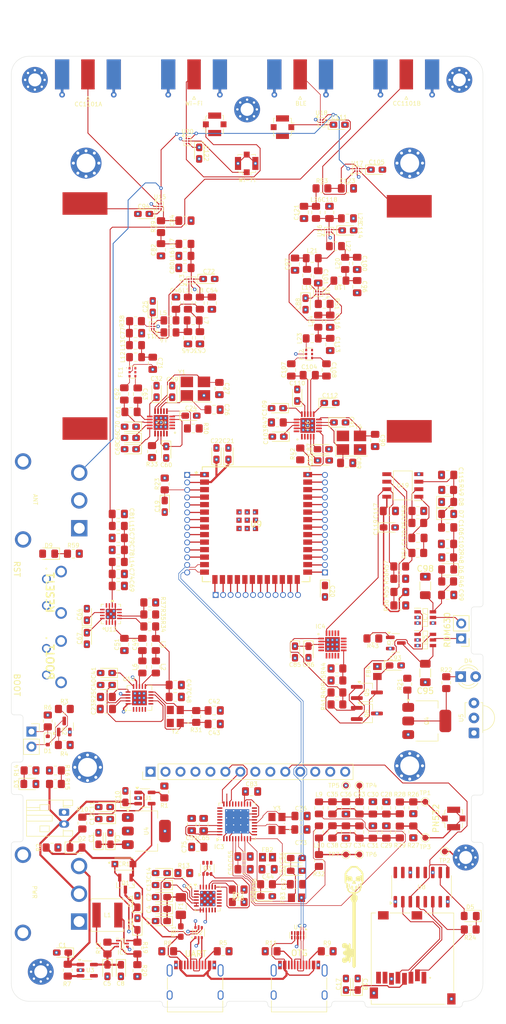
<source format=kicad_pcb>
(kicad_pcb (version 20240108) (generator "pcbnew") (generator_version "8.0")
  (layers (0 "F.Cu" signal) (1 "In1.Cu" power) (2 "In2.Cu" jumper) (31 "B.Cu" signal) (34 "B.Paste" user) (35 "F.Paste" user) (36 "B.SilkS" user "B.Silkscreen") (37 "F.SilkS" user "F.Silkscreen") (38 "B.Mask" user) (39 "F.Mask" user) (44 "Edge.Cuts" user))
  (net 0 "")
  (net 1 "Net-(AE1-A)")
  (net 2 "Net-(AE2-A)")
  (net 3 "Net-(AE3-A)")
  (net 4 "Net-(AE4-A)")
  (net 5 "Net-(AE5-A)")
  (net 6 "Net-(AE6-A)")
  (net 7 "GND")
  (net 8 "+3V3")
  (net 9 "+5V")
  (net 10 "Net-(U6-REGIN)")
  (net 11 "+V_BAT")
  (net 12 "+3.3VA")
  (net 13 "/IO0")
  (net 14 "/EN{slash}RESET")
  (net 15 "Net-(U10-XC1)")
  (net 16 "Net-(U10-XC2)")
  (net 17 "Net-(U10-DVDD)")
  (net 18 "/NRF24_VDD_PA")
  (net 19 "Net-(J7-In)")
  (net 20 "Net-(PWR_SW1-OUT)")
  (net 21 "+V_BAT_5V")
  (net 22 "Net-(FL1-BAL_1)")
  (net 23 "Net-(FL1-BAL_2)")
  (net 24 "Net-(C82-Pad1)")
  (net 25 "Net-(FL2-BAL_1)")
  (net 26 "Net-(FL2-BAL_2)")
  (net 27 "Net-(IC7-NO_(SOURCE1))")
  (net 28 "Net-(D7-K)")
  (net 29 "+V_USB")
  (net 30 "Net-(D1-K)")
  (net 31 "Net-(D2-K)")
  (net 32 "Net-(D4-K)")
  (net 33 "Net-(D5-K)")
  (net 34 "Net-(D6-A)")
  (net 35 "Net-(D6-K)")
  (net 36 "Net-(F1-Pad1)")
  (net 37 "Net-(FL1-UNBAL)")
  (net 42 "Net-(FL2-UNBAL)")
  (net 43 "/PN532_RSTPD_N")
  (net 44 "/PN532_AUX2")
  (net 45 "/PN532_P33")
  (net 46 "/PN532_AUX1")
  (net 47 "/PN532_P30_UART_RX")
  (net 48 "/PN532_P32")
  (net 49 "/PN532_P31_UART_TX")
  (net 50 "/GPIO48_PN532_CS")
  (net 51 "/PN532_SIGOUT")
  (net 52 "/PN532_SIGIN")
  (net 53 "/PN532_IRQ")
  (net 54 "/PN532_RSTOUT_N")
  (net 55 "/PN532_P35")
  (net 56 "/GPIO40_HSPI_MOSI")
  (net 57 "/GPIO41_HSPI_MISO")
  (net 58 "/GPIO39_HSPI_SCK")
  (net 59 "/PN532_P34_SIC_CLK")
  (net 60 "/GPIO8_CC1101A_CS")
  (net 61 "/GPIO17_VSPI_SCK")
  (net 62 "/GPIO15_VSPI_MISO")
  (net 63 "/GPIO16_VSPI_MOSI")
  (net 64 "/GPIO3_CC1101B_CS")
  (net 65 "/RDM630_SIN")
  (net 66 "/GPIO21_RDM630_RX")
  (net 67 "/GPIO14_RDM630_TX")
  (net 68 "/GPIO13_RDM630_CTRL")
  (net 69 "Net-(IC7-COM)")
  (net 70 "/GPIO18_VIBRO")
  (net 71 "/GPIO4_ADC1_3_BAT%")
  (net 72 "/GPIO5_NRF24_CE")
  (net 73 "/GPIO11_CC1101B_GD0")
  (net 74 "/GPIO10_CC1101A_CTRL")
  (net 75 "/GPIO12_CC1101B_CTRL")
  (net 76 "/GPIO6_NRF24_CSN")
  (net 77 "/GPIO9_CC1101A_GD0")
  (net 78 "/GPIO7_NRF24_IRQ")
  (net 79 "/GPIO1_SCREEN_CS")
  (net 80 "/GPIO35_SCREEN_T_IRQ")
  (net 81 "/GPIO47_RDM630_EMULATION")
  (net 82 "/GPIO42_SD_CARD_CS")
  (net 83 "/GPIO36_SCREEN_T_CS")
  (net 84 "/GPIO2_SCREEN_D{slash}C")
  (net 85 "/GPIO38_IR_LED")
  (net 86 "/GPIO37_IR_RECEIVER")
  (net 87 "Net-(U10-ANT1)")
  (net 88 "Net-(U13-RF2)")
  (net 89 "Net-(U13-RF1)")
  (net 91 "/RTS")
  (net 92 "/DTR")
  (net 93 "Net-(Q5-B)")
  (net 94 "Net-(Q7-B)")
  (net 95 "Net-(U1-PROG)")
  (net 96 "Net-(USB_OTG1-CC2)")
  (net 97 "Net-(USB_UART1-CC2)")
  (net 98 "Net-(USB_OTG1-CC1)")
  (net 99 "Net-(USB_UART1-CC1)")
  (net 100 "Net-(U1-STAT)")
  (net 101 "Net-(U6-~{RST})")
  (net 102 "/RX")
  (net 103 "Net-(U6-TXD)")
  (net 104 "/TX")
  (net 105 "Net-(U6-RXD)")
  (net 106 "Net-(U10-IREF)")
  (net 107 "Net-(U13-RFIN)")
  (net 109 "Net-(U6-D+)")
  (net 110 "Net-(U6-D-)")
  (net 111 "Net-(U2-I{slash}O2-Pad3)")
  (net 112 "Net-(U2-I{slash}O1-Pad1)")
  (net 113 "/D+")
  (net 114 "/D-")
  (net 115 "Net-(U6-VPP)")
  (net 131 "Net-(AE7-A)")
  (net 132 "Net-(AE8-A)")
  (net 133 "Net-(IC1-VIN)")
  (net 134 "Net-(IC2-DCOUPL)")
  (net 135 "Net-(IC2-XOSC_Q1)")
  (net 136 "Net-(IC2-XOSC_Q2)")
  (net 137 "Net-(C28-Pad1)")
  (net 138 "Net-(C29-Pad2)")
  (net 139 "Net-(C33-Pad2)")
  (net 140 "Net-(C34-Pad1)")
  (net 141 "Net-(C45-Pad1)")
  (net 142 "Net-(C46-Pad1)")
  (net 143 "Net-(U12-TXRX)")
  (net 144 "Net-(C49-Pad1)")
  (net 145 "Net-(IC3-TVDD)")
  (net 146 "Net-(IC3-AVDD)")
  (net 147 "Net-(C53-Pad1)")
  (net 148 "Net-(C57-Pad1)")
  (net 149 "Net-(IC3-RX)")
  (net 150 "Net-(IC3-VMID)")
  (net 151 "Net-(IC2-RF_P)")
  (net 152 "Net-(IC2-RF_N)")
  (net 153 "Net-(U12-ANT)")
  (net 154 "Net-(C71-Pad1)")
  (net 155 "Net-(IC3-OSCIN)")
  (net 156 "Net-(IC3-SVDD)")
  (net 157 "Net-(IC3-OSCOUT)")
  (net 158 "Net-(C77-Pad1)")
  (net 159 "Net-(C78-Pad1)")
  (net 160 "Net-(IC6-DCOUPL)")
  (net 161 "Net-(IC6-XOSC_Q1)")
  (net 162 "Net-(IC6-XOSC_Q2)")
  (net 163 "Net-(Q5-C)")
  (net 164 "Net-(IC5-NC_(SOURCE2))")
  (net 165 "Net-(C96-Pad1)")
  (net 166 "Net-(IC6-RF_P)")
  (net 167 "Net-(IC6-RF_N)")
  (net 168 "Net-(C113-Pad1)")
  (net 169 "Net-(D1-A)")
  (net 170 "Net-(D3-K)")
  (net 171 "Net-(D5-A)")
  (net 172 "Net-(IC1-FB)")
  (net 173 "Net-(IC1-EN)")
  (net 174 "Net-(IC1-SW)")
  (net 176 "Net-(IC2-RBIAS)")
  (net 177 "Net-(IC2-GDO0_(ATEST))")
  (net 178 "Net-(IC3-TX2)")
  (net 181 "Net-(IC3-TX1)")
  (net 185 "Net-(IC4-P0.0)")
  (net 189 "Net-(IC4-P1.2)")
  (net 199 "Net-(IC5-NO_(SOURCE1))")
  (net 200 "Net-(IC5-COM)")
  (net 201 "Net-(IC6-RBIAS)")
  (net 202 "Net-(IC6-GDO0_(ATEST))")
  (net 204 "Net-(J3-CLK)")
  (net 206 "Net-(J3-CMD)")
  (net 208 "Net-(J3-CD{slash}DAT3)")
  (net 211 "Net-(J5-In)")
  (net 212 "Net-(J5-Ext)")
  (net 213 "Net-(L2-Pad1)")
  (net 214 "Net-(U11-RF2)")
  (net 215 "Net-(U11-RF1)")
  (net 216 "Net-(U14-RF2)")
  (net 217 "Net-(U14-RF1)")
  (net 218 "Net-(Q2-G)")
  (net 219 "Net-(Q4-B)")
  (net 220 "Net-(Q4-C-Pad2)")
  (net 221 "Net-(U3-EN)")
  (net 222 "Net-(U12-TXEN)")
  (net 223 "Net-(U12-RXEN)")
  (net 224 "Net-(U11-RFIN)")
  (net 225 "Net-(U14-RFIN)")
  (net 237 "/ANT_SWITCH_OUT")
  (net 238 "/NRF24_ANT_OUT")
  (net 239 "/CC1101A_ANT_OUT")
  (net 240 "Net-(C97-Pad1)")
  (net 241 "Net-(C100-Pad1)")
  (net 242 "Net-(U16-RF1)")
  (net 243 "Net-(C116-Pad1)")
  (net 244 "Net-(U16-RFIN)")
  (net 245 "Net-(C120-Pad2)")
  (net 246 "Net-(C120-Pad1)")
  (net 247 "Net-(C121-Pad1)")
  (net 248 "/CC1101B_ANT_OUT")
  (net 249 "Net-(U16-RF2)")
  (net 250 "Net-(U19A--)")
  (net 251 "Net-(U19B-+)")
  (net 252 "Net-(U19B--)")
  (net 253 "/ESP32_PIN16_DNC")
  (net 254 "/ESP32_PIN26_DNC")
  (net 255 "Net-(D9-K)")
  (footprint "Capacitor_SMD:C_0805_2012Metric_Pad1.18x1.45mm_HandSolder" (layer "F.Cu") (at 86.096 59.580223 -90)
    (property "Reference" "C82")
    (property "Value" "~")
  )
  (footprint "TestPoint:TestPoint_Pad_D1.0mm" (layer "F.Cu") (at 130.927 159.137723)
    (property "Reference" "TP3")
    (property "Value" "TX2_PRE")
  )
  (footprint "Capacitor_SMD:C_0805_2012Metric_Pad1.18x1.45mm_HandSolder" (layer "F.Cu") (at 79.873 83.985723 90)
    (property "Reference" "C62")
    (property "Value" "100p")
  )
  (footprint "Capacitor_Tantalum_SMD:CP_EIA-2012-12_Kemet-R_Pad1.30x1.05mm_HandSolder" (layer "F.Cu") (at 117.465 183.934723 90)
    (property "Reference" "C17")
    (property "Value" "0.1u")
  )
  (footprint "Inductor_SMD:L_0805_2012Metric_Pad1.15x1.40mm_HandSolder" (layer "F.Cu") (at 112.766 71.666723 90)
    (property "Reference" "L24")
    (property "Value" "6.8n")
  )
  (footprint "Inductor_SMD:L_0805_2012Metric_Pad1.15x1.40mm_HandSolder" (layer "F.Cu") (at 112.893 158.137723 90)
    (property "Reference" "L10")
    (property "Value" "560n")
  )
  (footprint "Capacitor_SMD:C_0805_2012Metric_Pad1.18x1.45mm_HandSolder" (layer "F.Cu") (at 109.855 155.448)
    (property "Reference" "C76")
    (property "Value" "33p")
  )
  (footprint "Capacitor_Tantalum_SMD:CP_EIA-2012-12_Kemet-R_Pad1.30x1.05mm_HandSolder" (layer "F.Cu") (at 86.16 165.106723 180)
    (property "Reference" "C14")
    (property "Value" "100n")
  )
  (footprint "Package_TO_SOT_SMD:TSOT-23_HandSoldering" (layer "F.Cu") (at 121.021 134.531723)
    (property "Reference" "Q5")
    (property "Value" "Q_NPN_BEC")
  )
  (footprint "Resistor_SMD:R_0805_2012Metric_Pad1.20x1.40mm_HandSolder" (layer "F.Cu") (at 128.895 154.057723 -90)
    (property "Reference" "R26")
    (property "Value" "NC")
  )
  (footprint "Capacitor_SMD:C_0805_2012Metric_Pad1.18x1.45mm_HandSolder" (layer "F.Cu") (at 78.857 116.497723)
    (property "Reference" "C69")
    (property "Value" "0.3p")
  )
  (footprint "Capacitor_Tantalum_SMD:CP_EIA-2012-12_Kemet-R_Pad1.30x1.05mm_HandSolder" (layer "F.Cu") (at 86.16 167.138723 180)
    (property "Reference" "C13")
    (property "Value" "22u")
  )
  (footprint "Inductor_SMD:L_0805_2012Metric_Pad1.15x1.40mm_HandSolder" (layer "F.Cu") (at 85.223 130.213723 -90)
    (property "Reference" "L2")
    (property "Value" "8.2n")
  )
  (footprint "TestPoint:TestPoint_Pad_D1.0mm" (layer "F.Cu") (at 119.751 161.969223)
    (property "Reference" "TP6")
    (property "Value" "TX2_POST")
  )
  (footprint "Capacitor_SMD:C_0805_2012Metric_Pad1.18x1.45mm_HandSolder" (layer "F.Cu") (at 115.179 154.073723 90)
    (property "Reference" "C35")
    (property "Value" "NC")
  )
  (footprint "TestPoint:TestPoint_Pad_D1.0mm" (layer "F.Cu") (at 130.927 153.041723)
    (property "Reference" "TP1")
    (property "Value" "TX1_PRE")
  )
  (footprint "Package_TO_SOT_SMD:TSOT-23_HandSoldering" (layer "F.Cu") (at 121.021 138.087723)
    (property "Reference" "Q6")
    (property "Value" "Q_PNP_BEC")
  )
  (footprint "Resistor_SMD:R_0805_2012Metric_Pad1.20x1.40mm_HandSolder" (layer "F.Cu") (at 113.782 68.745723)
    (property "Reference" "R51")
    (property "Value" "0")
  )
  (footprint "Inductor_SMD:L_0805_2012Metric_Pad1.15x1.40mm_HandSolder" (layer "F.Cu") (at 90.16 58.585723 180)
    (property "Reference" "L17")
    (property "Value" "2.2n")
  )
  (footprint "Inductor_SMD:L_0805_2012Metric_Pad1.15x1.40mm_HandSolder" (layer "F.Cu") (at 81.787 77.762723)
    (property "Reference" "L12")
    (property "Value" "3.3n")
  )
  (footprint "Inductor_SMD:L_Changjiang_FNR5045S" (layer "F.Cu") (at 77.016 172.218723)
    (property "Reference" "L1")
    (property "Value" "1u")
  )
  (footprint "Capacitor_Tantalum_SMD:CP_EIA-2012-12_Kemet-R_Pad1.30x1.05mm_HandSolder" (layer "F.Cu") (at 113.614 93.345)
    (property "Reference" "C87")
    (property "Value" "0.1u")
  )
  (footprint "Capacitor_Tantalum_SMD:CP_EIA-2012-12_Kemet-R_Pad1.30x1.05mm_HandSolder" (layer "F.Cu") (at 86.16 171.202723 180)
    (property "Reference" "C4")
    (property "Value" "100n")
  )
  (footprint "MountingHole:MountingHole_2.2mm_M2_Pad_Via" (layer "F.Cu") (at 136.706 30.816723)
    (property "Reference" "H4" (hide yes))
    (property "Value" "Hole_Pad")
  )
  (footprint "Connector_PinHeader_2.54mm:PinHeader_1x02_P2.54mm_Vertical" (layer "F.Cu") (at 137.023 125.392723 180)
    (property "Reference" "J6" (hide yes))
    (property "Value" "RDM630_ANT_CONN")
  )
  (footprint "Package_TO_SOT_SMD:SOT-223-3_TabPin2" (layer "F.Cu") (at 131.181 139.357723)
    (property "Reference" "Q4")
    (property "Value" "PZT3904")
  )
  (footprint "Capacitor_Tantalum_SMD:CP_EIA-2012-12_Kemet-R_Pad1.30x1.05mm_HandSolder" (layer "F.Cu") (at 119.465 183.934723 90)
    (property "Reference" "C18")
    (property "Value" "10u")
  )
  (footprint "Resistor_SMD:R_0805_2012Metric_Pad1.20x1.40mm_HandSolder" (layer "F.Cu") (at 63.887 147.739723)
    (property "Reference" "R14")
    (property "Value" "1.5K")
  )
  (footprint "Resistor_SMD:R_0805_2012Metric_Pad1.20x1.40mm_HandSolder" (layer "F.Cu") (at 84.572 93.742 -90)
    (property "Reference" "R33")
    (property "Value" "56K")
  )
  (footprint "Resistor_SMD:R_0805_2012Metric_Pad1.20x1.40mm_HandSolder" (layer "F.Cu") (at 76.835 135.293723 180)
    (property "Reference" "R25")
    (property "Value" "22k")
  )
  (footprint "Connector_USB:USB_C_Receptacle_HRO_TYPE-C-31-M-12" (layer "F.Cu") (at 109.526 184.716723)
    (property "Reference" "USB_OTG1" (hide yes))
    (property "Value" "USB_C_Receptacle_USB2.0_16P")
  )
  (footprint "Capacitor_Tantalum_SMD:CP_EIA-2012-12_Kemet-R_Pad1.30x1.05mm_HandSolder" (layer "F.Cu") (at 92.573 43.218723 -90)
    (property "Reference" "C122")
    (property "Value" "0.1u")
  )
  (footprint "Connector_PinSocket_1.27mm:PinSocket_1x14_P1.27mm_Vertical" (layer "F.Cu") (at 113.909 114.211723 180)
    (property "Reference" "J10" (hide yes))
    (property "Value" "Conn_01x14")
  )
  (footprint "Inductor_SMD:L_0805_2012Metric_Pad1.15x1.40mm_HandSolder" (layer "F.Cu") (at 116.449 64.808723)
    (property "Reference" "L18")
    (property "Value" "0")
  )
  (footprint "Resistor_SMD:R_0805_2012Metric_Pad1.20x1.40mm_HandSolder" (layer "F.Cu") (at 77.016 177.806723 -90)
    (property "Reference" "R12")
    (property "Value" "100k")
  )
  (footprint "Resistor_SMD:R_0805_2012Metric_Pad1.20x1.40mm_HandSolder" (layer "F.Cu") (at 86.668 151.374723 90)
    (property "Reference" "R1")
    (property "Value" "4.7K")
  )
  (footprint "Capacitor_SMD:C_0805_2012Metric_Pad1.18x1.45mm_HandSolder" (layer "F.Cu") (at 122.037 158.153723 -90)
    (property "Reference" "C31")
    (property "Value" "100p")
  )
  (footprint "Inductor_SMD:L_0805_2012Metric_Pad1.15x1.40mm_HandSolder" (layer "F.Cu") (at 78.857 112.433723)
    (property "Reference" "L14")
    (property "Value" "2.4n")
  )
  (footprint "Capacitor_SMD:C_0805_2012Metric_Pad1.18x1.45mm_HandSolder" (layer "F.Cu") (at 88.519 135.293723 180)
    (property "Reference" "C48")
    (property "Value" "4.7p")
  )
  (footprint "Resistor_SMD:R_0805_2012Metric_Pad1.20x1.40mm_HandSolder" (layer "F.Cu") (at 68.189 147.739723 180)
    (property "Reference" "R16")
    (property "Value" "10K")
  )
  (footprint "Inductor_SMD:L_0603_1608Metric_Pad1.05x0.95mm_HandSolder" (layer "F.Cu") (at 89.462 175.012723 90)
    (property "Reference" "FB1")
    (property "Value" "BLM21PG221")
  )
  (footprint "Capacitor_Tantalum_SMD:CP_EIA-2012-12_Kemet-R_Pad1.30x1.05mm_HandSolder" (layer "F.Cu") (at 110.617 68.745723 -90)
    (property "Reference" "C88")
    (property "Value" "0.1u")
  )
  (footprint "Capacitor_SMD:C_0805_2012Metric_Pad1.18x1.45mm_HandSolder" (layer "F.Cu") (at 134.721 97.701723 180)
    (property "Reference" "C115")
    (property "Value" "1n")
  )
  (footprint "Project_Footprints:ESP32-S3-WROOM-1U_EXP" (layer "F.Cu") (at 102.23 106.054723)
    (property "Reference" "U9")
    (property "Value" "ESP32-S3-WROOM-1U-N16R2")
  )
  (footprint "Inductor_SMD:L_0805_2012Metric_Pad1.15x1.40mm_HandSolder" (layer "F.Cu") (at 112.385 53.251723 90)
    (property "Reference" "L26")
    (property "Value" "2.2n")
  )
  (footprint "Capacitor_SMD:C_0805_2012Metric_Pad1.18x1.45mm_HandSolder" (layer "F.Cu") (at 111.242 80.810723)
    (property "Reference" "C104")
    (property "Value" "0.6p")
  )
  (footprint "Capacitor_Tantalum_SMD:CP_EIA-2012-12_Kemet-R_Pad1.30x1.05mm_HandSolder" (layer "F.Cu") (at 76.508 155.962723 180)
    (property "Reference" "C12")
    (property "Value" "0.1u")
  )
  (footprint "Resistor_SMD:R_0805_2012Metric_Pad1.20x1.40mm_HandSolder" (layer "F.Cu") (at 134.721 100.241723 180)
    (property "Reference" "R49")
    (property "Value" "1M")
  )
  (footprint "Capacitor_SMD:C_0805_2012Metric_Pad1.18x1.45mm_HandSolder" (layer "F.Cu") (at 88.519 133.261723 180)
    (property "Reference" "C47")
    (property "Value" "2.2n")
  )
  (footprint "Capacitor_Tantalum_SMD:CP_EIA-2012-12_Kemet-R_Pad1.30x1.05mm_HandSolder" (layer "F.Cu") (at 76.835 133.261723 180)
    (property "Reference" "C40")
    (property "Value" "0.1u")
  )
  (footprint "Ferrite:BEADC2012X145N" (layer "F.Cu") (at 104.163 162.433 180)
    (property "Reference" "FB2")
    (property "Value" "FerriteBead" (hide yes))
  )
  (footprint "Capacitor_Tantalum_SMD:CP_EIA-2012-12_Kemet-R_Pad1.30x1.05mm_HandSolder" (layer "F.Cu") (at 77.524 159.264723 90)
    (property "Reference" "C6")
    (property "Value" "0.1u")
  )
  (footprint "Package_DFN_QFN:Diodes_UDFN-10_1.0x2.5mm_P0.5mm" (layer "F.Cu") (at 109.29 175.641223 -90)
    (property "Reference" "U7")
    (property "Value" "ESD7104MUTAG")
  )
  (footprint "Resistor_SMD:R_0805_2012Metric_Pad1.20x1.40mm_HandSolder" (layer "F.Cu") (at 84.191 121.323723)
    (property "Reference" "R35")
    (property "Value" "1K")
  )
  (footprint "Resistor_SMD:R_0805_2012Metric_Pad1.20x1.40mm_HandSolder" (layer "F.Cu") (at 126.593 115.281723)
    (property "Reference" "R58")
    (property "Value" "1k")
  )
  (footprint "Capacitor_Tantalum_SMD:CP_EIA-2012-12_Kemet-R_Pad1.30x1.05mm_HandSolder" (layer "F.Cu") (at 80.899 89.535 180)
    (property "Reference" "C70")
    (property "Value" "0.1u")
  )
  (footprint "Resistor_SMD:R_0805_2012Metric_Pad1.20x1.40mm_HandSolder" (layer "F.Cu") (at 86.096 55.664723 -90)
    (property "Reference" "R39")
    (property "Value" "0")
  )
  (footprint "Capacitor_Tantalum_SMD:CP_EIA-2012-12_Kemet-R_Pad1.30x1.05mm_HandSolder" (layer "F.Cu") (at 88.001 83.566 90)
    (property "Reference" "C39")
    (property "Value" "0.1u")
  )
  (footprint "Package_LGA:Infineon_PG-TSNP-6-10_0.7x1.1mm_0.7x1.1mm_P0.4mm" (layer "F.Cu") (at 91.2365 64.748223 90)
    (property "Reference" "U13")
    (property "Value" "BGS12WN6E6327XTSA1")
  )
  (footprint "Inductor_SMD:L_0805_2012Metric_Pad1.15x1.40mm_HandSolder" (layer "F.Cu") (at 117.719 54.267723 180)
    (property "Reference" "L25")
    (property "Value" "~")
  )
  (footprint "Inductor_SMD:L_0805_2012Metric_Pad1.15x1.40mm_HandSolder" (layer "F.Cu") (at 81.778 75.730723 180)
    (property "Reference" "L13")
    (property "Value" "6.8n")
  )
  (footprint "Capacitor_Tantalum_SMD:CP_EIA-2012-12_Kemet-R_Pad1.30x1.05mm_HandSolder" (layer "F.Cu") (at 80.899 91.44 180)
    (property "Reference" "C66")
    (property "Value" "0.1u")
  )
  (footprint "Project_Footprints:PWR-SW" (layer "F.Cu") (at 64.84 168.490723)
    (property "Reference" "PWR_SW1" (hide yes))
    (property "Value" "734-7296")
  )
  (footprint "Resistor_SMD:R_0805_2012Metric_Pad1.20x1.40mm_HandSolder" (layer "F.Cu") (at 84.191 119.291723)
    (property "Reference" "R37")
    (property "Value" "20K")
  )
  (footprint "Resistor_SMD:R_0805_2012Metric_Pad1.20x1.40mm_HandSolder" (layer "F.Cu") (at 126.609 117.513723 180)
    (property "Reference" "R55")
    (property "Value" "1k")
  )
  (footprint "Capacitor_SMD:C_0805_2012Metric_Pad1.18x1.45mm_HandSolder" (layer "F.Cu") (at 100.187 162.306)
    (property "Reference" "C55")
    (property "Value" "0.1u")
  )
  (footprint "Capacitor_Tantalum_SMD:CP_EIA-2012-12_Kemet-R_Pad1.30x1.05mm_HandSolder" (layer "F.Cu") (at 69.396 178.568723 180)
    (property "Reference" "C1")
    (property "Value" "1u")
  )
  (footprint "Capacitor_Tantalum_SMD:CP_EIA-2012-12_Kemet-R_Pad1.30x1.05mm_HandSolder" (layer "F.Cu") (at 94.234 64.516)
    (property "Reference" "C72")
    (property "Value" "0.1u")
  )
  (footprint "Package_TO_SOT_SMD:SOT-223-3_TabPin2" (layer "F.Cu") (at 83.62 157.994723)
    (property "Reference" "U4")
    (property "Value" "AMS1117-3.3")
  )
  (footprint "Capacitor_Tantalum_SMD:CP_EIA-2012-12_Kemet-R_Pad1.30x1.05mm_HandSolder" (layer "F.Cu") (at 95.504 94.107 90)
    (property "Reference" "C22")
    (property "Value" "10u")
  )
  (footprint "Project_Footprints:118250272" (layer "F.Cu") (at 66.665 115.315723 -90)
    (property "Reference" "RESET1")
    (property "Value" "1-1825027-2" (hide yes))
  )
  (footprint "Project_Footprints:SOTFL50P160X60-6N" (layer "F.Cu") (at 79.556 177.044723)
    (property "Reference" "IC1")
    (property "Value" "TPS61023DRLT" (hide yes))
  )
  (footprint "Capacitor_SMD:C_0805_2012Metric_Pad1.18x1.45mm_HandSolder" (layer "F.Cu") (at 114.163 79.921723 90)
    (property "Reference" "C108")
    (property "Value" "100p")
  )
  (footprint "Capacitor_Tantalum_SMD:CP_EIA-2012-12_Kemet-R_Pad1.30x1.05mm_HandSolder" (layer "F.Cu") (at 80.899 93.345 180)
    (property "Reference" "C68")
    (property "Value" "0.1u")
  )
  (footprint "Resistor_SMD:R_0805_2012Metric_Pad1.20x1.40mm_HandSolder" (layer "F.Cu") (at 134.721 115.735723)
    (property "Reference" "R46")
    (property "Value" "10R")
  )
  (footprint "Package_LGA:Infineon_PG-TSNP-6-10_0.7x1.1mm_0.7x1.1mm_P0.4mm" (layer "F.Cu") (at 90.595 41.167723)
    (property "Reference" "U20")
    (property "Value" "BGS12WN6E6327XTSA1")
  )
  (footprint "Capacitor_Tantalum_SMD:CP_EIA-2012-12_Kemet-R_Pad1.30x1.05mm_HandSolder" (layer "F.Cu") (at 108.829 127.673723 -90)
    (property "Reference" "C85")
    (property "Value" "0.1u")
  )
  (footprint "Capacitor_SMD:C_0805_2012Metric_Pad1.18x1.45mm_HandSolder" (layer "F.Cu") (at 91.303 156.883723 90)
    (property "Reference" "C59")
    (property "Value" "0.1u")
  )
  (footprint "Project_Footprints:SOT95P284X110-6N" (layer "F.Cu") (at 130.927 121.831723)
    (property "Reference" "IC7")
    (property "Value" "DG2001EDV-T1-GE3" (hide yes))
  )
  (footprint "Capacitor_SMD:C_0805_2012Metric_Pad1.18x1.45mm_HandSolder" (layer "F.Cu") (at 93.335 156.883723 90)
    (property "Reference" "C65")
    (property "Value" "0.1u")
  )
  (footprint "Diode_SMD:D_0805_2012Metric_Pad1.15x1.40mm_HandSolder" (layer "F.Cu") (at 134.721 104.305723)
    (property "Reference" "D7")
    (property "Value" "D")
  )
  (footprint "Resistor_SMD:R_0805_2012Metric_Pad1.20x1.40mm_HandSolder" (layer "F.Cu") (at 71.237 111.036723)
    (property "Reference" "R59")
    (property "Value" "1.5K")
  )
  (footprint "Resistor_SMD:R_0805_2012Metric_Pad1.20x1.40mm_HandSolder" (layer "F.Cu") (at 68.189 150.025723)
    (property "Reference" "R15")
    (property "Value" "10K")
  )
  (footprint "Capacitor_Tantalum_SMD:CP_EIA-2012-12_Kemet-R_Pad1.30x1.05mm_HandSolder" (layer "F.Cu") (at 77.016 181.616723 -90)
    (property "Reference" "C5")
    (property "Value" "1u")
  )
  (footprint "Package_TO_SOT_SMD:SOT-23-5" (layer "F.Cu") (at 83.366 152.406723)
    (property "Reference" "U1")
    (property "Value" "MCP73831-2-OT")
  )
  (footprint "Capacitor_SMD:C_0805_2012Metric_Pad1.18x1.45mm_HandSolder" (layer "F.Cu") (at 124.323 154.073723 90)
    (property "Reference" "C28")
    (property "Value" "NC")
  )
  (footprint "Project_Footprints:SOIC127P600X175-8N" (layer "F.Cu") (at 127.117 99.479723 180)
    (property "Reference" "U19")
    (property "Value" "LM358" (hide yes))
  )
  (footprint "Capacitor_SMD:C_0805_2012Metric_Pad1.18x1.45mm_HandSolder" (layer "F.Cu") (at 109.077 167.005 180)
    (property "Reference" "C57")
    (property "Value" "1000p")
  )
  (footprint "Inductor_SMD:L_0805_2012Metric_Pad1.15x1.40mm_HandSolder" (layer "F.Cu") (at 90.668 68.618723 90)
    (property "Reference" "L11")
    (property "Value" "56n")
  )
  (footprint "Package_LGA:Infineon_PG-TSNP-6-10_0.7x1.1mm_0.7x1.1mm_P0.4mm" (layer "F.Cu") (at 84.699 72.555723 180)
    (property "Reference" "U11")
    (property "Value" "BGS12WN6E6327XTSA1")
  )
  (footprint "Capacitor_SMD:C_0805_2012Metric_Pad1.18x1.45mm_HandSolder" (layer "F.Cu") (at 108.829 62.014723 -90)
    (property "Reference" "C97")
    (property "Value" "8.2p")
  )
  (footprint "Project_Footprints:QFN50P400X400X100-21N-D" (layer "F.Cu") (at 115.179 126.403723)
    (property "Reference" "IC4")
    (property "Value" "C8051F330-GM" (hide yes))
  )
  (footprint "Package_DFN_QFN:HVQFN-40-1EP_6x6mm_P0.5mm_EP4.1x4.1mm_ThermalVias" (layer "F.Cu") (at 99.015 156.353723 90)
    (property "Reference" "IC3")
    (property "Value" "PN5321A3HN_C106,55")
  )
  (footprint "Project_Footprints:QFN50P400X400X100-21N-D" (layer "F.Cu") (at 86.096 88.811723 180)
    (property "Reference" "IC2")
    (property "Value" "CC1101RGPR" (hide yes))
  )
  (footprint "7M-27.120MAAJ-T:XTAL_7M-27.120MAAJ-T" (layer "F.Cu") (at 105.7695 156.718 180)
    (property "Reference" "Y3")
    (property "Value" "27.12M")
  )
  (footprint "Connector_PinSocket_2.54mm:PinSocket_1x02_P2.54mm_Vertical" (layer "F.Cu") (at 64.125 141.155723)
    (property "Reference" "J1" (hide yes))
    (property "Value" "Conn_01x02")
  )
  (footprint "Resistor_SMD:R_0805_2012Metric_Pad1.20x1.40mm_HandSolder" (layer "F.Cu") (at 96.637 178.346723)
    (property "Reference" "R5")
    (property "Value" "5k1")
  )
  (footprint "Capacitor_SMD:C_0805_2012Metric_Pad1.18x1.45mm_HandSolder" (layer "F.Cu") (at 81.778 73.698723)
    (property "Reference" "C77")
    (property "Value" "1.2p")
  )
  (footprint "Capacitor_SMD:C_1206_3216Metric_Pad1.33x1.80mm_HandSolder" (layer "F.Cu") (at 130.927 116.497723 90)
    (property "Reference" "C98")
    (property "Value" "3.3n")
  )
  (footprint "Capacitor_SMD:C_0805_2012Metric_Pad1.18x1.45mm_HandSolder" (layer "F.Cu") (at 119.37 61.887723 -90)
    (property "Reference" "C100")
    (property "Value" "~")
  )
  (footprint "Capacitor_SMD:C_0805_2012Metric_Pad1.18x1.45mm_HandSolder" (layer "F.Cu") (at 95.123 139.865723)
    (property "Reference" "C43")
    (property "Value" "22p")
  )
  (footprint "Package_TO_SOT_SMD:SOT-23" (layer "F.Cu") (at 125.9255 126.149723)
    (property "Reference" "Q7")
    (property "Value" "MMBT5551L")
  )
  (footprint "LED_THT:LED_D3.0mm_IRBlack" (layer "F.Cu") (at 136.931 131.849723)
    (property "Reference" "D4")
    (property "Value" "IR204A")
  )
  (footprint "Capacitor_SMD:C_0805_2012Metric_Pad1.18x1.45mm_HandSolder" (layer "F.Cu") (at 112.766 64.173723 -90)
    (property "Reference" "C101")
    (property "Value" "~")
  )
  (footprint "Resistor_SMD:R_0805_2012Metric_Pad1.20x1.40mm_HandSolder" (layer "F.Cu") (at 87.239 178.346723 180)
    (property "Reference" "R8")
    (property "Value" "5k1")
  )
  (footprint "Inductor_SMD:L_0805_2012Metric_Pad1.15x1.40mm_HandSolder" (layer "F.Cu") (at 92.7 68.618723 90)
    (property "Reference" "L8")
    (property "Value" "2.7n")
  )
  (footprint "Capacitor_SMD:C_0805_2012Metric_Pad1.18x1.45mm_HandSolder" (layer "F.Cu") (at 114.798 71.666723 -90)
    (property "Reference" "C116")
    (property "Value" "1.2p")
  )
  (footprint "Inductor_SMD:L_0805_2012Metric_Pad1.15x1.40mm_HandSolder" (layer "F.Cu") (at 110.861 63.919723 90)
    (property "Reference" "L19")
    (property "Value" "0")
  )
  (footprint "Capacitor_Tantalum_SMD:CP_EIA-2012-12_Kemet-R_Pad1.30x1.05mm_HandSolder" (layer "F.Cu") (at 111.115 127.673723 -90)
    (property "Reference" "C86")
    (property "Value" "10u")
  )
  (footprint "Project_Footprints:QFN50P400X400X100-21N-D" (layer "F.Cu") (at 110.988 89.319723 90)
    (property "Reference" "IC6")
    (property "Value" "CC1101RGPR" (hide yes))
  )
  (footprint "Capacitor_SMD:C_0805_2012Metric_Pad1.18x1.45mm_HandSolder" (layer "F.Cu") (at 101.463 151.295723)
    (property "Reference" "C83")
    (property "Value" "0.1u")
  )
  (footprint "MountingHole:MountingHole_2.2mm_M2_Pad_Via" (layer "F.Cu") (at 65.706 181.816723)
    (property "Reference" "H1" (hide yes))
    (property "Value" "Hole_Pad")
  )
  (footprint "Capacitor_Tantalum_SMD:CP_EIA-2012-12_Kemet-R_Pad1.30x1.05mm_HandSolder" (layer "F.Cu") (at 116.332 38.405723)
    (property "Reference" "C111")
    (property "Value" "0.1u")
  )
  (footprint "Resistor_SMD:R_0805_2012Metric_Pad1.20x1.40mm_HandSolder" (layer "F.Cu") (at 112.893 162.979723 -90)
    (property "Reference" "R32")
    (property "Value" "1.69K")
  )
  (footprint "Package_TO_SOT_SMD:SOT-23" (layer "F.Cu") (at 69.688 140.295223 90)
    (property "Reference" "Q2")
    (property "Value" "DMN2058U")
  )
  (footprint "Capacitor_SMD:C_0805_2012Metric_Pad1.18x1.45mm_HandSolder" (layer "F.Cu") (at 119.751 154.073723 90)
    (property "Reference" "C33")
    (property "Value" "22p")
  )
  (footprint "Capacitor_Tantalum_SMD:CP_EIA-2012-12_Kemet-R_Pad1.30x1.05mm_HandSolder" (layer "F.Cu") (at 86.731 103.014223 -90)
    (property "Reference" "C19")
    (property "Value" "0.1u")
  )
  (footprint "Capacitor_SMD:C_0805_2012Metric_Pad1.18x1.45mm_HandSolder" (layer "F.Cu") (at 82.937 126.403723 90)
    (property "Reference" "C49")
    (property "Value" "1.5p")
  )
  (footprint "Project_Footprints:B0310J50100AHF" (layer "F.Cu") (at 111.229 77.229723 -90)
    (property "Reference" "FL2")
    (property "Value" "B0310J50100AHF" (hide yes))
  )
  (footprint "Package_TO_SOT_SMD:SOT-23-5" (layer "F.Cu") (at 73.5815 181.550723)
    (property "Reference" "U3")
    (property "Value" "TLV70036_SOT23-5")
  )
  (footprint "MountingHole:MountingHole_2.2mm_M2_Pad_Via" (layer "F.Cu") (at 64.706 30.816723)
    (property "Reference" "H3" (hide yes))
    (property "Value" "Hole_Pad")
  )
  (footprint "Connector_JST:JST_PH_S2B-PH-K_1x02_P2.00mm_Horizontal" (layer "F.Cu") (at 69.656 154.816723 -90)
    (property "Reference" "JSTPH1" (hide yes))
    (property "Value" "Battery Plug")
  )
  (footprint "TestPoint:TestPoint_Pad_D1.0mm" (layer "F.Cu") (at 117.465 150.285223)
    (property "Reference" "TP5")
    (property "Value" "TGND")
  )
  (footprint "Resistor_SMD:R_0805_2012Metric_Pad1.20x1.40mm_HandSolder" (layer "F.Cu") (at 69.704 137.325723)
    (property "Reference" "R3")
    (property "Value" "150")
  )
  (footprint "Capacitor_Tantalum_SMD:CP_EIA-2012-12_Kemet-R_Pad1.30x1.05mm_HandSolder" (layer "F.Cu") (at 91.186 87.668723)
    (property "Reference" "C24")
    (property "Value" "0.1u")
  )
  (footprint "Capacitor_Tantalum_SMD:CP_EIA-2012-12_Kemet-R_Pad1.30x1.05mm_HandSolder" (layer "F.Cu") (at 109.21 84.201 90)
    (property "Reference" "C110")
    (property "Value" "0.1u")
  )
  (footprint "Capacitor_SMD:C_0805_2012Metric_Pad1.18x1.45mm_HandSolder" (layer "F.Cu") (at 117.719 49.187723)
    (property "Reference" "C123")
    (property "Value" "~")
  )
  (footprint "Package_LGA:Infineon_PG-TSNP-6-10_0.7x1.1mm_0.7x1.1mm_P0.4mm" (layer "F.Cu") (at 119.38 46.047 90)
    (property "Reference" "U17")
    (property "Value" "BGS12WN6E6327XTSA1")
  )
  (footprint "Project_Footprints:GCT_MEM2061-01-188-00-A_REVA" (layer "F.Cu") (at 128.756 179.591723)
    (property "Reference" "J3" (hide yes))
    (property "Value" "MEM2061-01-188-00-A_REVA")
  )
  (footprint "Resistor_SMD:R_0805_2012Metric_Pad1.20x1.40mm_HandSolder" (layer "F.Cu") (at 104.781 178.346723 180)
    (property "Reference" "R11")
    (property "Value" "5k1")
  )
  (footprint "Capacitor_SMD:C_0805_2012Metric_Pad1.18x1.45mm_HandSolder" (layer "F.Cu") (at 117.465 158.153723 90)
    (property "Reference" "C37")
    (property "Value" "220p")
  )
  (footprint "Resistor_SMD:R_0805_2012Metric_Pad1.20x1.40mm_HandSolder" (layer "F.Cu") (at 84.191 123.355723)
    (property "Reference" "R34")
    (property "Value" "1K")
  )
  (footprint "Capacitor_Tantalum_SMD:CP_EIA-2012-12_Kemet-R_Pad1.30x1.05mm_HandSolder" (layer "F.Cu") (at 84.699 69.215 90)
    (property "Reference" "C25")
    (property "Value" "0.1u")
  )
  (footprint "Inductor_SMD:L_0805_2012Metric_Pad1.15x1.40mm_HandSolder" (layer "F.Cu") (at 87.62 73.571723)
    (property "Reference" "L4")
    (property "Value" "0")
  )
  (footprint "Capacitor_SMD:C_0805_2012Metric_Pad1.18x1.45mm_HandSolder" (layer "F.Cu") (at 90.16 54.648723)
    (property "Reference" "C84")
    (property "Value" "~")
  )
  (footprint "Capacitor_SMD:C_0805_2012Metric_Pad1.18x1.45mm_HandSolder" (layer "F.Cu") (at 122.037 154.073723 90)
    (property "Reference" "C30")
    (property "Value" "100p")
  )
  (footprint "Capacitor_Tantalum_SMD:CP_EIA-2012-12_Kemet-R_Pad1.30x1.05mm_HandSolder" (layer "F.Cu") (at 113.909 117.386723 -90)
    (property "Reference" "C20")
    (property "Value" "0.1u")
  )
  (footprint "Resistor_SMD:R_0805_2012Metric_Pad1.20x1.40mm_HandSolder" (layer "F.Cu") (at 134.721 111.671723 180)
    (property "Reference" "R48")
    (property "Value" "1M")
  )
  (footprint "Capacitor_Tantalum_SMD:CP_EIA-2012-12_Kemet-R_Pad1.30x1.05mm_HandSolder" (layer "F.Cu") (at 76.835 131.229723 180)
    (property "Reference" "C41")
    (property "Value" "10u")
  )
  (footprint "Capacitor_SMD:C_0805_2012Metric_Pad1.18x1.45mm_HandSolder" (layer "F.Cu") (at 76.835 137.325723)
    (property "Reference" "C23")
    (property "Value" "33n")
  )
  (footprint "Resistor_SMD:R_0805_2012Metric_Pad1.20x1.40mm_HandSolder" (layer "F.Cu") (at 129.657 105.829723 180)
    (property "Reference" "R52")
    (property "Value" "1M")
  )
  (footprint "Resistor_SMD:R_0805_2012Metric_Pad1.20x1.40mm_HandSolder" (layer "F.Cu") (at 82.096 177.806723 -90)
    (property "Reference" "R19")
    (property "Value" "732k")
  )
  (footprint "Capacitor_Tantalum_SMD:CP_EIA-2012-12_Kemet-R_Pad1.30x1.05mm_HandSolder" (layer "F.Cu") (at 124.831 106.591723)
    (property "Reference" "C119")
    (property "Value" "10u")
  )
  (footprint "Package_TO_SOT_SMD:SOT-666" (layer "F.Cu") (at 92.4805 175.178723 90)
    (property "Reference" "U2")
    (property "Value" "USBLC6-2P6")
  )
  (footprint "Capacitor_SMD:C_0805_2012Metric_Pad1.18x1.45mm_HandSolder" (layer "F.Cu") (at 117.465 154.073723 -90)
    (property "Reference" "C36")
    (property "Value" "220p")
  )
  (footprint "Capacitor_SMD:C_0805_2012Metric_Pad1.18x1.45mm_HandSolder" (layer "F.Cu") (at 95.123 137.579723)
    (property "Reference" "C42")
    (property "Value" "22p")
  )
  (footprint "Package_DFN_QFN:QFN-24-1EP_4x4mm_P0.5mm_EP2.6x2.6mm" (layer "F.Cu") (at 94.034 169.424723)
    (property "Reference" "U6")
    (property "Value" "CP2104")
  )
  (footprint "Capacitor_Tantalum_SMD:CP_EIA-2012-12_Kemet-R_Pad1.30x1.05mm_HandSolder" (layer "F.Cu") (at 114.767 85.509723)
    (property "Reference" "C112")
    (property "Value" "0.1u")
  )
  (footprint "Capacitor_Tantalum_SMD:CP_EIA-2012-12_Kemet-R_Pad1.30x1.05mm_HandSolder" (layer "F.Cu") (at 86.985 93.853 -90)
    (property "Reference" "C60")
    (property "Value" "0.1u")
  )
  (footprint "TestPoint:TestPoint_Pad_D1.0mm" (layer "F.Cu") (at 134.229 161.455723)
    (property "Reference" "TP2")
    (property "Value" "TGND")
  )
  (footprint "Capacitor_SMD:C_0805_2012Metric_Pad1.18x1.45mm_HandSolder" (layer "F.Cu") (at 96.002 83.075223 -90)
    (property "Reference" "C27")
    (property "Value" "9p")
  )
  (footprint "Capacitor_SMD:C_0805_2012Metric_Pad1.18x1.45mm_HandSolder" (layer "F.Cu") (at 81.016 87.033723)
    (property "Reference" "C61")
    (property "Value" "0.6p")
  )
  (footprint "LED_SMD:LED_0805_2012Metric_Pad1.15x1.40mm_HandSolder" (layer "F.Cu") (at 67.046 111.036723 180)
    (property "Reference" "D9")
    (property "Value" "ANT_LED")
  )
  (footprint "Inductor_SMD:L_0805_2012Metric_Pad1.15x1.40mm_HandSolder" (layer "F.Cu") (at 87.62 71.539723)
    (property "Reference" "L5")
    (property "Value" "0")
  )
  (footprint "Connector_Coaxial:SMA_Molex_73251-1153_EdgeMount_Horizontal" (layer "F.Cu") (at 127.706 31.606723 -90)
    (property "Reference" "AE3" (hide yes))
    (property "Value" "Antenna_CC1101B_SMA")
  )
  (footprint "Capacitor_SMD:C_0805_2012Metric_Pad1.18x1.45mm_HandSolder" (layer "F.Cu") (at 134.721 118.021723)
    (property "Reference" "C99")
    (property "Value" "~")
  )
  (footprint "Capacitor_Tantalum_SMD:CP_EIA-2012-12_Kemet-R_Pad1.30x1.05mm_HandSolder" (layer "F.Cu") (at 109.077 164.719)
    (property "Reference" "C52")
    (property "Value" "0.1u")
  )
  (footprint "Resistor_SMD:R_0805_2012Metric_Pad1.20x1.40mm_HandSolder" (layer "F.Cu") (at 81.778 71.666723 180)
    (property "Reference" "R38")
    (property "Value" "0")
  )
  (footprint "Diode_SMD:D_0805_2012Metric_Pad1.15x1.40mm_HandSolder" (layer "F.Cu") (at 134.721 113.703723 180)
    (property "Reference" "D6")
    (property "Value" "D")
  )
  (footprint "Capacitor_Tantalum_SMD:CP_EIA-2012-12_Kemet-R_Pad1.30x1.05mm_HandSolder" (layer "F.Cu") (at 82.096 169.932723 90)
    (property "Reference" "C16")
    (property "Value" "22u")
  )
  (footprint "OptoDevice:Vishay_MINICAST-3Pin" (layer "F.Cu") (at 139.181 141.389723 90)
    (property "Reference" "U5")
    (property "Value" "TSOP382xx")
  )
  (footprint "MountingHole:MountingHole_2.2mm_M2_Pad_Via" (layer "F.Cu") (at 137.785 162.471723)
    (property "Reference" "H2" (hide yes))
    (property "Value" "Hole_Pad")
  )
  (footprint "Connector_USB:USB_C_Receptacle_HRO_TYPE-C-31-M-12" (layer "F.Cu") (at 91.886 184.716723)
    (property "Reference" "USB_UART1" (hide yes))
    (property "Value" "USB_C_Receptacle_USB2.0_16P")
  )
  (footprint "Capacitor_SMD:C_0805_2012Metric_Pad1.18x1.45mm_HandSolder" (layer "F.Cu") (at 124.323 158.153723 -90)
    (property "Reference" "C29")
    (property "Value" "NC")
  )
  (footprint "Capacitor_Tantalum_SMD:CP_EIA-2012-12_Kemet-R_Pad1.30x1.05mm_HandSolder" (layer "F.Cu") (at 125.847 129.959723)
    (property "Reference" "C93")
    (property "Value" "0.1u")
  )
  (footprint "Capacitor_SMD:C_0805_2012Metric_Pad1.18x1.45mm_HandSolder" (layer "F.Cu") (at 82.159 84.007223 90)
    (property "Reference" "C63")
    (property "Value" "100p")
  )
  (footprint "Ferrite:BEADC2012X145N" (layer "F.Cu") (at 122.799 130.975723 90)
    (property "Reference" "FB4")
    (property "Value" "FerriteBead" (hide yes))
  )
  (footprint "Resistor_SMD:R_0805_2012Metric_Pad1.20x1.40mm_HandSolder" (layer "F.Cu") (at 82.096 181.616723 -90)
    (property "Reference" "R20")
    (property "Value" "100k")
  )
  (footprint "Capacitor_Tantalum_SMD:CP_EIA-2012-12_Kemet-R_Pad1.30x1.05mm_HandSolder" (layer "F.Cu") (at 79.302 181.616723 -90)
    (property "Reference" "C8")
    (property "Value" "22u")
  )
  (footprint "Capacitor_SMD:C_1206_3216Metric_Pad1.33x1.80mm_HandSolder" (layer "F.Cu") (at 130.927 131.229723 -90)
    (property "Reference" "C95")
    (property "Value" "3.3n")
  )
  (footprint "Capacitor_Tantalum_SMD:CP_EIA-2012-12_Kemet-R_Pad1.30x1.05mm_HandSolder" (layer "F.Cu") (at 85.344 83.566 90)
    (property "Reference" "C32")
    (property "Value" "0.1u")
  )
  (footprint "Diode_SMD:D_0805_2012Metric_Pad1.15x1.40mm_HandSolder" (layer "F.Cu") (at 134.721 102.273723)
    (property "Reference" "D8")
    (property "Value" "D")
  )
  (footprint "Capacitor_SMD:C_0805_2012Metric_Pad1.18x1.45mm_HandSolder" (layer "F.Cu") (at 92.7 74.482223 -90)
    (property "Reference" "C53")
    (property "Value" "~")
  )
  (footprint "Capacitor_Tantalum_SMD:CP_EIA-2012-12_Kemet-R_Pad1.30x1.05mm_HandSolder" (layer "F.Cu") (at 75.492 159.264723 90)
    (property "Reference" "C3")
    (property "Value" "10u")
  )
  (footprint "Capacitor_SMD:C_0805_2012Metric_Pad1.18x1.45mm_HandSolder" (layer "F.Cu") (at 78.857 110.401723 180)
    (property "Reference" "C78")
    (property "Value" "1.5p")
  )
  (footprint "Connector_Coaxial:U.FL_Molex_MCRF_73412-0110_Vertical" (layer "F.Cu") (at 95.206 38.341723 -90)
    (property "Reference" "AE8" (hide yes))
    (property "Value" "Antenna_Wi-Fi_TBAR")
  )
  (footprint "Capacitor_SMD:C_0805_2012Metric_Pad1.18x1.45mm_HandSolder" (layer "F.Cu") (at 94.732 68.618723 -90)
    (property "Reference" "C54")
    (property "Value" "~")
  )
  (footprint "Capacitor_Tantalum_SMD:CP_EIA-2012-12_Kemet-R_Pad1.30x1.05mm_HandSolder" (layer "F.Cu") (at 109.077 162.56)
    (property "Reference" "C56")
    (property "Value" "10u")
  )
  (footprint "Resistor_SMD:R_0805_2012Metric_Pad1.20x1.40mm_HandSolder" (layer "F.Cu") (at 89.97 165.106723)
    (property "Reference" "R13")
    (property "Value" "10k")
  )
  (footprint "Capacitor_Tantalum_SMD:CP_EIA-2012-12_Kemet-R_Pad1.30x1.05mm_HandSolder" (layer "F.Cu") (at 122.682 46.012723)
    (property "Reference" "C105")
    (property "Value" "0.1u")
  )
  (footprint "Resistor_SMD:R_0805_2012Metric_Pad1.20x1.40mm_HandSolder" (layer "F.Cu") (at 66.894 139.357723 -90)
    (property "Reference" "R6")
    (property "Value" "22")
  )
  (footprint "Capacitor_SMD:C_0805_2012Metric_Pad1.18x1.45mm_HandSolder" (layer "F.Cu") (at 119.751 158.153723 -90)
    (property "Reference" "C34")
    (property "Value" "22p")
  )
  (footprint "Project_Footprints:SOT95P284X110-6N" (layer "F.Cu") (at 130.927 125.641723)
    (property "Reference" "IC5")
    (property "Value" "DG2001EDV-T1-GE3" (hide yes))
  )
  (footprint "Resistor_SMD:R_0805_2012Metric_Pad1.20x1.40mm_HandSolder" (layer "F.Cu") (at 99.187 167.894)
    (property "Reference" "R18")
    (property "Value" "22R")
  )
  (footprint "Capacitor_SMD:C_0805_2012Metric_Pad1.18x1.45mm_HandSolder" (layer "F.Cu") (at 134.721 106.591723 180)
    (property "Reference" "C106")
    (property "Value" "4.7u")
  )
  (footprint "7M-27.120MAAJ-T:XTAL_7M-27.120MAAJ-T" (layer "F.Cu") (at 88.519 138.595723 180)
    (property "Reference" "Y2")
    (property "Value" "16M")
  )
  (footprint "Inductor_SMD:L_0805_2012Metric_Pad1.15x1.40mm_HandSolder" (layer "F.Cu") (at 111.75 60.998723)
    (property "Reference" "L21")
    (property "Value" "2.7n")
  )
  (footprint "Resistor_SMD:R_0805_2012Metric_Pad1.20x1.40mm_HandSolder" (layer "F.Cu") (at 115.941 132.499723 180)
    (property "Reference" "R45")
    (property "Value" "1k")
  )
  (footprint "MBR120:SDO_SOD-123FL498_OSI" (layer "F.Cu") (at 79.81 163.582723)
    (property "Reference" "CR1")
    (property "Value" "MBR120")
  )
  (footprint "Capacitor_SMD:C_0805_2012Metric_Pad1.18x1.45mm_HandSolder" (layer "F.Cu") (at 78.857 108.369723 180)
    (property "Reference" "C79")
    (property "Value" "1.5p")
  )
  (footprint "Capacitor_Tantalum_SMD:CP_EIA-2012-12_Kemet-R_Pad1.30x1.05mm_HandSolder" (layer "F.Cu") (at 117.805 56.299723)
    (property "Reference" "C114")
    (property "Value" "0.1u")
  )
  (footprint "Capacitor_Tantalum_SMD:CP_EIA-2012-12_Kemet-R_Pad1.30x1.05mm_HandSolder" (layer "F.Cu") (at 105.959 91.224723 180)
    (property "Reference" "C103")
    (property "Value" "0.1u")
  )
  (footprint "Inductor_SMD:L_0805_2012Metric_Pad1.15x1.40mm_HandSolder" (layer "F.Cu") (at 111.75 74.587723)
    (property "Reference" "L23")
    (property "Value" "3.3n")
  )
  (footprint "Package_LGA:Infineon_PG-TSNP-6-10_0.7x1.1mm_0.7x1.1mm_P0.4mm" (layer "F.Cu") (at 114.6045 56.366223 90)
    (property "Reference" "U16")
    (property "Value" "BGS12WN6E6327XTSA1")
  )
  (footprint "Capacitor_SMD:C_0805_2012Metric_Pad1.18x1.45mm_HandSolder" (layer "F.Cu") (at 78.857 114.465723)
    (property "Reference" "C74")
    (property "Value" "1.5p")
  )
  (footprint "TestPoint:TestPoint_Pad_D1.0mm" (layer "F.Cu") (at 117.465 161.969223)
    (property "Reference" "TP7")
    (property "Value" "RX")
  )
  (footprint "Capacitor_Tantalum_SMD:CP_EIA-2012-12_Kemet-R_Pad1.30x1.05mm_HandSolder" (layer "F.Cu") (at 82.096 173.742723 90)
    (property "Reference" "C15")
    (property "Value" "22u")
  )
  (footprint "Crystal:Crystal_SMD_3225-4Pin_3.2x2.5mm_HandSoldering" (layer "F.Cu") (at 91.938 83.096723)
    (property "Reference" "Y1")
    (property "Value" "26MHz")
  )
  (footprint "Resistor_SMD:R_0805_2012Metric_Pad1.20x1.40mm_HandSolder" (layer "F.Cu") (at 134.483 132.872723 -90)
    (property "Reference" "R22")
    (property "Value" "50")
  )
  (footprint "Package_LGA:Infineon_PG-TSNP-6-10_0.7x1.1mm_0.7x1.1mm_P0.4mm" (layer "F.Cu") (at 113.328 38.011723)
    (property "Reference" "U18")
    (property "Value" "BGS12WN6E6327XTSA1")
  )
  (footprint "Project_Footprints:118250272" (layer "F.Cu") (at 66.665 127.070723 -90)
    (property "Reference" "BOOT1")
    (property "Value" "1-1825027-2" (hide yes))
  )
  (footprint "Capacitor_Tantalum_SMD:CP_EIA-2012-12_Kemet-R_Pad1.30x1.05mm_HandSolder" (layer "F.Cu") (at 116.418 88.811723)
    (property "Reference" "C91")
    (property "Value" "0.1u")
  )
  (footprint "Capacitor_SMD:C_0805_2012Metric_Pad1.18x1.45mm_HandSolder" (layer "F.Cu") (at 122.418 91.859723 -90)
    (property "Reference" "C90")
    (property "Value" "9p")
  )
  (footprint "Resistor_SMD:R_0805_2012Metric_Pad1.20x1.40mm_HandSolder" (layer "F.Cu") (at 114.29 178.346723)
    (property "Reference" "R9")
    (property "Value" "5k1")
  )
  (footprint "Inductor_SMD:L_0805_2012Metric_Pad1.15x1.40mm_HandSolder" (layer "F.Cu") (at 90.16 60.617723)
    (property "Reference" "L16")
    (property "Value" "~")
  )
  (footprint "LED_SMD:LED_0805_2012Metric_Pad1.15x1.40mm_HandSolder" (layer "F.Cu") (at 63.862 150.025723)
    (property "Reference" "D3")
    (property "Value" "Power_LED")
  )
  (footprint "Project_Footprints:XDCR_ANT-433-HESM" (layer "F.Cu") (at 128.206 71.266723 -90)
    (property "Reference" "AE4" (hide yes))
    (property "Value" "Antenna_CC1101B_PCB")
  )
  (footprint "Resistor_SMD:R_0805_2012Metric_Pad1.20x1.40mm_HandSolder" (layer "F.Cu") (at 70.2795 181.550723 90)
    (property "Reference" "R7")
    (property "Value" "100k")
  )
  (footprint "Resistor_SMD:R_0805_2012Metric_Pad1.20x1.40mm_HandSolder" (layer "F.Cu") (at 109.718 94.145723 -90)
    (property "Reference" "R42")
    (property "Value" "330")
  )
  (footprint "Resistor_SMD:R_0805_2012Metric_Pad1.20x1.40mm_HandSolder" (layer "F.Cu") (at 129.673 103.797723)
    (property "Reference" "R50")
    (property "Value" "1k")
  )
  (footprint "Resistor_SMD:R_0805_2012Metric_Pad1.20x1.40mm_HandSolder" (layer "F.Cu") (at 115.941 136.563723)
    (property "Reference" "R41")
    (property "Value" "1k")
  )
  (footprint "Capacitor_SMD:C_0805_2012Metric_Pad1.18x1.45mm_HandSolder" (layer "F.Cu") (at 119.37 65.824723 -90)
    (property "Reference" "C96")
    (property "Value" "~")
  )
  (footprint "Resistor_SMD:R_0805_2012Metric_Pad1.20x1.40mm_HandSolder" (layer "F.Cu") (at 126.609 154.073723 -90)
    (property "Reference" "R28")
    (property "Value" "1.5")
  )
  (footprint "Resistor_SMD:R_0805_2012Metric_Pad1.20x1.40mm_HandSolder" (layer "F.Cu") (at 72.761 156.645723 -90)
    (property "Reference" "R10")
    (property "Value" "1.5K")
  )
  (footprint "Package_LGA:Infineon_PG-TSNP-6-10_0.7x1.1mm_0.7x1.1mm_P0.4mm" (layer "F.Cu") (at 85.915 52.235723)
    (property "Reference" "U15")
    (property "Value" "BGS12WN6E6327XTSA1")
  )
  (footprint "Resistor_SMD:R_0805_2012Metric_Pad1.20x1.40mm_HandSolder" (layer "F.Cu") (at 126.609 158.153723 90)
    (property "Reference" "R29")
    (property "Value" "1.5")
  )
  (footprint "Capacitor_SMD:C_0805_2012Metric_Pad1.18x1.45mm_HandSolder" (layer "F.Cu") (at 92.3405 160.693723)
    (property "Reference" "C75")
    (property "Value" "10u")
  )
  (footprint "Capacitor_SMD:C_0805_2012Metric_Pad1.18x1.45mm_HandSolder" (layer "F.Cu") (at 104.267 164.465 180)
    (property "Reference" "C44")
    (property "Value" "0.1u")
  )
  (footprint "Capacitor_SMD:C_0805_2012Metric_Pad1.18x1.45mm_HandSolder" (layer "F.Cu") (at 114.798 75.603723 -90)
    (property "Reference" "C113")
    (property "Value" "~")
  )
  (footprint "Package_LGA:Infineon_PG-TSNP-6-10_0.7x1.1mm_0.7x1.1mm_P0.4mm" (layer "F.Cu") (at 112.766 66.894723 -90)
    (property "Reference" "U14")
    (property "Value" "BGS12WN6E6327XTSA1")
  )
  (footprint "Capacitor_SMD:C_0805_2012Metric_Pad1.18x1.45mm_HandSolder" (layer "F.Cu") (at 108.194 79.921723 90)
    (property "Reference" "C107")
    (property "Value" "100p")
  )
  (footprint "Package_DFN_QFN:QFN-20-1EP_4x4mm_P0.5mm_EP2.5x2.5mm" (layer "F.Cu") (at 82.445 135.453223 90)
    (property "Reference" "U10")
    (property "Value" "nRF24L01P")
  )
  (footprint "Ferrite:BEADC2012X145N" (layer "F.Cu") (at 109.077 169.291 180)
    (property "Reference" "FB3")
    (property "Value" "FerriteBead_Small" (hide yes))
  )
  (footprint "Inductor_SMD:L_0805_2012Metric_Pad1.15x1.40mm_HandSolder" (layer "F.Cu") (at 117.338 61.887723 90)
    (property "Reference" "L20")
    (property "Value" "0")
  )
  (footprint "Capacitor_SMD:C_0805_2012Metric_Pad1.18x1.45mm_HandSolder" (layer "F.Cu") (at 129.6785 108.369723)
    (property "Reference" "C120")
    (property "Value" "4.7u")
  )
  (footprint "LED_SMD:LED_0805_2012Metric_Pad1.15x1.40mm_HandSolder" (layer "F.Cu") (at 138.547 172.377723 180)
    (property "Reference" "D5")
    (property "Value" "SD_ACT_LED")
  )
  (footprint "DGM3415U:SOT95P240X105-3N" (layer "F.Cu") (at 80.064 166.884723 -90)
    (property "Reference" "Q1")
    (property "Value" "DMG3415U")
  )
  (footprint "Capacitor_SMD:C_0805_2012Metric_Pad1.18x1.45mm_HandSolder" (layer "F.Cu") (at 79.889 126.403723 -90)
    (property "Reference" "C51")
    (property "Value" "1p")
  )
  (footprint "Fuse:Fuse_1206_3216Metric_Pad1.42x1.75mm_HandSolder" (layer "F.Cu") (at 89.462 170.694723 90)
    (property "Reference" "F1")
    (property "Value" "Polyfuse 1A")
  )
  (footprint "LED_SMD:LED_0805_2012Metric_Pad1.15x1.40mm_HandSolder" (layer "F.Cu") (at 71.682 160.788723)
    (property "Reference" "D2")
    (property "Value" "Charging_LED")
  )
  (footprint "Capacitor_Tantalum_SMD:CP_EIA-2012-12_Kemet-R_Pad1.30x1.05mm_HandSolder" (layer "F.Cu") (at 86.16 173.234723 180)
    (property "Reference" "C7")
    (property "Value" "4u7")
  )
  (footprint "Capacitor_Tantalum_SMD:CP_EIA-2012-12_Kemet-R_Pad1.30x1.05mm_HandSolder" (layer "F.Cu") (at 73.523 125.387723 -90)
    (property "Reference" "C67")
    (property "Value" "0.1u")
  )
  (footprint "Capacitor_SMD:C_0805_2012Metric_Pad1.18x1.45mm_HandSolder" (layer "F.Cu") (at 114.671 53.251723 -90)
    (property "Reference" "C118")
    (property "Value" "~")
  )
  (footprint "Resistor_SMD:R_0805_2012Metric_Pad1.20x1.40mm_HandSolder" (layer "F.Cu") (at 138.547 174.663723)
    (property "Reference" "R24")
    (property "Value" "1.5K")
  )
  (footprint "Inductor_SMD:L_0805_2012Metric_Pad1.15x1.40mm_HandSolder" (layer "F.Cu") (at 91.557 71.539723)
    (property "Reference" "L7")
    (property "Value" "0")
  )
  (footprint "Capacitor_Tantalum_SMD:CP_EIA-2012-12_Kemet-R_Pad1.30x1.05mm_HandSolder" (layer "F.Cu") (at 113.655 95.25)
    (property "Reference" "C92")
    (property "Value" "0.1u")
  )
  (footprint "Connector_Coaxial:U.FL_Molex_MCRF_73412-0110_Vertical" (layer "F.Cu") (at 135.739 155.867723 -90)
    (property "Reference" "J5" (hide yes))
    (property "Value" "PN532_Antenna_Coax")
  )
  (footprint "Capacitor_Tantalum_SMD:CP_EIA-2012-12_Kemet-R_Pad1.30x1.05mm_HandSolder" (layer "F.Cu") (at 80.064 152.174223 90)
    (property "Reference" "C10")
    (property "Value" "100n")
  )
  (footprint "Capacitor_Tantalum_SMD:CP_EIA-2012-12_Kemet-R_Pad1.30x1.05mm_HandSolder" (layer "F.Cu") (at 103.997 169.037)
    (property "Reference" "C58")
    (property "Value" "0.1u")
  )
  (footprint "Capacitor_SMD:C_0805_2012Metric_Pad1.18x1.45mm_HandSolder" (layer "F.Cu") (at 84.699 78.800223 -90)
    (property "Reference" "C71")
    (property "Value" "~")
  )
  (footprint "Resistor_SMD:R_0805_2012Metric_Pad1.20x1.40mm_HandSolder" (layer "F.Cu") (at 129.657 110.909723)
    (property "Reference" "R54")
    (property "Value" "1k")
  )
  (footprint "Package_SO:SOIC-16_3.9x9.9mm_P1.27mm" (layer "F.Cu") (at 130.292 167.486723 90)
    (property "Reference" "U8")
    (property "Value" "4050")
  )
  (footprint "Resistor_SMD:R_0805_2012Metric_Pad1.20x1.40mm_HandSolder" (layer "F.Cu") (at 99.197 170.014277)
    (property "Reference" "R17")
    (property "Value" "22R")
  )
  (footprint "Diode_SMD:D_SOD-523" (layer "F.Cu") (at 66.894 142.659723 -90)
    (property "Reference" "D1")
    (property "Value" "1N4148WT")
  )
  (footprint "Project_Footprints:B0310J50100AHF" (layer "F.Cu") (at 81.257 80.302723 -90)
    (property "Reference" "FL1")
    (property "Value" "B0310J50100AHF" (hide yes))
  )
  (footprint "Resistor_SMD:R_0805_2012Metric_Pad1.20x1.40mm_HandSolder" (layer "F.Cu") (at 92.075 138.595723 -90)
    (property "Reference" "R31")
    (property "Value" "1M")
  )
  (footprint "Resistor_SMD:R_0805_2012Metric_Pad1.20x1.40mm_HandSolder" (layer "F.Cu") (at 67.618 160.788723)
    (property "Reference" "R2")
    (property "Value" "10K")
  )
  (footprint "Capacitor_SMD:C_0805_2012Metric_Pad1.18x1.45mm_HandSolder" (layer "F.Cu") (at 100.187 164.465)
    (property "Reference" "C50")
    (property "Value" "10u")
  )
  (footprint "Resistor_SMD:R_0805_2012Metric_Pad1.20x1.40mm_HandSolder" (layer "F.Cu") (at 126.593 113.195723)
    (property "Reference" "R57")
    (property "Value" "1M")
  )
  (footprint "Project_Footprints:PWR-SW" (layer "F.Cu") (at 64.87 101.895723)
    (property "Reference" "ANT_SW1" (hide yes))
    (property "Value" "734-7296")
  )
  (footprint "Package_TO_SOT_SMD:SOT-363_SC-70-6" (layer "F.Cu") (at 93.955 164.315723 90)
    (property "Reference" "Q3")
    (property "Value" "UMH3N")
  )
  (footprint "Connector_Coaxial:SMA_Molex_73251-1153_EdgeMount_Horizontal" (layer "F.Cu") (at 73.706 31.606723 -90)
    (property "Reference" "AE1" (hide yes))
    (property "Value" "Antenna_CC1101A_SMA")
  )
  (footprint "Capacitor_Tantalum_SMD:CP_EIA-2012-12_Kemet-R_Pad1.30x1.05mm_HandSolder" (layer "F.Cu") (at 73.523 121.323723 90)
    (property "Reference" "C64")
    (property "Value" "10u")
  )
  (footprint "Connector_Coaxial:SMA_Molex_73251-1153_EdgeMount_Horizontal" (layer "F.Cu") (at 91.706 31.606723 -90)
    (property "Reference" "AE7" (hide yes))
    (property "Value" "Antenna_Wi-Fi_SMA")
  )
  (footprint "Capacitor_SMD:C_0805_2012Metric_Pad1.18x1.45mm_HandSolder" (layer "F.Cu") (at 90.16 62.649723)
    (property "Reference" "C80")
    (property "Value" "~")
  )
  (footprint "Inductor_SMD:L_0805_2012Metric_Pad1.15x1.40mm_HandSolder" (layer "F.Cu") (at 115.687 58.966723 180)
    (property "Reference" "L22")
    (property "Value" "56n")
  )
  (footprint "Capacitor_SMD:C_0805_2012Metric_Pad1.18x1.45mm_HandSolder" (layer "F.Cu") (at 117.592 95.669723)
    (property "Reference" "C89")
    (property "Value" "9p")
  )
  (footprint "Inductor_SMD:L_0805_2012Metric_Pad1.15x1.40mm_HandSolder" (layer "F.Cu") (at 85.223 126.403723 90)
    (property "Reference" "L3")
    (property "Value" "2.7n")
  )
  (footprint "Resistor_SMD:R_0805_2012Metric_Pad1.20x1.40mm_HandSolder" (layer "F.Cu") (at 86.731 99.225723 -90)
    (property "Reference" "R23")
    (property "Value" "10K")
  )
  (footprint "Inductor_SMD:L_0805_2012Metric_Pad1.15x1.40mm_HandSolder" (layer "F.Cu") (at 112.893 154.073723 -90)
    (property "Reference" "L9")
    (property "Value" "560n")
  )
  (footprint "Capacitor_SMD:C_0805_2012Metric_Pad1.18x1.45mm_HandSolder" (layer "F.Cu") (at 88.636 68.618723 90)
    (property "Reference" "C46")
    (property "Value" "8.2p")
  )
  (footprint "Capacitor_SMD:C_0805_2012Metric_Pad1.18x1.45mm_HandSolder" (layer "F.Cu") (at 109.8335 157.734 180)
    (property "Reference" "C73")
    (property "Value" "33p")
  )
  (footprint "Project_Footprints:4.0_TFT_Display" (layer "F.Cu") (at 69.96485 41.909223)
    (property "Reference" "SCREEN1" (hide yes))
    (property "Value" "~")
  )
  (footprint "Resistor_SMD:R_0805_2012Metric_Pad1.20x1.40mm_HandSolder" (layer "F.Cu") (at 69.688 143.421723)
    (property "Reference" "R4")
    (property "Value" "10K")
  )
  (footprint "Capacitor_Tantalum_SMD:CP_EIA-2012-12_Kemet-R_Pad1.30x1.05mm_HandSolder" (layer "F.Cu") (at 83.1535 53.505723 180)
    (property "Reference" "C94")
    (property "Value" "0.1u")
  )
  (footprint "Inductor_SMD:L_0805_2012Metric_Pad1.15x1.40mm_HandSolder" (layer "F.Cu") (at 78.857 106.337723 180)
    (property "Reference" "L15")
    (property "Value" "2.4n")
  )
  (footprint "Connector_PinSocket_1.27mm:PinSocket_1x12_P1.27mm_Vertical" (layer "F.Cu") (at 95.367 118.021723 90)
    (property "Reference" "J9" (hide yes))
    (property "Value" "Conn_01x12")
  )
  (footprint "Capacitor_Tantalum_SMD:CP_EIA-2012-12_Kemet-R_Pad1.30x1.05mm_HandSolder" (layer "F.Cu") (at 97.536 94.107 90)
    (property "Reference" "C21")
    (property "Value" "0.1u")
  )
  (footprint "TestPoint:TestPoint_Pad_D1.0mm" (layer "F.Cu") (at 119.751 150.285223)
    (property "Reference" "TP4")
    (property "Value" "TX1_POST")
  )
  (footprint "Resistor_SMD:R_0805_2012Metric_Pad1.20x1.40mm_HandSolder" (layer "F.Cu") (at 122.037 125.387723)
    (property "Reference" "R43")
    (property "Value" "10K")
  )
  (footprint "Capacitor_SMD:C_0805_2012Metric_Pad1.18x1.45mm_HandSolder" (layer "F.Cu") (at 110.353 53.251723 -90)
    (property "Reference" "C121")
    (property "Value" "~")
  )
  (footprint "Capacitor_SMD:C_0805_2012Metric_Pad1.18x1.45mm_HandSolder" (layer "F.Cu") (at 78.857 104.305723)
    (property "Reference" "C81")
    (property "Value" "1.5p")
  )
  (footprint "Capacitor_SMD:C_0805_2012Metric_Pad1.18x1.45mm_HandSolder" (layer "F.Cu") (at 124.831 103.797723)
    (property "Reference" "C117")
    (property "Value" "100n")
  )
  (footprint "Resistor_SMD:R_0805_2012Metric_Pad1.20x1.40mm_HandSolder" (layer "F.Cu") (at 105.832 88.811723 180)
    (property "Reference" "R47")
    (property "Value" "56K")
  )
  (footprint "Resistor_SMD:R_0805_2012Metric_Pad1.20x1.40mm_HandSolder" (layer "F.Cu") (at 115.941 134.531723)
    (property "Reference" "R40")
    (property "Value" "1k")
  )
  (footprint "Project_Footprints:RFX2401C_SKY" (layer "F.Cu") (at 77.598999 121.247523 90)
    (property "Reference" "U12")
    (property "Value" "RFX2401C")
  )
  (footprint "Resistor_SMD:R_0805_2012Metric_Pad1.20x1.40mm_HandSolder" (layer "F.Cu") (at 91.573 89.827723)
    (property "Reference" "R30")
    (property "Value" "330")
  )
  (footprint "Capacitor_Tantalum_SMD:CP_EIA-2012-12_Kemet-R_Pad1.30x1.05mm_HandSolder" (layer "F.Cu") (at 76.508 153.930723 180)
    (property "Reference" "C11")
    (property "Value" "10u")
  )
  (footprint "Capacitor_Tantalum_SMD:CP_EIA-2012-12_Kemet-R_Pad1.30x1.05mm_HandSolder" (layer "F.Cu") (at 105.832 86.398723 180)
    (property "Reference" "C109")
    (property "Value" "0.1u")
  )
  (footprint "Resistor_SMD:R_0805_2012Metric_Pad1.20x1.40mm_HandSolder" (layer "F.Cu") (at 103.997 167.005)
    (property "Reference" "R36")
    (property "Value" "1K")
  )
  (footprint "MountingHole:MountingHole_2.2mm_M2_Pad_Via" (layer "F.Cu") (at 100.706 35.816723)
    (property "Reference" "H5" (hide yes))
    (property "Value" "Hole_Pad")
  )
  (footprint "Crystal:Crystal_SMD_3225-4Pin_3.2x2.5mm_HandSoldering" (layer "F.Cu") (at 118.407 92.247723)
    (property "Reference" "Y4")
    (property "Value" "26MHz")
  )
  (footprint "Project_Footprints:XDCR_ANT-433-HESM" (layer "F.Cu") (at 73.206 70.796723 90)
    (property "Reference" "AE2" (hide yes))
    (property "Value" "Antenna_CC1101A_PCB")
  )
  (footprint "Connector_Coaxial:U.FL_Molex_MCRF_73412-0110_Vertical" (layer "F.Cu") (at 100.638 44.964723)
    (property "Reference" "J7" (hide yes))
    (property "Value" "Wi-Fi_ANT_Coax")
  )
  (footprint "Resistor_SMD:R_0805_2012Metric_Pad1.20x1.40mm_HandSolder" (layer "F.Cu") (at 126.609 119.799723)
    (property "Reference" "R56")
    (property "Value" "1k")
  )
  (footprint "Capacitor_SMD:C_0805_2012Metric_Pad1.18x1.45mm_HandSolder" (layer "F.Cu") (at 90.668 74.482223 -90)
    (property "Reference" "C45")
    (property "Value" "~")
  )
  (footprint "Resistor_SMD:R_0805_2012Metric_Pad1.20x1.40mm_HandSolder" (layer "F.Cu") (at 128.895 158.137723 90)
    (property "Reference" "R27")
    (property "Value" "NC")
  )
  (footprint "Capacitor_SMD:C_0805_2012Metric_Pad1.18x1.45mm_HandSolder" (layer "F.Cu") (at 134.6995 109.385723 180)
    (property "Reference" "C102")
    (property "Value" "1n")
  )
  (footprint "Inductor_SMD:L_0805_2012Metric_Pad1.15x1.40mm_HandSolder" (layer "F.Cu") (at 82.937 130.213723 -90)
    (property "Reference" "L6")
    (property "Value" "3.9n")
  )
  (footprint "Resistor_SMD:R_0805_2012Metric_Pad1.20x1.40mm_HandSolder" (layer "F.Cu") (at 115.941 130.467723)
    (property "Reference" "R44")
    (property "Value" "1k")
  )
  (footprint "Connector_Coaxial:U.FL_Molex_MCRF_73412-0110_Vertical" (layer "F.Cu") (at 106.706 38.816723 90)
    (property "Reference" "AE6" (hide yes))
    (property "Value" "Antenna_NRF24_IPEX")
  )
  (footprint "Connector_Coaxial:SMA_Molex_73251-1153_EdgeMount_Horizontal" (layer "F.Cu") (at 109.706 31.606723 -90)
    (property "Reference" "AE5" (hide yes))
    (property "Value" "Antenna_NRF24_SMA")
  )
  (footprint "Capacitor_SMD:C_0805_2012Metric_Pad1.18x1.45mm_HandSolder" (layer "F.Cu") (at 115.179 158.137723 -90)
    (property "Reference" "C38")
    (property "Value" "NC")
  )
  (footprint "Connector_PinSocket_1.27mm:PinSocket_1x14_P1.27mm_Vertical" (layer "F.Cu") (at 90.541 97.701723)
    (property "Reference" "J8" (hide yes))
    (property "Value" "Conn_01x14")
  )
  (footprint "Resistor_SMD:R_0805_2012Metric_Pad1.20x1.40mm_HandSolder" (layer "F.Cu") (at 113.401 49.187723 180)
    (property "Reference" "R53")
    (property "Value" "0")
  )
  (footprint "Capacitor_Tantalum_SMD:CP_EIA-2012-12_Kemet-R_Pad1.30x1.05mm_HandSolder" (layer "F.Cu") (at 86.16 169.170723 180)
    (property "Reference" "C2")
    (property "Value" "22u")
  )
  (footprint "Resistor_SMD:R_0805_2012Metric_Pad1.20x1.40mm_HandSolder" (layer "F.Cu") (at 127.879 133.126723 90)
    (property "Reference" "R21")
    (property "Value" "330")
  )
  (footprint "Capacitor_SMD:C_0805_2012Metric_Pad1.18x1.45mm_HandSolder" (layer "F.Cu") (at 95.0915 86.652723)
    (property "Reference" "C26")
    (property "Value" "9p")
  )
  (gr_poly (pts (xy 119.575469 167.551723) (xy 119.575469 166.947666) (xy 119.714746 166.947666) (xy 119.714746 167.551723)) (stroke (width -0.000001)) (fill solid) (layer "F.SilkS"))
  (gr_poly (pts (xy 120.30255 166.824642) (xy 120.30255 166.947666) (xy 120.16332 166.947666) (xy 120.16332 167.674748) (xy 120.004134 167.674748) (xy 120.004134 168.116053) (xy 119.873932 168.116053) (xy 119.873932 168.275194) (xy 119.714746 168.275194) (xy 119.714746 168.40183) (xy 119.438044 168.40183) (xy 119.438044 168.56097) (xy 119.148656 168.56097) (xy 119.148656 168.843135) (xy 119.286081 168.843135) (xy 119.286081 168.966113) (xy 119.438044 168.966113) (xy 119.438044 169.704076) (xy 119.286081 169.704076) (xy 119.286081 170.00791) (xy 119.148656 170.00791) (xy 119.148656 181.019146) (xy 118.987664 181.019146) (xy 118.987664 181.181899) (xy 118.719992 181.181899) (xy 118.719992 181.019146) (xy 118.560805 181.019146) (xy 118.560805 179.275595) (xy 118.421528 179.275595) (xy 118.421528 179.434736) (xy 118.262388 179.434736) (xy 118.262388 180.161817) (xy 118.124917 180.161817) (xy 118.124917 180.299287) (xy 117.973 180.299287) (xy 117.973 180.017123) (xy 117.696253 180.017123) (xy 117.696253 180.161817) (xy 117.537112 180.161817) (xy 117.537112 180.299287) (xy 116.970977 180.299287) (xy 116.970977 180.161817) (xy 116.81906 180.161817) (xy 116.81906 179.564984) (xy 116.970977 179.564984) (xy 116.970977 179.434736) (xy 117.406865 179.434736) (xy 117.406865 178.99343) (xy 117.108448 178.99343) (xy 117.108448 178.834245) (xy 116.970977 178.834245) (xy 116.970977 178.425489) (xy 117.108448 178.425489) (xy 117.108448 178.266349) (xy 117.406865 178.266349) (xy 117.406865 177.821387) (xy 116.970977 177.821387) (xy 116.970977 177.698408) (xy 116.81906 177.698408) (xy 116.81906 177.094305) (xy 116.970977 177.094305) (xy 116.970977 176.971326) (xy 117.537112 176.971326) (xy 117.537112 177.094305) (xy 117.696253 177.094305) (xy 117.696253 177.25349) (xy 117.973 177.25349) (xy 117.973 176.971326) (xy 118.124917 176.971326) (xy 118.124917 177.094305) (xy 118.262388 177.094305) (xy 118.262388 177.821387) (xy 118.421528 177.821387) (xy 118.421528 177.980572) (xy 118.560805 177.980572) (xy 118.560805 170.00791) (xy 118.421528 170.00791) (xy 118.421528 169.704076) (xy 118.262388 169.704076) (xy 118.262388 168.966113) (xy 118.421528 168.966113) (xy 118.421528 168.843135) (xy 118.560805 168.843135) (xy 118.560805 168.56097) (xy 118.262388 168.56097) (xy 118.262388 168.40183) (xy 117.973 168.40183) (xy 117.973 168.275194) (xy 117.833723 168.275194) (xy 117.833723 168.116053) (xy 117.696253 168.116053) (xy 117.696253 167.674748) (xy 117.537112 167.674748) (xy 117.537112 166.947666) (xy 117.406865 166.947666) (xy 117.406865 166.824642) (xy 117.245918 166.824642) (xy 117.245918 165.073867) (xy 117.406865 165.073867) (xy 117.406865 164.766375) (xy 117.537112 164.766375) (xy 117.537112 164.628904) (xy 117.696253 164.628904) (xy 117.696253 164.469764) (xy 117.833723 164.469764) (xy 117.833723 164.346786) (xy 117.973 164.346786) (xy 117.973 164.191211) (xy 118.124917 164.191211) (xy 118.124917 164.068233) (xy 118.262388 164.068233) (xy 118.262388 163.909092) (xy 119.286081 163.909092) (xy 119.286081 164.191211) (xy 118.421528 164.191211) (xy 118.421528 164.346786) (xy 118.262388 164.346786) (xy 118.262388 164.469764) (xy 118.124917 164.469764) (xy 118.124917 164.628904) (xy 117.973 164.628904) (xy 117.973 164.766375) (xy 117.833723 164.766375) (xy 117.833723 164.911069) (xy 117.696253 164.911069) (xy 117.696253 165.211338) (xy 117.537112 165.211338) (xy 117.537112 165.493457) (xy 117.696253 165.493457) (xy 117.696253 165.652644) (xy 117.696253 165.804561) (xy 117.833723 165.804561) (xy 117.833723 165.652644) (xy 117.696253 165.652644) (xy 117.696253 165.493457) (xy 117.833723 165.493457) (xy 117.833723 165.652644) (xy 118.421528 165.652644) (xy 118.421528 165.804561) (xy 118.560805 165.804561) (xy 118.560805 166.379725) (xy 118.421528 166.379725) (xy 118.421528 166.502703) (xy 117.833723 166.502703) (xy 117.833723 166.220539) (xy 117.696253 166.220539) (xy 117.696253 166.502703) (xy 117.537112 166.502703) (xy 117.537112 166.824642) (xy 117.833723 166.824642) (xy 117.833723 167.674748) (xy 117.973 167.674748) (xy 117.973 168.116053) (xy 118.124917 168.116053) (xy 118.124917 168.275194) (xy 119.575469 168.275194) (xy 119.575469 168.116053) (xy 119.714746 168.116053) (xy 119.714746 167.674748) (xy 119.873932 167.674748) (xy 119.873932 166.824642) (xy 120.16332 166.824642) (xy 120.16332 166.502703) (xy 120.004134 166.502703) (xy 120.004134 166.220539) (xy 119.873932 166.220539) (xy 119.873932 166.502703) (xy 119.286081 166.502703) (xy 119.286081 166.379725) (xy 119.148656 166.379725) (xy 119.148656 165.804561) (xy 119.286081 165.804561) (xy 119.286081 165.652644) (xy 119.873932 165.652644) (xy 119.873932 165.804561) (xy 120.004134 165.804561) (xy 120.004134 165.652644) (xy 119.873932 165.652644) (xy 119.873932 165.493457) (xy 120.16332 165.493457) (xy 120.16332 165.211338) (xy 120.004134 165.211338) (xy 120.004134 164.911069) (xy 119.873932 164.911069) (xy 119.873932 164.766375) (xy 119.714746 164.766375) (xy 119.714746 164.628904) (xy 119.575469 164.628904) (xy 119.575469 164.469764) (xy 119.438044 164.469764) (xy 119.438044 164.346786) (xy 119.286081 164.346786) (xy 119.286081 164.191211) (xy 119.286081 163.909092) (xy 119.438044 163.909092) (xy 119.438044 164.068233) (xy 119.575469 164.068233) (xy 119.575469 164.191211) (xy 119.714746 164.191211) (xy 119.714746 164.346786) (xy 119.873932 164.346786) (xy 119.873932 164.469764) (xy 120.004134 164.469764) (xy 120.004134 164.628904) (xy 120.16332 164.628904) (xy 120.16332 164.766375) (xy 120.30255 164.766375) (xy 120.30255 165.073867) (xy 120.440021 165.073867) (xy 120.440021 166.824642)) (stroke (width -0.000001)) (fill solid) (layer "F.SilkS"))
  (gr_poly (pts (xy 117.973 167.551723) (xy 117.973 166.947666) (xy 118.124917 166.947666) (xy 118.124917 167.551723)) (stroke (width -0.000001)) (fill solid) (layer "F.SilkS"))
  (gr_poly (pts (xy 119.286081 167.551723) (xy 119.286081 167.956867) (xy 119.148656 167.956867) (xy 119.148656 168.116053) (xy 118.560805 168.116053) (xy 118.560805 167.956867) (xy 118.421528 167.956867) (xy 118.421528 167.551723) (xy 118.262388 167.551723) (xy 118.262388 167.392583) (xy 118.421528 167.392583) (xy 118.421528 167.229785) (xy 118.560805 167.229785) (xy 118.560805 167.392583) (xy 118.719992 167.392583) (xy 118.719992 167.551723) (xy 118.560805 167.551723) (xy 118.560805 167.674748) (xy 118.719992 167.674748) (xy 118.719992 167.956867) (xy 118.987664 167.956867) (xy 118.987664 167.674748) (xy 119.148656 167.674748) (xy 119.148656 167.551723) (xy 118.987664 167.551723) (xy 118.987664 167.392583) (xy 119.148656 167.392583) (xy 119.148656 167.229785) (xy 119.286081 167.229785) (xy 119.286081 167.392583) (xy 119.438044 167.392583) (xy 119.438044 167.551723)) (stroke (width -0.000001)) (fill solid) (layer "F.SilkS"))
  (gr_poly (pts (xy 118.987664 166.502703) (xy 118.987664 166.658278) (xy 119.148656 166.658278) (xy 119.148656 166.947666) (xy 118.560805 166.947666) (xy 118.560805 166.658278) (xy 118.719992 166.658278) (xy 118.719992 166.502703) (xy 118.560805 166.502703) (xy 118.560805 166.379725) (xy 119.148656 166.379725) (xy 119.148656 166.502703)) (stroke (width -0.000001)) (fill solid) (layer "F.SilkS"))
  (gr_poly (pts (xy 118.124917 167.833888) (xy 118.124917 167.551723) (xy 118.262388 167.551723) (xy 118.262388 167.833888)) (stroke (width -0.000001)) (fill solid) (layer "F.SilkS"))
  (gr_poly (pts (xy 119.438044 167.833888) (xy 119.438044 167.551723) (xy 119.575469 167.551723) (xy 119.575469 167.833888)) (stroke (width -0.000001)) (fill solid) (layer "F.SilkS"))
  (gr_line (start 139.238 151.906723) (end 140.238 151.906723) (stroke (width 0.05)) (layer "Edge.Cuts"))
  (gr_line (start 140.725447 119.535276) (end 140.706 29.816723) (stroke (width 0.05)) (layer "Edge.Cuts"))
  (gr_arc (start 115.059553 187.316723) (mid 114.913118 187.670288) (end 114.559553 187.816723) (stroke (width 0.05)) (layer "Edge.Cuts"))
  (gr_arc (start 120.206 186.816723) (mid 120.559553 186.96317) (end 120.706 187.316723) (stroke (width 0.05)) (layer "Edge.Cuts"))
  (gr_line (start 60.706 137.823276) (end 60.706 29.816723) (stroke (width 0.05)) (layer "Edge.Cuts"))
  (gr_line (start 62.706 152.316723) (end 62.706 159.316723) (stroke (width 0.05)) (layer "Edge.Cuts"))
  (gr_arc (start 62.206 151.816723) (mid 62.559553 151.96317) (end 62.706 152.316723) (stroke (width 0.05)) (layer "Edge.Cuts"))
  (gr_arc (start 86.852447 187.816723) (mid 86.498891 187.670279) (end 86.352447 187.316723) (stroke (width 0.05)) (layer "Edge.Cuts"))
  (gr_arc (start 103.706 186.816723) (mid 104.059553 186.96317) (end 104.206 187.316723) (stroke (width 0.05)) (layer "Edge.Cuts"))
  (gr_arc (start 121.206 187.816723) (mid 120.852447 187.670276) (end 120.706 187.316723) (stroke (width 0.05)) (layer "Edge.Cuts"))
  (gr_line (start 138.738 159.406723) (end 138.738 152.406723) (stroke (width 0.05)) (layer "Edge.Cuts"))
  (gr_arc (start 61.206 138.323276) (mid 60.852456 138.17682) (end 60.706 137.823276) (stroke (width 0.05)) (layer "Edge.Cuts"))
  (gr_arc (start 104.706 187.816723) (mid 104.352447 187.670276) (end 104.206 187.316723) (stroke (width 0.05)) (layer "Edge.Cuts"))
  (gr_arc (start 137.706 26.816723) (mid 139.82732 27.695403) (end 140.706 29.816723) (stroke (width 0.05)) (layer "Edge.Cuts"))
  (gr_line (start 136.706 187.816723) (end 121.206 187.816723) (stroke (width 0.05)) (layer "Edge.Cuts"))
  (gr_arc (start 85.852447 186.816723) (mid 86.205997 186.963173) (end 86.352447 187.316723) (stroke (width 0.05)) (layer "Edge.Cuts"))
  (gr_arc (start 60.706 160.316723) (mid 60.852447 159.96317) (end 61.206 159.816723) (stroke (width 0.05)) (layer "Edge.Cuts"))
  (gr_line (start 140.225447 128.035276) (end 139.225447 128.035276) (stroke (width 0.05)) (layer "Edge.Cuts"))
  (gr_arc (start 115.059553 187.316723) (mid 115.20601 186.96318) (end 115.559553 186.816723) (stroke (width 0.05)) (layer "Edge.Cuts"))
  (gr_arc (start 97.206 187.316723) (mid 97.059553 187.670276) (end 96.706 187.816723) (stroke (width 0.05)) (layer "Edge.Cuts"))
  (gr_arc (start 140.725447 119.535276) (mid 140.579043 119.88887) (end 140.225447 120.035276) (stroke (width 0.05)) (layer "Edge.Cuts"))
  (gr_line (start 139.225447 120.035276) (end 140.225447 120.035276) (stroke (width 0.05)) (layer "Edge.Cuts"))
  (gr_arc (start 140.706 183.816723) (mid 139.82732 185.938043) (end 137.706 186.816723) (stroke (width 0.05)) (layer "Edge.Cuts"))
  (gr_arc (start 60.706 146.823276) (mid 60.85247 146.469746) (end 61.206 146.323276) (stroke (width 0.05)) (layer "Edge.Cuts"))
  (gr_line (start 63.706 186.816723) (end 85.852447 186.816723) (stroke (width 0.05)) (layer "Edge.Cuts"))
  (gr_line (start 61.206 151.816723) (end 62.206 151.816723) (stroke (width 0.05)) (layer "Edge.Cuts"))
  (gr_arc (start 140.738 151.406723) (mid 140.591553 151.760276) (end 140.238 151.906723) (stroke (width 0.05)) (layer "Edge.Cuts"))
  (gr_arc (start 62.706 159.316723) (mid 62.559553 159.670276) (end 62.206 159.816723) (stroke (width 0.05)) (layer "Edge.Cuts"))
  (gr_arc (start 140.238 159.906723) (mid 140.591553 160.05317) (end 140.738 160.406723) (stroke (width 0.05)) (layer "Edge.Cuts"))
  (gr_line (start 138.725447 127.535276) (end 138.725447 120.535276) (stroke (width 0.05)) (layer "Edge.Cuts"))
  (gr_arc (start 97.206 187.316723) (mid 97.352447 186.96317) (end 97.706 186.816723) (stroke (width 0.05)) (layer "Edge.Cuts"))
  (gr_arc (start 139.238 159.906723) (mid 138.884447 159.760276) (end 138.738 159.406723) (stroke (width 0.05)) (layer "Edge.Cuts"))
  (gr_line (start 62.206 146.323276) (end 61.206 146.323276) (stroke (width 0.05)) (layer "Edge.Cuts"))
  (gr_arc (start 138.725447 120.535276) (mid 138.871936 120.181764) (end 139.225447 120.035276) (stroke (width 0.05)) (layer "Edge.Cuts"))
  (gr_arc (start 137.206 187.316723) (mid 137.352447 186.96317) (end 137.706 186.816723) (stroke (width 0.05)) (layer "Edge.Cuts"))
  (gr_line (start 140.725447 128.535276) (end 140.738 151.406723) (stroke (width 0.05)) (layer "Edge.Cuts"))
  (gr_arc (start 62.206 138.323276) (mid 62.559563 138.469713) (end 62.706 138.823276) (stroke (width 0.05)) (layer "Edge.Cuts"))
  (gr_line (start 137.706 26.816723) (end 63.706 26.816723) (stroke (width 0.05)) (layer "Edge.Cuts"))
  (gr_line (start 96.706 187.816723) (end 86.852447 187.816723) (stroke (width 0.05)) (layer "Edge.Cuts"))
  (gr_line (start 115.559553 186.816723) (end 120.206 186.816723) (stroke (width 0.05)) (layer "Edge.Cuts"))
  (gr_arc (start 139.225447 128.035276) (mid 138.87188 127.888843) (end 138.725447 127.535276) (stroke (width 0.05)) (layer "Edge.Cuts"))
  (gr_arc (start 62.706 145.823276) (mid 62.559577 146.176853) (end 62.206 146.323276) (stroke (width 0.05)) (layer "Edge.Cuts"))
  (gr_line (start 114.559553 187.816723) (end 104.706 187.816723) (stroke (width 0.05)) (layer "Edge.Cuts"))
  (gr_line (start 140.738 160.406723) (end 140.706 183.816723) (stroke (width 0.05)) (layer "Edge.Cuts"))
  (gr_line (start 62.706 138.823276) (end 62.706 145.823276) (stroke (width 0.05)) (layer "Edge.Cuts"))
  (gr_line (start 60.706 160.316723) (end 60.706 183.816723) (stroke (width 0.05)) (layer "Edge.Cuts"))
  (gr_line (start 140.238 159.906723) (end 139.238 159.906723) (stroke (width 0.05)) (layer "Edge.Cuts"))
  (gr_arc (start 60.706 29.816723) (mid 61.58468 27.695403) (end 63.706 26.816723) (stroke (width 0.05)) (layer "Edge.Cuts"))
  (gr_line (start 62.206 159.816723) (end 61.206 159.816723) (stroke (width 0.05)) (layer "Edge.Cuts"))
  (gr_line (start 60.706 151.316723) (end 60.706 146.823276) (stroke (width 0.05)) (layer "Edge.Cuts"))
  (gr_line (start 61.206 138.323276) (end 62.206 138.323276) (stroke (width 0.05)) (layer "Edge.Cuts"))
  (gr_arc (start 63.706 186.816723) (mid 61.58468 185.938043) (end 60.706 183.816723) (stroke (width 0.05)) (layer "Edge.Cuts"))
  (gr_line (start 103.706 186.816723) (end 97.706 186.816723) (stroke (width 0.05)) (layer "Edge.Cuts"))
  (gr_arc (start 140.225447 128.035276) (mid 140.578987 128.181736) (end 140.725447 128.535276) (stroke (width 0.05)) (layer "Edge.Cuts"))
  (gr_arc (start 61.206 151.816723) (mid 60.852447 151.670276) (end 60.706 151.316723) (stroke (width 0.05)) (layer "Edge.Cuts"))
  (gr_arc (start 138.738 152.406723) (mid 138.884447 152.05317) (end 139.238 151.906723) (stroke (width 0.05)) (layer "Edge.Cuts"))
  (gr_arc (start 137.206 187.316723) (mid 137.059553 187.670276) (end 136.706 187.816723) (stroke (width 0.05)) (layer "Edge.Cuts"))
  (gr_text "ANT" (at 64.379 100.876723 270) (layer "F.SilkS") (effects (font (size 0.7 0.7) (thickness 0.1) (bold yes)) (justify left bottom)))
  (gr_text "BOOT" (at 61.077 131.229723 270) (layer "F.SilkS") (effects (font (size 1 1)) (justify left bottom)))
  (gr_text "Wi-Fi" (at 99.177 48.171723 0) (layer "F.SilkS") (effects (font (size 0.7 0.7) (thickness 0.1) (bold yes)) (justify left bottom)))
  (gr_text "CC1101A" (at 71.364 35.344723 0) (layer "F.SilkS") (effects (font (size 0.7 0.7) (thickness 0.1) (bold yes)) (justify left bottom)))
  (gr_text "CC1101B" (at 125.339 35.217723 0) (layer "F.SilkS") (effects (font (size 0.7 0.7) (thickness 0.1) (bold yes)) (justify left bottom)))
  (gr_text "BLE" (at 108.829 35.217723 0) (layer "F.SilkS") (effects (font (size 0.7 0.7) (thickness 0.1) (bold yes)) (justify left bottom)))
  (gr_text "RST" (at 61.077 112.179723 270) (layer "F.SilkS") (effects (font (size 1 1)) (justify left bottom)))
  (gr_text "OTG" (at 108.067 179.235723 0) (layer "F.SilkS") (effects (font (size 1 1)) (justify left bottom)))
  (gr_text "Wi-Fi" (at 90.16 35.217723 0) (layer "F.SilkS") (effects (font (size 0.7 0.7) (thickness 0.1) (bold yes)) (justify left bottom)))
  (gr_text "UART" (at 90.033 179.362723 0) (layer "F.SilkS") (effects (font (size 1 1)) (justify left bottom)))
  (gr_text "PWR" (at 64.252 167.170723 270) (layer "F.SilkS") (effects (font (size 0.7 0.7) (thickness 0.1) (bold yes)) (justify left bottom)))
  (gr_text "PN532" (at 133.326 158.407723 90) (layer "F.SilkS") (effects (font (size 1 1)) (justify left bottom)))
  (gr_text "RDM630" (at 135.245 127.038723 90) (layer "F.SilkS") (effects (font (size 1 1)) (justify left bottom)))
  (segment (start 73.706 39.826723) (end 73.706 29.886723) (width 0.15) (layer "F.Cu") (net 1))
  (segment (start 85.715 51.835723) (end 73.706 39.826723) (width 0.15) (layer "F.Cu") (net 1))
  (segment (start 74.095 52.635723) (end 73.206 51.746723) (width 0.15) (layer "F.Cu") (net 2))
  (segment (start 85.715 52.635723) (end 74.095 52.635723) (width 0.15) (layer "F.Cu") (net 2))
  (segment (start 117.544 49.887113) (end 117.24339 50.187723) (width 0.15) (layer "F.Cu") (net 3))
  (segment (start 117.544 47.683) (end 117.544 49.887113) (width 0.15) (layer "F.Cu") (net 3))
  (segment (start 117.24339 50.187723) (end 113.85161 50.187723) (width 0.15) (layer "F.Cu") (net 3))
  (segment (start 113.526 49.862113) (end 113.526 45.461723) (width 0.15) (layer "F.Cu") (net 3))
  (segment (start 127.706 31.281723) (end 127.706 29.886723) (width 0.15) (layer "F.Cu") (net 3))
  (segment (start 118.98 46.247) (end 117.544 47.683) (width 0.15) (layer "F.Cu") (net 3))
  (segment (start 113.85161 50.187723) (end 113.526 49.862113) (width 0.15) (layer "F.Cu") (net 3))
  (segment (start 113.526 45.461723) (end 127.706 31.281723) (width 0.15) (layer "F.Cu") (net 3))
  (segment (start 125.749723 52.216723) (end 119.78 46.247) (width 0.15) (layer "F.Cu") (net 4))
  (segment (start 128.206 52.216723) (end 125.749723 52.216723) (width 0.15) (layer "F.Cu") (net 4))
  (segment (start 113.128 33.308723) (end 109.706 29.886723) (width 0.1016) (layer "F.Cu") (net 5))
  (segment (start 113.128 37.611723) (end 113.128 33.308723) (width 0.1016) (layer "F.Cu") (net 5))
  (segment (start 113.128 38.411723) (end 108.611 38.411723) (width 0.15) (layer "F.Cu") (net 6))
  (segment (start 108.611 38.411723) (end 108.206 38.816723) (width 0.15) (layer "F.Cu") (net 6))
  (segment (start 97.765 158.803723) (end 98.415 158.153723) (width 0.15) (layer "F.Cu") (net 7))
  (segment (start 93.48 97.644723) (end 93.423 97.701723) (width 0.2) (layer "F.Cu") (net 7))
  (segment (start 77.348999 120.997523) (end 77.598999 121.247523) (width 0.15) (layer "F.Cu") (net 7))
  (segment (start 86.596 89.835723) (end 86.858 89.573723) (width 0.15) (layer "F.Cu") (net 7))
  (segment (start 110.98 97.644723) (end 113.852 97.644723) (width 0.2) (layer "F.Cu") (net 7))
  (segment (start 80.9488 80.302723) (end 81.28 79.971523) (width 0.1016) (layer "F.Cu") (net 7))
  (segment (start 92.574723 168.774723) (end 93.384 168.774723) (width 0.15) (layer "F.Cu") (net 7))
  (segment (start 81.445 136.453223) (end 80.5075 136.453223) (width 0.1016) (layer "F.Cu") (net 7))
  (segment (start 113.852 97.644723) (end 113.909 97.701723) (width 0.2) (layer "F.Cu") (net 7))
  (segment (start 81.945 132.618) (end 81.28 131.953) (width 0.2371) (layer "F.Cu") (net 7))
  (segment (start 93.384 168.774723) (end 94.034 169.424723) (width 0.15) (layer "F.Cu") (net 7))
  (segment (start 85.598 72.555723) (end 85.636723 72.555723) (width 0.1016) (layer "F.Cu") (net 7))
  (segment (start 77.848999 122.695323) (end 77.848999 121.497523) (width 0.15) (layer "F.Cu") (net 7))
  (segment (start 80.394 177.544723) (end 80.394 177.676) (width 0.2371) (layer "F.Cu") (net 7))
  (segment (start 77.348999 122.695323) (end 77.348999 121.497523) (width 0.15) (layer "F.Cu") (net 7))
  (segment (start 85.096 90.711723) (end 85.096 89.811723) (width 0.1016) (layer "F.Cu") (net 7))
  (segment (start 110.734 77.229723) (end 108.979723 77.229723) (width 0.1016) (layer "F.Cu") (net 7))
  (segment (start 83.207 135.453223) (end 84.3825 135.453223) (width 0.1016) (layer "F.Cu") (net 7))
  (segment (start 101.515001 158.603723) (end 101.065001 158.153723) (width 0.15) (layer "F.Cu") (net 7))
  (segment (start 79.454223 134.953223) (end 80.5075 134.953223) (width 0.2371) (layer "F.Cu") (net 7))
  (segment (start 93.423 97.701723) (end 90.541 97.701723) (width 0.2) (layer "F.Cu") (net 7))
  (segment (start 101.9525 158.603723) (end 101.515001 158.603723) (width 0.15) (layer "F.Cu") (net 7))
  (segment (start 77.348999 121.497523) (end 77.598999 121.247523) (width 0.15) (layer "F.Cu") (net 7))
  (segment (start 109.29 176.053723) (end 109.29 177.349) (width 0.2371) (layer "F.Cu") (net 7))
  (segment (start 135.119 161.455723) (end 136.135 162.471723) (width 0.2371) (layer "F.Cu") (net 7))
  (segment (start 109.29 177.349) (end 109.093 177.546) (width 0.2371) (layer "F.Cu") (net 7))
  (segment (start 97.215 158.403724) (end 97.215 158.153723) (width 0.15) (layer "F.Cu") (net 7))
  (segment (start 84.455 51.816) (end 84.874723 52.235723) (width 0.15) (layer "F.Cu") (net 7))
  (segment (start 85.636723 72.555723) (end 85.725 72.644) (width 0.1016) (layer "F.Cu") (net 7))
  (segment (start 99.265 156.103723) (end 99.015 156.353723) (width 0.15) (layer "F.Cu") (net 7))
  (segment (start 109.088 89.819723) (end 110.488 89.819723) (width 0.15) (layer "F.Cu") (net 7))
  (segment (start 81.945 133.515723) (end 81.945 132.618) (width 0.2371) (layer "F.Cu") (net 7))
  (segment (start 108.979723 77.229723) (end 108.966 77.216) (width 0.1016) (layer "F.Cu") (net 7))
  (segment (start 101.065001 158.153723) (end 100.815 158.153723) (width 0.15) (layer "F.Cu") (net 7))
  (segment (start 99.163 44.939723) (end 100.638 43.464723) (width 0.15) (layer "F.Cu") (net 7))
  (segment (start 89.808723 41.167723) (end 89.408 40.767) (width 0.1016) (layer "F.Cu") (net 7))
  (segment (start 91.2365 65.7095) (end 91.821 66.294) (width 0.15) (layer "F.Cu") (net 7))
  (segment (start 84.874723 52.235723) (end 85.715 52.235723) (width 0.15) (layer "F.Cu") (net 7))
  (segment (start 92.4805 176.103723) (end 92.4805 177.0135) (width 0.2371) (layer "F.Cu") (net 7))
  (segment (start 101.9525 155.103723) (end 100.265 155.103723) (width 0.15) (layer "F.Cu") (net 7))
  (segment (start 134.229 161.455723) (end 135.119 161.455723) (width 0.2371) (layer "F.Cu") (net 7))
  (segment (start 119.38 46.247) (end 119.38 46.99) (width 0.15) (layer "F.Cu") (net 7))
  (segment (start 86.596 90.711723) (end 86.596 89.835723) (width 0.15) (layer "F.Cu") (net 7))
  (segment (start 96.765 158.853724) (end 97.215 158.403724) (width 0.15) (layer "F.Cu") (net 7))
  (segment (start 113.128 38.011723) (end 112.814723 38.011723) (width 0.1016) (layer "F.Cu") (net 7))
  (segment (start 112.814723 38.011723) (end 112.3315 37.5285) (width 0.1016) (layer "F.Cu") (net 7))
  (segment (start 109.988 88.319723) (end 110.988 89.319723) (width 0.15) (layer "F.Cu") (net 7))
  (segment (start 81.28 79.243123) (end 81.529123 78.994) (width 0.1016) (layer "F.Cu") (net 7))
  (segment (start 80.394 177.676) (end 80.772 178.054) (width 0.2371) (layer "F.Cu") (net 7))
  (segment (start 84.699 79.238) (end 84.699 79.837723) (width 0.1016) (layer "F.Cu") (net 7))
  (segment (start 80.762 80.302723) (end 80.9488 80.302723) (width 0.1016) (layer "F.Cu") (net 7))
  (segment (start 79.756 137.204723) (end 79.756 137.795) (width 0.2371) (layer "F.Cu") (net 7))
  (segment (start 114.6045 57.3275) (end 114.808 57.531) (width 0.15) (layer "F.Cu") (net 7))
  (segment (start 84.899 72.555723) (end 85.598 72.555723) (width 0.15) (layer "F.Cu") (net 7))
  (segment (start 85.096 89.811723) (end 86.096 88.811723) (width 0.1016) (layer "F.Cu") (net 7))
  (segment (start 102.113 44.939723) (end 100.638 43.464723) (width 0.15) (layer "F.Cu") (net 7))
  (segment (start 80.5075 136.453223) (end 79.756 137.204723) (width 0.2371) (layer "F.Cu") (net 7))
  (segment (start 119.38 46.99) (end 119.634 47.244) (width 0.15) (layer "F.Cu") (net 7))
  (segment (start 77.348999 119.799723) (end 77.348999 120.997523) (width 0.15) (layer "F.Cu") (net 7))
  (segment (start 110.488 89.819723) (end 110.988 89.319723) (width 0.15) (layer "F.Cu") (net 7))
  (segment (start 101.9525 156.103723) (end 99.265 156.103723) (width 0.15) (layer "F.Cu") (net 7))
  (segment (start 100.265 155.103723) (end 99.015 156.353723) (width 0.15) (layer "F.Cu") (net 7))
  (segment (start 112.766 65.211223) (end 112.766 66.694723) (width 0.15) (layer "F.Cu") (net 7))
  (segment (start 77.848999 121.497523) (end 77.598999 121.247523) (width 0.15) (layer "F.Cu") (net 7))
  (segment (start 109.29 175.291223) (end 109.29 176.053723) (width 0.2) (layer "F.Cu") (net 7))
  (segment (start 90.395 41.167723) (end 89.808723 41.167723) (width 0.1016) (layer "F.Cu") (net 7))
  (segment (start 109.088 88.319723) (end 109.988 88.319723) (width 0.15) (layer "F.Cu") (net 7))
  (segment (start 114.6045 56.566223) (end 114.6045 57.3275) (width 0.15) (layer "F.Cu") (net 7))
  (segment (start 97.765 159.291223) (end 97.765 158.803723) (width 0.15) (layer "F.Cu") (net 7))
  (segment (start 81.28 79.971523) (end 81.28 79.243123) (width 0.1016) (layer "F.Cu") (net 7))
  (segment (start 84.455 78.994) (end 84.699 79.238) (width 0.1016) (layer "F.Cu") (net 7))
  (segment (start 78.349 119.799723) (end 78.349 120.497522) (width 0.15) (layer "F.Cu") (net 7))
  (segment (start 92.474723 168.674723) (end 92.574723 168.774723) (width 0.15) (layer "F.Cu") (net 7))
  (segment (start 99.163 44.964723) (end 99.163 44.939723) (width 0.15) (layer "F.Cu") (net 7))
  (segment (start 114.679 125.903723) (end 115.179 126.403723) (width 0.15) (layer "F.Cu") (net 7))
  (segment (start 96.765 159.291223) (end 96.765 158.853724) (width 0.15) (layer "F.Cu") (net 7))
  (segment (start 92.4805 177.0135) (end 92.075 177.419) (width 0.2371) (layer "F.Cu") (net 7))
  (segment (start 79.046799 120.497522) (end 78.349 120.497522) (width 0.15) (layer "F.Cu") (net 7))
  (segment (start 79.248 134.747) (end 79.454223 134.953223) (width 0.2371) (layer "F.Cu") (net 7))
  (segment (start 102.113 44.964723) (end 102.113 44.939723) (width 0.15) (layer "F.Cu") (net 7))
  (segment (start 99.765 159.291223) (end 99.765 158.303723) (width 0.15) (layer "F.Cu") (net 7))
  (segment (start 81.683 136.215223) (end 81.445 136.453223) (width 0.1016) (layer "F.Cu") (net 7))
  (segment (start 99.765 158.303723) (end 99.615 158.153723) (width 0.15) (layer "F.Cu") (net 7))
  (segment (start 81.529123 78.994) (end 84.455 78.994) (width 0.1016) (layer "F.Cu") (net 7))
  (segment (start 91.2365 64.948223) (end 91.2365 65.7095) (width 0.15) (layer "F.Cu") (net 7))
  (segment (start 112.3315 37.5285) (end 112.268 37.465) (width 0.1016) (layer "F.Cu") (net 7))
  (segment (start 92.0965 168.674723) (end 92.474723 168.674723) (width 0.15) (layer "F.Cu") (net 7))
  (segment (start 113.279 125.903723) (end 114.679 125.903723) (width 0.15) (layer "F.Cu") (net 7))
  (segment (start 78.349 120.497522) (end 77.598999 121.247523) (width 0.15) (layer "F.Cu") (net 7))
  (via (at 114.808 57.531) (size 0.6) (drill 0.3) (layers "F.Cu" "B.Cu") (net 7))
  (via (at 135.746 104.305723) (size 0.6) (drill 0.3) (layers "F.Cu" "B.Cu") (net 7))
  (via (at 110.353 54.289223) (size 0.6) (drill 0.3) (layers "F.Cu" "B.Cu") (net 7))
  (via (at 77.016 182.654223) (size 0.6) (drill 0.3) (layers "F.Cu" "B.Cu") (net 7))
  (via (at 96.129 86.652723) (size 0.6) (drill 0.3) (layers "F.Cu" "B.Cu") (net 7))
  (via (at 127.593 115.281723) (size 0.6) (drill 0.3) (layers "F.Cu" "B.Cu") (net 7))
  (via (at 85.344 82.591) (size 0.6) (drill 0.3) (layers "F.Cu" "B.Cu") (net 7))
  (via (at 79.924 93.345) (size 0.6) (drill 0.3) (layers "F.Cu" "B.Cu") (net 7))
  (via (at 80.47 155.694723) (size 0.6) (drill 0.3) (layers "F.Cu" "B.Cu") (net 7))
  (via (at 122.037 157.116223) (size 0.6) (drill 0.3) (layers "F.Cu" "B.Cu") (net 7))
  (via (at 91.303 155.846223) (size 0.6) (drill 0.3) (layers "F.Cu" "B.Cu") (net 7))
  (via (at 75.492 158.227223) (size 0.6) (drill 0.3) (layers "F.Cu" "B.Cu") (net 7))
  (via (at 110.617 69.720723) (size 0.6) (drill 0.3) (layers "F.Cu" "B.Cu") (net 7))
  (via (at 91.303 160.693723) (size 0.6) (drill 0.3) (layers "F.Cu" "B.Cu") (net 7))
  (via (at 96.002 84.112723) (size 0.6) (drill 0.3) (layers "F.Cu" "B.Cu") (net 7))
  (via (at 101.2245 164.465) (size 0.6) (drill 0.3) (layers "F.Cu" "B.Cu") (net 7))
  (via (at 85.191 119.291723) (size 0.6) (drill 0.3) (layers "F.Cu" "B.Cu") (net 7))
  (via (at 128.387 165.011723) (size 0.6) (drill 0.3) (layers "F.Cu" "B.Cu") (net 7))
  (via (at 82.8155 73.698723) (size 0.6) (drill 0.3) (layers "F.Cu" "B.Cu") (net 7))
  (via (at 80.064 151.136723) (size 0.6) (drill 0.3) (layers "F.Cu" "B.Cu") (net 7))
  (via (at 113.909 118.361723) (size 0.6) (drill 0.3) (layers "F.Cu" "B.Cu") (net 7))
  (via (at 68.697 160.693723) (size 0.6) (drill 0.3) (layers "F.Cu" "B.Cu") (net 7))
  (via (at 112.3315 37.5285) (size 0.6) (drill 0.3) (layers "F.Cu" "B.Cu") (net 7))
  (via (at 86.985 94.828) (size 0.6) (drill 0.3) (layers "F.Cu" "B.Cu") (net 7))
  (via (at 135.7585 118.021723) (size 0.6) (drill 0.3) (layers "F.Cu" "B.Cu") (net 7))
  (via (at 125.806 106.591723) (size 0.6) (drill 0.3) (layers "F.Cu" "B.Cu") (net 7))
  (via (at 79.248 134.747) (size 0.6) (drill 0.3) (layers "F.Cu" "B.Cu") (net 7))
  (via (at 133.662 109.385723) (size 0.6) (drill 0.3) (layers "F.Cu" "B.Cu") (net 7))
  (via (at 130.927 132.792223) (size 0.6) (drill 0.3) (layers "F.Cu" "B.Cu") (net 7))
  (via (at 88.001 82.591) (size 0.6) (drill 0.3) (layers "F.Cu" "B.Cu") (net 7))
  (via (at 70.688 143.421723) (size 0.6) (drill 0.3) (layers "F.Cu" "B.Cu") (net 7))
  (via (at 72.444 181.550723) (size 0.6) (drill 0.3) (layers "F.Cu" "B.Cu") (net 7))
  (via (at 130.927 114.935223) (size 0.6) (drill 0.3) (layers "F.Cu" "B.Cu") (net 7))
  (via (at 118.78 56.299723) (size 0.6) (drill 0.3) (layers "F.Cu" "B.Cu") (net 7))
  (via (at 119.857 93.397723) (size 0.6) (drill 0.3) (layers "F.Cu" "B.Cu") (net 7))
  (via (at 75.7975 131.229723) (size 0.6) (drill 0.3) (layers "F.Cu" "B.Cu") (net 7))
  (via (at 117.465 155.111223) (size 0.6) (drill 0.3) (layers "F.Cu" "B.Cu") (net 7))
  (via (at 132.197 165.011723) (size 0.6) (drill 0.3) (layers "F.Cu" "B.Cu") (net 7))
  (via (at 106.276 180.671723) (size 0.6) (drill 0.3) (layers "F.Cu" "B.Cu") (net 7))
  (via (at 73.523 120.286223) (size 0.6) (drill 0.3) (layers "F.Cu" "B.Cu") (net 7))
  (via (at 72.237 111.036723) (size 0.6) (drill 0.3) (layers "F.Cu" "B.Cu") (net 7))
  (via (at 89.5565 133.261723) (size 0.6) (drill 0.3) (layers "F.Cu" "B.Cu") (net 7))
  (via (at 109.093 177.546) (size 0.6) (drill 0.3) (layers "F.Cu" "B.Cu") (net 7))
  (via (at 134.737 169.961723) (size 0.6) (drill 0.3) (layers "F.Cu" "B.Cu") (net 7))
  (via (at 95.504 93.132) (size 0.6) (drill 0.3) (layers "F.Cu" "B.Cu") (net 7))
  (via (at 128.895 159.137723) (size 0.6) (drill 0.3) (layers "F.Cu" "B.Cu") (net 7))
  (via (at 122.206 185.416723) (size 0.6) (drill 0.3) (layers "F.Cu" "B.Cu") (net 7))
  (via (at 86.731 103.989223) (size 0.6) (drill 0.3) (layers "F.Cu" "B.Cu") (net 7))
  (via (at 125.196 183.016723) (size 0.6) (drill 0.3) (layers "F.Cu" "B.Cu") (net 7))
  (via (at 122.731 138.087723) (size 0.6) (drill 0.3) (layers "F.Cu" "B.Cu") (net 7))
  (via (at 115.742 85.509723) (size 0.6) (drill 0.3) (layers "F.Cu" "B.Cu") (net 7))
  (via (at 114.798 76.641223) (size 0.6) (drill 0.3) (layers "F.Cu" "B.Cu") (net 7))
  (via (at 117.307 38.405723) (size 0.6) (drill 0.3) (layers "F.Cu" "B.Cu") (net 7))
  (via (at 110.871 157.734) (size 0.6) (drill 0.3) (layers "F.Cu" "B.Cu") (net 7))
  (via (at 95.209 64.516) (size 0.6) (drill 0.3) (layers "F.Cu" "B.Cu") (net 7))
  (via (at 108.829 128.711223) (size 0.6) (drill 0.3) (layers "F.Cu" "B.Cu") (net 7))
  (via (at 96.1605 139.865723) (size 0.6) (drill 0.3) (layers "F.Cu" "B.Cu") (net 7))
  (via (at 129.828 97.574723) (size 0.6) (drill 0.3) (layers "F.Cu" "B.Cu") (net 7))
  (via (at 93.388 84.246723) (size 0.6) (drill 0.3) (layers "F.Cu" "B.Cu") (net 7))
  (via (at 64.887 147.739723) (size 0.6) (drill 0.3) (layers "F.Cu" "B.Cu") (net 7))
  (via (at 84.699 79.837723) (size 0.6) (drill 0.3) (layers "F.Cu" "B.Cu") (net 7))
  (via (at 112.776 180.671723) (size 0.6) (drill 0.3) (layers "F.Cu" "B.Cu") (net 7))
  (via (at 94.732 69.656223) (size 0.6) (drill 0.3) (layers "F.Cu" "B.Cu") (net 7))
  (via (at 104.972 169.037) (size 0.6) (drill 0.3) (layers "F.Cu" "B.Cu") (net 7))
  (via (at 75.7975 133.261723) (size 0.6) (drill 0.3) (layers "F.Cu" "B.Cu") (net 7))
  (via (at 132.227 122.781723) (size 0.6) (drill 0.3) (layers "F.Cu" "B.Cu") (net 7))
  (via (at 89.408 40.767) (size 0.6) (drill 0.3) (layers "F.Cu" "B.Cu") (net 7))
  (via (at 133.696 102.273723) (size 0.6) (drill 0.3) (layers "F.Cu" "B.Cu") (net 7))
  (via (at 102.113 44.964723) (size 0.6) (drill 0.3) (layers "F.Cu" "B.Cu") (net 7))
  (via (at 102.5005 151.295723) (size 0.6) (drill 0.3) (layers "F.Cu" "B.Cu") (net 7))
  (via (at 128.031 141.657723) (size 0.6) (drill 0.3) (layers "F.Cu" "B.Cu") (net 7))
  (via (at 133.6835 97.701723) (size 0.6) (drill 0.3) (layers "F.Cu" "B.Cu") (net 7))
  (via (at 93.48 97.644723) (size 0.6) (drill 0.3) (layers "F.Cu" "B.Cu") (net 7))
  (via (at 124.988 127.099723) (size 0.6) (drill 0.3) (layers "F.Cu" "B.Cu") (net 7))
  (via (at 114.63 95.25) (size 0.6) (drill 0.3) (layers "F.Cu" "B.Cu") (net 7))
  (via (at 124.323 153.079223) (size 0.6) (drill 0.3) (layers "F.Cu" "B.Cu") (net 7))
  (via (at 86.668 150.374723) (size 0.6) (drill 0.3) (layers "F.Cu" "B.Cu") (net 7))
  (via (at 104.832 88.811723) (size 0.6) (drill 0.3) (layers "F.Cu" "B.Cu") (net 7))
  (via (at 70.638 141.232723) (size 0.6) (drill 0.3) (layers "F.Cu" "B.Cu") (net 7))
  (via (at 75.835 135.293723) (size 0.6) (drill 0.3) (layers "F.Cu" "B.Cu") (net 7))
  (via (at 109.21 83.226) (size 0.6) (drill 0.3) (layers "F.Cu" "B.Cu") (net 7))
  (via (at 117.465 159.191223) (size 0.6) (drill 0.3) (layers "F.Cu" "B.Cu") (net 7))
  (via (at 114.941 132.499723) (size 0.6) (drill 0.3) (layers "F.Cu" "B.Cu") (net 7))
  (via (at 97.536 93.132) (size 0.6) (drill 0.3) (layers "F.Cu" "B.Cu") (net 7))
  (via (at 89.1225 62.649723) (size 0.6) (drill 0.3) (layers "F.Cu" "B.Cu") (net 7))
  (via (at 96.1605 137.579723) (size 0.6) (drill 0.3) (layers "F.Cu" "B.Cu") (net 7))
  (via (at 104.984 91.224723) (size 0.6) (drill 0.3) (layers "F.Cu" "B.Cu") (net 7))
  (via (at 75.4705 153.930723) (size 0.6) (drill 0.3) (layers "F.Cu" "B.Cu") (net 7))
  (via (at 81.28 131.953) (size 0.6) (drill 0.3) (layers "F.Cu" "B.Cu") (net 7))
  (via (at 82.1785 53.505723) (size 0.6) (drill 0.3) (layers "F.Cu" "B.Cu") (net 7))
  (via (at 126.8845 129.959723) (size 0.6) (drill 0.3) (layers "F.Cu" "B.Cu") (net 7))
  (via (at 99.163 44.964723) (size 0.6) (drill 0.3) (layers "F.Cu" "B.Cu") (net 7))
  (via (at 117.393 88.811723) (size 0.6) (drill 0.3) (layers "F.Cu" "B.Cu") (net 7))
  (via (at 82.096 172.705223) (size 0.6) (drill 0.3) (layers "F.Cu" "B.Cu") (net 7))
  (via (at 135.356 186.416723) (size 0.6) (drill 0.3) (layers "F.Cu" "B.Cu") (net 7))
  (via (at 112.766 65.211223) (size 0.6) (drill 0.3) (layers "F.Cu" "B.Cu") (net 7))
  (via (at 127.609 119.799723) (size 0.6) (drill 0.3) (layers "F.Cu" "B.Cu") (net 7))
  (via (at 67.189 147.739723) (size 0.6) (drill 0.3) (layers "F.Cu" "B.Cu") (net 7))
  (via (at 125.8685 103.797723) (size 0.6) (drill 0.3) (layers "F.Cu" "B.Cu") (net 7))
  (via (at 88.636 67.581223) (size 0.6) (drill 0.3) (layers "F.Cu" "B.Cu") (net 7))
  (via (at 85.1225 165.106723) (size 0.6) (drill 0.3) (layers "F.Cu" "B.Cu") (net 7))
  (via (at 79.756 137.795) (size 0.6) (drill 0.3) (layers "F.Cu" "B.Cu") (net 7))
  (via (at 104.857 86.398723) (size 0.6) (drill 0.3) (layers "F.Cu" "B.Cu") (net 7))
  (via (at 89.135 60.617723) (size 0.6) (drill 0.3) (layers "F.Cu" "B.Cu") (net 7))
  (via (at 92.573 44.193723) (size 0.6) (drill 0.3) (layers "F.Cu" "B.Cu") (net 7))
  (via (at 129.627 126.591723) (size 0.6) (drill 0.3) (layers "F.Cu" "B.Cu") (net 7))
  (via (at 88.636 180.671723) (size 0.6) (drill 0.3) (layers "F.Cu" "B.Cu") (net 7))
  (via (at 92.7 75.519723) (size 0.6) (drill 0.3) (layers "F.Cu" "B.Cu") (net 7))
  (via (at 110.1145 162.56) (size 0.6) (drill 0.3) (layers "F.Cu" "B.Cu") (net 7))
  (via (at 75.7975 137.325723) (size 0.6) (drill 0.3) (layers "F.Cu" "B.Cu") (net 7))
  (via (at 77.524 158.227223) (size 0.6) (drill 0.3) (layers "F.Cu" "B.Cu") (net 7))
  (via (at 92.075 177.419) (size 0.6) (drill 0.3) (layers "F.Cu" "B.Cu") (net 7))
  (via (at 110.8925 155.448) (size 0.6) (drill 0.3) (layers "F.Cu" "B.Cu") (net 7))
  (via (at 133.721 100.241723) (size 0.6) (drill 0.3) (layers "F.Cu" "B.Cu") (net 7))
  (via (at 110.98 97.644723) (size 0.6) (drill 0.3) (layers "F.Cu" "B.Cu") (net 7))
  (via (at 85.1225 169.170723) (size 0.6) (drill 0.3) (layers "F.Cu" "B.Cu") (net 7))
  (via (at 73.523 126.425223) (size 0.6) (drill 0.3) (layers "F.Cu" "B.Cu") (net 7))
  (via (at 118.6295 95.669723) (size 0.6) (drill 0.3) (layers "F.Cu" "B.Cu") (net 7))
  (via (at 133.721 111.671723) (size 0.6) (drill 0.3) (layers "F.Cu" "B.Cu") (net 7))
  (via (at 128.895 155.057723) (size 0.6) (drill 0.3) (layers "F.Cu" "B.Cu") (net 7))
  (via (at 119.37 62.925223) (size 0.6) (drill 0.3) (layers "F.Cu" "B.Cu") (net 7))
  (via (at 103.2295 164.465) (size 0.6) (drill 0.3) (layers "F.Cu" "B.Cu") (net 7))
  (via (at 80.772 178.054) (size 0.6) (drill 0.3) (layers "F.Cu" "B.Cu") (net 7))
  (via (at 77.8195 110.401723) (size 0.6) (drill 0.3) (layers "F.Cu" "B.Cu") (net 7))
  (via (at 82.096 182.616723) (size 0.6) (drill 0.3) (layers "F.Cu" "B.Cu") (net 7))
  (via (at 114.798 72.704223) (size 0.6) (drill 0.3) (layers "F.Cu" "B.Cu") (net 7))
  (via (at 85.1225 167.138723) (size 0.6) (drill 0.3) (layers "F.Cu" "B.Cu") (net 7))
  (via (at 130.673 103.797723) (size 0.6) (drill 0.3) (layers "F.Cu" "B.Cu") (net 7))
  (via (at 86.239 178.346723) (size 0.6) (drill 0.3) (layers "F.Cu" "B.Cu") (net 7))
  (via (at 110.1145 164.719) (size 0.6) (drill 0.3) (layers "F.Cu" "B.Cu") (net 7))
  (via (at 114.671 52.214223) (size 0.6) (drill 0.3) (layers "F.Cu" "B.Cu") (net 7))
  (via (at 119.37 66.862223) (size 0.6) (drill 0.3) (layers "F.Cu" "B.Cu") (net 7))
  (via (at 114.589 93.345) (size 0.6) (drill 0.3) (layers "F.Cu" "B.Cu") (net 7))
  (via (at 101.2245 162.306) (size 0.6) (drill 0.3) (layers "F.Cu" "B.Cu") (net 7))
  (via (at 79.8945 114.465723) (size 0.6) (drill 0.3) (layers "F.Cu" "B.Cu") (net 7))
  (via (at 85.1225 173.234723) (size 0.6) (drill 0.3) (layers "F.Cu" "B.Cu") (net 7))
  (via (at 124.323 157.116223) (size 0.6) (drill 0.3) (layers "F.Cu" "B.Cu") (net 7))
  (via (at 95.136 180.671723) (size 0.6) (drill 0.3) (layers "F.Cu" "B.Cu") (net 7))
  (via (at 84.699 68.24) (size 0.6) (drill 0.3) (layers "F.Cu" "B.Cu") (net 7))
  (via (at 115.29 178.346723) (size 0.6) (drill 0.3) (layers "F.Cu" "B.Cu") (net 7))
  (via (at 85.1225 171.202723) (size 0.6) (drill 0.3) (layers "F.Cu" "B.Cu") (net 7))
  (via (at 97.637 178.346723) (size 0.6) (drill 0.3) (layers "F.Cu" "B.Cu") (net 7))
  (via (at 91.821 66.294) (size 0.6) (drill 0.3) (layers "F.Cu" "B.Cu") (net 7))
  (via (at 79.924 89.535) (size 0.6) (drill 0.3) (layers "F.Cu" "B.Cu") (net 7))
  (via (at 75.4705 155.962723) (size 0.6) (drill 0.3) (layers "F.Cu" "B.Cu") (net 7))
  (via (at 122.037 153.079223) (size 0.6) (drill 0.3) (layers "F.Cu" "B.Cu") (net 7))
  (via (at 92.161 87.668723) (size 0.6) (drill 0.3) (layers "F.Cu" "B.Cu") (net 7))
  (via (at 91.1975 54.648723) (size 0.6) (drill 0.3) (layers "F.Cu" "B.Cu") (net 7))
  (via (at 86.096 60.617723) (size 0.6) (drill 0.3) (layers "F.Cu" "B.Cu") (net 7))
  (via (at 118.7565 49.187723) (size 0.6) (drill 0.3) (layers "F.Cu" "B.Cu") (net 7))
  (via (at 90.668 75.519723) (size 0.6) (drill 0.3) (layers "F.Cu" "B.Cu") (net 7))
  (via (at 111.115 128.711223) (size 0.6) (drill 0.3) (layers "F.Cu" "B.Cu") (net 7))
  (via (at 79.889 127.441223) (size 0.6) (drill 0.3) (layers "F.Cu" "B.Cu") (net 7))
  (via (at 117.465 150.285223) (size 0.6) (drill 0.3) (layers "F.Cu" "B.Cu") (net 7))
  (via (at 84.455 51.816) (size 0.6) (drill 0.3) (layers "F.Cu" "B.Cu") (net 7))
  (via (at 79.8945 104.305723) (size 0.6) (drill 0.3) (layers "F.Cu" "B.Cu") (net 7))
  (via (at 103.781 178.346723) (size 0.6) (drill 0.3) (layers "F.Cu" "B.Cu") (net 7))
  (via (at 84.572 94.742) (size 0.6) (drill 0.3) (layers "F.Cu" "B.Cu") (net 7))
  (via (at 118.744 54.267723) (size 0.6) (drill 0.3) (layers "F.Cu" "B.Cu") (net 7))
  (via (at 82.2285 152.406723) (size 0.6) (drill 0.3) (layers "F.Cu" "B.Cu") (net 7))
  (via (at 93.335 155.846223) (size 0.6) (drill 0.3) (layers "F.Cu" "B.Cu") (net 7))
  (via (at 79.302 182.654223) (size 0.6) (drill 0.3) (layers "F.Cu" "B.Cu") (net 7))
  (via (at 79.924 91.44) (size 0.6) (drill 0.3) (layers "F.Cu" "B.Cu") (net 7))
  (via (at 119.634 47.244) (size 0.6) (drill 0.3) (layers "F.Cu" "B.Cu") (net 7))
  (via (at 123.657 46.012723) (size 0.6) (drill 0.3) (layers "F.Cu" "B.Cu") (net 7))
  (via (at 85.598 72.555723) (size 0.6) (drill 0.3) (layers "F.Cu" "B.Cu") (net 7))
  (via (at 108.966 77.216) (size 0.6) (drill 0.3) (layers "F.Cu" "B.Cu") (net 7))
  (via (at 117.465 182.959723) (size 0.6) (drill 0.3) (layers "F.Cu" "B.Cu") (net 7))
  (via (at 119.465 182.959723) (size 0.6) (drill 0.3) (layers "F.Cu" "B.Cu") (net 7))
  (via (at 129.627 122.781723) (size 0.6) (drill 0.3) (layers "F.Cu" "B.Cu") (net 7))
  (via (at 77.8195 108.369723) (size 0.6) (drill 0.3) (layers "F.Cu" "B.Cu") (net 7))
  (via (at 89.5565 135.293723) (size 0.6) (drill 0.3) (layers "F.Cu" "B.Cu") (net 7))
  (via (at 82.096 168.895223) (size 0.6) (drill 0.3) (layers "F.Cu" "B.Cu") (net 7))
  (via (at 79.8945 116.497723) (size 0.6) (drill 0.3) (layers "F.Cu" "B.Cu") (net 7))
  (via (at 108.829 63.052223) (size 0.6) (drill 0.3) (layers "F.Cu" "B.Cu") (net 7))
  (via (at 68.3585 178.568723) (size 0.6) (drill 0.3) (layers "F.Cu" "B.Cu") (net 7))
  (via (at 122.418 92.897223) (size 0.6) (drill 0.3) (layers "F.Cu" "B.Cu") (net 7))
  (segment (start 115.435 88.819723) (end 115.443 88.811723) (width 0.15) (layer "F.Cu") (net 8))
  (segment (start 119.424 184.950723) (end 120.208 184.166723) (width 0.2) (layer "F.Cu") (net 8))
  (segment (start 110.49 85.979) (end 109.687 85.176) (width 0.15) (layer "F.Cu") (net 8))
  (segment (start 101.9525 155.603723) (end 102.389999 155.603723) (width 0.15) (layer "F.Cu") (net 8))
  (segment (start 85.596 86.236723) (end 87.291723 84.541) (width 0.15) (layer "F.Cu") (net 8))
  (segment (start 77.26061 136.268723) (end 76.96 135.968113) (width 0.15) (layer "F.Cu") (net 8))
  (segment (start 79.159 131.229723) (end 81.445 133.515723) (width 0.15) (layer "F.Cu") (net 8))
  (segment (start 89.327723 88.311723) (end 89.662 88.646) (width 0.15) (layer "F.Cu") (net 8))
  (segment (start 84.196 91.191) (end 84.196 89.811723) (width 0.15) (layer "F.Cu") (net 8))
  (segment (start 121.541277 45.847) (end 121.707 46.012723) (width 0.15) (layer "F.Cu") (net 8))
  (segment (start 116.6965 56.166223) (end 115.0045 56.166223) (width 0.15) (layer "F.Cu") (net 8))
  (segment (start 76.96 134.111723) (end 77.81 133.261723) (width 0.15) (layer "F.Cu") (net 8))
  (segment (start 95.504 97.995623) (end 95.504 95.082) (width 0.3556) (layer "F.Cu") (net 8))
  (segment (start 109.687 85.176) (end 109.21 85.176) (width 0.15) (layer "F.Cu") (net 8))
  (segment (start 94.5849 98.914723) (end 97.536 95.963623) (width 0.3556) (layer "F.Cu") (net 8))
  (segment (start 120.208 184.166723) (end 124.496 184.166723) (width 0.2) (layer "F.Cu") (net 8))
  (segment (start 74.8242 120.997523) (end 76.151199 120.997523) (width 0.15) (layer "F.Cu") (net 8))
  (segment (start 101.46903 152.703723) (end 100.56097 152.703723) (width 0.15) (layer "F.Cu") (net 8))
  (segment (start 127.396 183.616723) (end 127.396 183.016723) (width 0.2) (layer "F.Cu") (net 8))
  (segment (start 115.357 38.405723) (end 115.351 38.411723) (width 0.15) (layer "F.Cu") (net 8))
  (segment (start 117.465 184.909723) (end 119.465 184.909723) (width 0.2) (layer "F.Cu") (net 8))
  (segment (start 110.488 85.981) (end 110.49 85.979) (width 0.15) (layer "F.Cu") (net 8))
  (segment (start 111.988 87.419723) (end 111.988 87.313723) (width 0.15) (layer "F.Cu") (net 8))
  (segment (start 111.488 91.219723) (end 111.488 94.058) (width 0.15) (layer "F.Cu") (net 8))
  (segment (start 97.536 95.963623) (end 97.536 95.082) (width 0.3556) (layer "F.Cu") (net 8))
  (segment (start 94.5849 98.914723) (end 95.504 97.995623) (width 0.3556) (layer "F.Cu") (net 8))
  (segment (start 78.40939 136.268723) (end 77.26061 136.268723) (width 0.15) (layer "F.Cu") (net 8))
  (segment (start 93.5175 158.103723) (end 96.0775 158.103723) (width 0.15) (layer "F.Cu") (net 8))
  (segment (start 111.988 87.313723) (end 112.096861 87.204861) (width 0.15) (layer "F.Cu") (net 8))
  (segment (start 108.967 86.398723) (end 109.988 87.419723) (width 0.15) (layer "F.Cu") (net 8))
  (segment (start 124.496 184.166723) (end 124.772 184.442723) (width 0.2) (layer "F.Cu") (net 8))
  (segment (start 86.528 92.878) (end 86.096 92.446) (width 0.15) (layer "F.Cu") (net 8))
  (segment (start 85.596 86.911723) (end 85.596 86.236723) (width 0.15) (layer "F.Cu") (net 8))
  (segment (start 85.44903 53.505723) (end 86.115 52.839753) (width 0.15) (layer "F.Cu") (net 8))
  (segment (start 106.807 86.398723) (end 108.967 86.398723) (width 0.15) (layer "F.Cu") (net 8))
  (segment (start 87.291723 84.541) (end 88.001 84.541) (width 0.15) (layer "F.Cu") (net 8))
  (segment (start 93.226777 64.548223) (end 93.259 64.516) (width 0.15) (layer "F.Cu") (net 8))
  (segment (start 111.115 126.698723) (end 111.553277 126.698723) (width 0.15) (layer "F.Cu") (net 8))
  (segment (start 73.736 124.412723) (end 76.151199 121.997524) (width 0.15) (layer "F.Cu") (net 8))
  (segment (start 100.265 151.64) (end 100.265 153.416223) (width 0.15) (layer "F.Cu") (net 8))
  (segment (start 81.874 93.345) (end 83.525 91.694) (width 0.15) (layer "F.Cu") (net 8))
  (segment (start 76.96 135.968113) (end 76.96 134.493) (width 0.15) (layer "F.Cu") (net 8))
  (segment (start 87.996 88.311723) (end 89.327723 88.311723) (width 0.15) (layer "F.Cu") (net 8))
  (segment (start 84.1285 53.505723) (end 85.44903 53.505723) (width 0.15) (layer "F.Cu") (net 8))
  (segment (start 91.481 42.243723) (end 92.573 42.243723) (width 0.15) (layer "F.Cu") (net 8))
  (segment (start 85.589162 135.953223) (end 86.444 136.808061) (width 0.15) (layer "F.Cu") (net 8))
  (segment (start 83.535277 89.311723) (end 84.196 89.311723) (width 0.15) (layer "F.Cu") (net 8))
  (segment (start 89.662 92.583) (end 89.662 88.646) (width 0.15) (layer "F.Cu") (net 8))
  (segment (start 86.985 92.878) (end 86.528 92.878) (width 0.15) (layer "F.Cu") (net 8))
  (segment (start 100.265 152.999693) (end 100.265 153.416223) (width 0.15) (layer "F.Cu") (net 8))
  (segment (start 111.553277 126.698723) (end 111.848277 126.403723) (width 0.15) (layer "F.Cu") (net 8))
  (segment (start 83.693 91.694) (end 84.196 91.191) (width 0.15) (layer "F.Cu") (net 8))
  (segment (start 102.389999 155.603723) (end 102.665 155.328722) (width 0.15) (layer "F.Cu") (net 8))
  (segment (start 77.81 131.229723) (end 79.159 131.229723) (width 0.15) (layer "F.Cu") (net 8))
  (segment (start 100.4255 151.295723) (end 100.4255 151.4795) (width 0.15) (layer "F.Cu") (net 8))
  (segment (start 80.5075 135.453223) (end 79.22489 135.453223) (width 0.15) (layer "F.Cu") (net 8))
  (segment (start 119.465 184.909723) (end 119.497 184.877723) (width 0.2) (layer "F.Cu") (net 8))
  (segment (start 86.096 92.446) (end 86.096 90.711723) (width 0.15) (layer "F.Cu") (net 8))
  (segment (start 102.665 155.328722) (end 102.665 153.899693) (width 0.15) (layer "F.Cu") (net 8))
  (segment (start 93.48 98.914723) (end 94.5849 98.914723) (width 0.3556) (layer "F.Cu") (net 8))
  (segment (start 91.303 157.921223) (end 91.877777 158.496) (width 0.15) (layer "F.Cu") (net 8))
  (segment (start 106.934 90.798723) (end 108.413 89.319723) (width 0.15) (layer "F.Cu") (net 8))
  (segment (start 84.196 87.811723) (end 84.196 85.689) (width 0.15) (layer "F.Cu") (net 8))
  (segment (start 115.351 38.411723) (end 113.528 38.411723) (width 0.15) (layer "F.Cu") (net 8))
  (segment (start 76.96 134.493) (end 76.96 134.111723) (width 0.15) (layer "F.Cu") (net 8))
  (segment (start 86.985 92.878) (end 89.367 92.878) (width 0.15) (layer "F.Cu") (net 8))
  (segment (start 84.499 70.39) (end 84.499 72.155723) (width 0.15) (layer "F.Cu") (net 8))
  (segment (start 93.423 98.971723) (end 93.48 98.914723) (width 0.2) (layer "F.Cu") (net 8))
  (segment (start 78.430887 139.446) (end 76.96 137.975113) (width 0.15) (layer "F.Cu") (net 8))
  (segment (start 100.56097 152.703723) (end 100.265 152.999693) (width 0.15) (layer "F.Cu") (net 8))
  (segment (start 111.488 94.058) (end 112.68 95.25) (width 0.15) (layer "F.Cu") (net 8))
  (segment (start 86.115 52.839753) (end 86.115 52.635723) (width 0.15) (layer "F.Cu") (net 8))
  (segment (start 90.541 98.971723) (end 93.423 98.971723) (width 0.2) (layer "F.Cu") (net 8))
  (segment (start 92.494554 158.496) (end 92.602277 158.603723) (width 0.15) (layer "F.Cu") (net 8))
  (segment (start 73.523 122.298723) (end 74.8242 120.997523) (width 0.15) (layer "F.Cu") (net 8))
  (segment (start 111.69 67.770723) (end 112.366 67.094723) (width 0.15) (layer "F.Cu") (net 8))
  (segment (start 73.523 124.412723) (end 73.736 124.412723) (width 0.15) (layer "F.Cu") (net 8))
  (segment (start 116.83 56.299723) (end 116.6965 56.166223) (width 0.15) (layer "F.Cu") (net 8))
  (segment (start 119.497 184.877723) (end 119.497 184.950723) (width 0.2) (layer "F.Cu") (net 8))
  (segment (start 111.848277 126.403723) (end 113.279 126.403723) (width 0.15) (layer "F.Cu") (net 8))
  (segment (start 93.335 157.921223) (end 93.5175 158.103723) (width 0.15) (layer "F.Cu") (net 8))
  (segment (start 124.772 184.442723) (end 126.57 184.442723) (width 0.2) (layer "F.Cu") (net 8))
  (segment (start 113.791999 85.509723) (end 113.792 85.509723) (width 0.15) (layer "F.Cu") (net 8))
  (segment (start 91.6365 64.548223) (end 93.226777 64.548223) (width 0.15) (layer "F.Cu") (net 8))
  (segment (start 100.4255 151.4795) (end 100.265 151.64) (width 0.15) (layer "F.Cu") (net 8))
  (segment (start 81.874 90.973) (end 83.535277 89.311723) (width 0.15) (layer "F.Cu") (net 8))
  (segment (start 86.106 139.446) (end 78.430887 139.446) (width 0.15) (layer "F.Cu") (net 8))
  (segment (start 86.444 136.808061) (end 86.444 139.108) (width 0.15) (layer "F.Cu") (net 8))
  (segment (start 108.413 89.319723) (end 109.088 89.319723) (width 0.15) (layer "F.Cu") (net 8))
  (segment (start 119.497 184.950723) (end 119.424 184.950723) (width 0.2) (layer "F.Cu") (net 8))
  (segment (start 84.3825 135.953223) (end 85.589162 135.953223) (width 0.15) (layer "F.Cu") (net 8))
  (segment (start 102.665 153.899693) (end 101.46903 152.703723) (width 0.15) (layer "F.Cu") (net 8))
  (segment (start 84.699 70.19) (end 84.499 70.39) (width 0.15) (layer "F.Cu") (net 8))
  (segment (start 84.196 85.689) (end 85.344 84.541) (width 0.15) (layer "F.Cu") (net 8))
  (segment (start 90.805 41.567723) (end 91.481 42.243723) (width 0.15) (layer "F.Cu") (net 8))
  (segment (start 90.795 41.567723) (end 90.805 41.567723) (width 0.15) (layer "F.Cu") (net 8))
  (segment (start 110.617 67.770723) (end 111.69 67.770723) (width 0.15) (layer "F.Cu") (net 8))
  (segment (start 112.096861 87.204861) (end 113.791999 85.509723) (width 0.15) (layer "F.Cu") (net 8))
  (segment (start 110.488 87.419723) (end 110.488 85.981) (width 0.15) (layer "F.Cu") (net 8))
  (segment (start 119.78 45.847) (end 121.541277 45.847) (width 0.15) (layer "F.Cu") (net 8))
  (segment (start 92.602277 158.603723) (end 96.0775 158.603723) (width 0.15) (layer "F.Cu") (net 8))
  (segment (start 108.829 126.698723) (end 111.115 126.698723) (width 0.15) (layer "F.Cu") (net 8))
  (segment (start 106.934 91.224723) (end 106.934 90.798723) (width 0.15) (layer "F.Cu") (net 8))
  (segment (start 83.525 91.694) (end 83.693 91.694) (width 0.15) (layer "F.Cu") (net 8))
  (segment (start 86.444 139.108) (end 86.106 139.446) (width 0.15) (layer "F.Cu") (net 8))
  (segment (start 112.888 88.819723) (end 115.435 88.819723) (width 0.15) (layer "F.Cu") (net 8))
  (segment (start 89.367 92.878) (end 89.662 92.583) (width 0.15) (layer "F.Cu") (net 8))
  (segment (start 91.877777 158.496) (end 92.494554 158.496) (width 0.15) (layer "F.Cu") (net 8))
  (segment (start 79.22489 135.453223) (end 78.40939 136.268723) (width 0.15) (layer "F.Cu") (net 8))
  (segment (start 76.96 137.975113) (end 76.96 134.493) (width 0.15) (layer "F.Cu") (net 8))
  (segment (start 126.57 184.442723) (end 127.396 183.616723) (width 0.2) (layer "F.Cu") (net 8))
  (segment (start 81.874 91.44) (end 81.874 90.973) (width 0.15) (layer "F.Cu") (net 8))
  (via (at 105.3045 164.465) (size 0.6) (drill 0.3) (layers "F.Cu" "B.Cu") (net 8))
  (via (at 86.731 98.225723) (size 0.6) (drill 0.3) (layers "F.Cu" "B.Cu") (net 8))
  (via (at 110.617 67.770723) (size 0.6) (drill 0.3) (layers "F.Cu" "B.Cu") (net 8))
  (via (at 129.627 125.641723) (size 0.6) (drill 0.3) (layers "F.Cu" "B.Cu") (net 8))
  (via (at 108.829 126.698723) (size 0.6) (drill 0.3) (layers "F.Cu" "B.Cu") (net 8))
  (via (at 106.807 86.398723) (size 0.6) (drill 0.3) (layers "F.Cu" "B.Cu") (net 8))
  (via (at 77.81 133.261723) (size 0.6) (drill 0.3) (layers "F.Cu" "B.Cu") (net 8))
  (via (at 73.523 124.412723) (size 0.6) (drill 0.3) (layers "F.Cu" "B.Cu") (net 8))
  (via (at 85.344 84.541) (size 0.6) (drill 0.3) (layers "F.Cu" "B.Cu") (net 8))
  (via (at 97.536 95.082) (size 0.6) (drill 0.3) (layers "F.Cu" "B.Cu") (net 8))
  (via (at 95.504 95.082) (size 0.6) (drill 0.3) (layers "F.Cu" "B.Cu") (net 8))
  (via (at 84.699 70.19) (size 0.6) (drill 0.3) (layers "F.Cu" "B.Cu") (net 8))
  (via (at 91.303 157.921223) (size 0.6) (drill 0.3) (layers "F.Cu" "B.Cu") (net 8))
  (via (at 113.792 85.509723) (size 0.6) (drill 0.3) (layers "F.Cu" "B.Cu") (net 8))
  (via (at 80.47 157.994723) (size 0.6) (drill 0.3) (layers "F.Cu" "B.Cu") (net 8))
  (via (at 105.013 162.433) (size 0.6) (drill 0.3) (layers "F.Cu" "B.Cu") (net 8))
  (via (at 86.77 157.994723) (size 0.6) (drill 0.3) (layers "F.Cu" "B.Cu") (net 8))
  (via (at 114.941 130.467723) (size 0.6) (drill 0.3) (layers "F.Cu" "B.Cu") (net 8))
  (via (at 64.887 150.025723) (size 0.6) (drill 0.3) (layers "F.Cu" "B.Cu") (net 8))
  (via (at 77.483 155.962723) (size 0.6) (drill 0.3) (layers "F.Cu" "B.Cu") (net 8))
  (via (at 100.4255 151.295723) (size 0.6) (drill 0.3) (layers "F.Cu" "B.Cu") (net 8))
  (via (at 93.259 64.516) (size 0.6) (drill 0.3) (layers "F.Cu" "B.Cu") (net 8))
  (via (at 84.1285 53.505723) (size 0.6) (drill 0.3) (layers "F.Cu" "B.Cu") (net 8))
  (via (at 116.83 56.299723) (size 0.6) (drill 0.3) (layers "F.Cu" "B.Cu") (net 8))
  (via (at 106.934 91.224723) (size 0.6) (drill 0.3) (layers "F.Cu" "B.Cu") (net 8))
  (via (at 112.68 95.25) (size 0.6) (drill 0.3) (layers "F.Cu" "B.Cu") (net 8))
  (via (at 115.443 88.811723) (size 0.6) (drill 0.3) (layers "F.Cu" "B.Cu") (net 8))
  (via (at 117.465 184.909723) (size 0.6) (drill 0.3) (layers "F.Cu" "B.Cu") (net 8))
  (via (at 92.573 42.243723) (size 0.6) (drill 0.3) (layers "F.Cu" "B.Cu") (net 8))
  (via (at 81.874 91.44) (size 0.6) (drill 0.3) (layers "F.Cu" "B.Cu") (net 8))
  (via (at 81.874 89.535) (size 0.6) (drill 0.3) (layers "F.Cu" "B.Cu") (net 8))
  (via (at 109.927 169.291) (size 0.6) (drill 0.3) (layers "F.Cu" "B.Cu") (net 8))
  (via (at 73.523 122.298723) (size 0.6) (drill 0.3) (layers "F.Cu" "B.Cu") (net 8))
  (via (at 125.847 169.961723) (size 0.6) (drill 0.3) (layers "F.Cu" "B.Cu") (net 8))
  (via (at 129.627 121.831723) (size 0.6) (drill 0.3) (layers "F.Cu" "B.Cu") (net 8))
  (via (at 77.483 153.930723) (size 0.6) (drill 0.3) (layers "F.Cu" "B.Cu") (net 8))
  (via (at 77.81 131.229723) (size 0.6) (drill 0.3) (layers "F.Cu" "B.Cu") (net 8))
  (via (at 88.001 84.541) (size 0.6) (drill 0.3) (layers "F.Cu" "B.Cu") (net 8))
  (via (at 109.21 85.176) (size 0.6) (drill 0.3) (layers "F.Cu" "B.Cu") (net 8))
  (via (at 86.985 92.878) (size 0.6) (drill 0.3) (layers "F.Cu" "B.Cu") (net 8))
  (via (at 121.707 46.012723) (size 0.6) (drill 0.3) (layers "F.Cu" "B.Cu") (net 8))
  (via (at 81.874 93.345) (size 0.6) (drill 0.3) (layers "F.Cu" "B.Cu") (net 8))
  (via (at 115.357 38.405723) (size 0.6) (drill 0.3) (layers "F.Cu" "B.Cu") (net 8))
  (via (at 93.335 157.921223) (size 0.6) (drill 0.3) (layers "F.Cu" "B.Cu") (net 8))
  (via (at 66.894 138.357723) (size 0.6) (drill 0.3) (layers "F.Cu" "B.Cu") (net 8))
  (segment (start 123.856 119.657701) (end 123.856 106.591723) (width 0.2371) (layer "F.Cu") (net 9))
  (segment (start 92.4805 174.626901) (end 92.4805 174.253723) (width 0.2371) (layer "F.Cu") (net 9))
  (segment (start 126.52755 118.595173) (end 126.52755 120.61445) (width 0.2371) (layer "F.Cu") (net 9))
  (segment (start 80.645 170.525671) (end 80.645 175.006) (width 0.2371) (layer "F.Cu") (net 9))
  (segment (start 126.52755 120.61445) (end 126.323727 120.818273) (width 0.2371) (layer "F.Cu") (net 9))
  (segment (start 79.0988 168.979471) (end 80.645 170.525671) (width 0.2371) (layer "F.Cu") (net 9))
  (segment (start 92.101401 175.006) (end 92.4805 174.626901) (width 0.2371) (layer "F.Cu") (net 9))
  (segment (start 124.406 103.185223) (end 123.7935 103.797723) (width 0.2371) (layer "F.Cu") (net 9))
  (segment (start 125.016572 120.818273) (end 123.856 119.657701) (width 0.2371) (layer "F.Cu") (net 9))
  (segment (start 126.323727 120.818273) (end 125.016572 120.818273) (width 0.2371) (layer "F.Cu") (net 9))
  (segment (start 123.856 106.591723) (end 123.856 103.860223) (width 0.2371) (layer "F.Cu") (net 9))
  (segment (start 90.678 175.006) (end 92.101401 175.006) (width 0.2371) (layer "F.Cu") (net 9))
  (segment (start 75.492 160.239723) (end 80.415 160.239723) (width 0.2371) (layer "F.Cu") (net 9))
  (segment (start 124.406 101.384723) (end 124.406 103.185223) (width 0.2371) (layer "F.Cu") (net 9))
  (segment (start 127.609 117.513723) (end 126.52755 118.595173) (width 0.2371) (layer "F.Cu") (net 9))
  (segment (start 79.0988 165.868723) (end 79.0988 168.979471) (width 0.2371) (layer "F.Cu") (net 9))
  (segment (start 123.856 103.860223) (end 123.7935 103.797723) (width 0.2371) (layer "F.Cu") (net 9))
  (segment (start 78.2733 165.043223) (end 79.0988 165.868723) (width 0.2371) (layer "F.Cu") (net 9))
  (segment (start 78.2733 163.582723) (end 78.2733 165.043223) (width 0.2371) (layer "F.Cu") (net 9))
  (via (at 80.645 175.006) (size 0.6) (drill 0.3) (layers "F.Cu" "B.Cu") (net 9))
  (via (at 122.799 130.125723) (size 0.6) (drill 0.3) (layers "F.Cu" "B.Cu") (net 9))
  (via (at 78.2733 163.582723) (size 0.6) (drill 0.3) (layers "F.Cu" "B.Cu") (net 9))
  (via (at 80.47 160.294723) (size 0.6) (drill 0.3) (layers "F.Cu" "B.Cu") (net 9))
  (via (at 127.609 117.513723) (size 0.6) (drill 0.3) (layers "F.Cu" "B.Cu") (net 9))
  (via (at 90.678 175.006) (size 0.6) (drill 0.3) (layers "F.Cu" "B.Cu") (net 9))
  (segment (start 89.462 169.207223) (end 91.617 171.362223) (width 0.15) (layer "F.Cu") (net 10))
  (segment (start 87.135 169.170723) (end 87.135 171.202723) (width 0.2371) (layer "F.Cu") (net 10))
  (segment (start 93.284 171.362223) (end 92.784 171.362223) (width 0.15) (layer "F.Cu") (net 10))
  (segment (start 87.135 169.170723) (end 89.4255 169.170723) (width 0.2371) (layer "F.Cu") (net 10))
  (segment (start 89.4255 169.170723) (end 89.462 169.207223) (width 0.2371) (layer "F.Cu") (net 10))
  (segment (start 91.617 171.362223) (end 92.784 171.362223) (width 0.15) (layer "F.Cu") (net 10))
  (segment (start 87.135 171.202723) (end 87.135 173.234723) (width 0.2371) (layer "F.Cu") (net 10))
  (segment (start 65.6402 162.050923) (end 72.206 168.616723) (width 0.3556) (layer "F.Cu") (net 11))
  (segment (start 68.89523 156.816723) (end 65.6402 160.071753) (width 0.3556) (layer "F.Cu") (net 11))
  (segment (start 82.2285 153.356723) (end 80.2715 153.356723) (width 0.2371) (layer "F.Cu") (net 11))
  (segment (start 69.656 156.816723) (end 67.189 154.349723) (width 0.3556) (layer "F.Cu") (net 11))
  (segment (start 69.656 156.816723) (end 68.89523 156.816723) (width 0.3556) (layer "F.Cu") (net 11))
  (segment (start 80.2715 153.356723) (end 80.064 153.149223) (width 0.2371) (layer "F.Cu") (net 11))
  (segment (start 73.4448 153.027923) (end 79.9427 153.027923) (width 0.3556) (layer "F.Cu") (net 11))
  (segment (start 69.656 156.816723) (end 73.4448 153.027923) (width 0.3556) (layer "F.Cu") (net 11))
  (segment (start 67.189 154.349723) (end 67.189 150.025723) (width 0.3556) (layer "F.Cu") (net 11))
  (segment (start 65.6402 160.071753) (end 65.6402 162.050923) (width 0.3556) (layer "F.Cu") (net 11))
  (segment (start 79.9427 153.027923) (end 80.064 153.149223) (width 0.3556) (layer "F.Cu") (net 11))
  (segment (start 89.860723 168.219723) (end 90.31139 168.219723) (width 0.15) (layer "F.Cu") (net 12))
  (segment (start 90.612 169.481361) (end 91.305362 170.174723) (width 0.15) (layer "F.Cu") (net 12))
  (segment (start 88.779723 167.138723) (end 89.860723 168.219723) (width 0.15) (layer "F.Cu") (net 12))
  (segment (start 87.135 167.138723) (end 88.779723 167.138723) (width 0.15) (layer "F.Cu") (net 12))
  (segment (start 91.305362 170.174723) (end 92.0965 170.174723) (width 0.15) (layer "F.Cu") (net 12))
  (segment (start 90.31139 168.219723) (end 90.612 168.520333) (width 0.15) (layer "F.Cu") (net 12))
  (segment (start 90.612 168.520333) (end 90.612 169.481361) (width 0.15) (layer "F.Cu") (net 12))
  (segment (start 92.0965 170.174723) (end 92.0965 170.674723) (width 0.15) (layer "F.Cu") (net 12))
  (via (at 87.135 167.138723) (size 0.6) (drill 0.3) (layers "F.Cu" "B.Cu") (net 12))
  (via (at 88.97 165.106723) (size 0.6) (drill 0.3) (layers "F.Cu" "B.Cu") (net 12))
  (via (at 87.135 165.106723) (size 0.6) (drill 0.3) (layers "F.Cu" "B.Cu") (net 12))
  (segment (start 110.98 114.154723) (end 113.852 114.154723) (width 0.2) (layer "F.Cu") (net 13))
  (segment (start 113.852 114.154723) (end 113.909 114.211723) (width 0.2) (layer "F.Cu") (net 13))
  (segment (start 93.423 100.241723) (end 93.48 100.184723) (width 0.2) (layer "F.Cu") (net 14))
  (segment (start 90.525 100.225723) (end 90.541 100.241723) (width 0.1016) (layer "F.Cu") (net 14))
  (segment (start 90.541 100.241723) (end 93.423 100.241723) (width 0.2) (layer "F.Cu") (net 14))
  (segment (start 86.731 100.225723) (end 86.731 102.039223) (width 0.1016) (layer "F.Cu") (net 14))
  (segment (start 86.731 100.225723) (end 90.525 100.225723) (width 0.1016) (layer "F.Cu") (net 14))
  (segment (start 89.369 137.495723) (end 89.489723 137.495723) (width 0.15) (layer "F.Cu") (net 15))
  (segment (start 84.3825 134.453223) (end 85.07911 134.453223) (width 0.15) (layer "F.Cu") (net 15))
  (segment (start 88.271277 136.398) (end 89.369 137.495723) (width 0.15) (layer "F.Cu") (net 15))
  (segment (start 92.075 137.595723) (end 94.0695 137.595723) (width 0.15) (layer "F.Cu") (net 15))
  (segment (start 85.07911 134.453223) (end 87.023887 136.398) (width 0.15) (layer "F.Cu") (net 15))
  (segment (start 89.489723 137.495723) (end 89.589723 137.595723) (width 0.15) (layer "F.Cu") (net 15))
  (segment (start 94.0695 137.595723) (end 94.0855 137.579723) (width 0.15) (layer "F.Cu") (net 15))
  (segment (start 89.589723 137.595723) (end 92.075 137.595723) (width 0.15) (layer "F.Cu") (net 15))
  (segment (start 87.023887 136.398) (end 88.271277 136.398) (width 0.15) (layer "F.Cu") (net 15))
  (segment (start 89.369 139.695723) (end 91.975 139.695723) (width 0.15) (layer "F.Cu") (net 16))
  (segment (start 87.034 140.755) (end 89.154 140.755) (width 0.15) (layer "F.Cu") (net 16))
  (segment (start 92.075 139.595723) (end 93.8155 139.595723) (width 0.15) (layer "F.Cu") (net 16))
  (segment (start 89.154 140.755) (end 89.369 140.54) (width 0.15) (layer "F.Cu") (net 16))
  (segment (start 85.084136 134.953223) (end 86.794 136.663087) (width 0.15) (layer "F.Cu") (net 16))
  (segment (start 86.794 140.515) (end 87.034 140.755) (width 0.15) (layer "F.Cu") (net 16))
  (segment (start 93.8155 139.595723) (end 94.0855 139.865723) (width 0.15) (layer "F.Cu") (net 16))
  (segment (start 86.794 136.663087) (end 86.794 140.515) (width 0.15) (layer "F.Cu") (net 16))
  (segment (start 91.975 139.695723) (end 92.075 139.595723) (width 0.15) (layer "F.Cu") (net 16))
  (segment (start 89.369 140.54) (end 89.369 139.695723) (width 0.15) (layer "F.Cu") (net 16))
  (segment (start 84.3825 134.953223) (end 85.084136 134.953223) (width 0.15) (layer "F.Cu") (net 16))
  (segment (start 77.8725 137.325723) (end 79.245 135.953223) (width 0.15) (layer "F.Cu") (net 17))
  (segment (start 79.245 135.953223) (end 80.5075 135.953223) (width 0.15) (layer "F.Cu") (net 17))
  (segment (start 85.191 125.346723) (end 85.223 125.378723) (width 0.15) (layer "F.Cu") (net 18))
  (segment (start 87.4815 127.637223) (end 87.4815 133.261723) (width 0.15) (layer "F.Cu") (net 18))
  (segment (start 85.191 123.355723) (end 85.191 125.346723) (width 0.15) (layer "F.Cu") (net 18))
  (segment (start 87.4815 133.261723) (end 87.4815 135.293723) (width 0.15) (layer "F.Cu") (net 18))
  (segment (start 83.445 133.515723) (end 83.699 133.261723) (width 0.15) (layer "F.Cu") (net 18))
  (segment (start 83.699 133.261723) (end 87.4815 133.261723) (width 0.15) (layer "F.Cu") (net 18))
  (segment (start 85.223 125.378723) (end 87.4815 127.637223) (width 0.15) (layer "F.Cu") (net 18))
  (segment (start 98.21839 46.464723) (end 100.638 46.464723) (width 0.15) (layer "F.Cu") (net 19))
  (segment (start 92.92139 41.167723) (end 98.21839 46.464723) (width 0.15) (layer "F.Cu") (net 19))
  (segment (start 90.795 41.167723) (end 92.92139 41.167723) (width 0.15) (layer "F.Cu") (net 19))
  (segment (start 70.371 178.568723) (end 70.371 180.459223) (width 0.3556) (layer "F.Cu") (net 20))
  (segment (start 73.9713 176.858923) (end 73.9713 165.682023) (width 0.3556) (layer "F.Cu") (net 20))
  (segment (start 72.444 180.600723) (end 70.3295 180.600723) (width 0.3556) (layer "F.Cu") (net 20))
  (segment (start 70.3295 180.600723) (end 70.2795 180.550723) (width 0.3556) (layer "F.Cu") (net 20))
  (segment (start 70.371 180.459223) (end 70.2795 180.550723) (width 0.3556) (layer "F.Cu") (net 20))
  (segment (start 73.9713 165.682023) (end 72.206 163.916723) (width 0.3556) (layer "F.Cu") (net 20))
  (segment (start 70.2795 180.550723) (end 73.9713 176.858923) (width 0.3556) (layer "F.Cu") (net 20))
  (segment (start 80.394 176.544723) (end 81.834 176.544723) (width 0.2371) (layer "F.Cu") (net 21))
  (segment (start 81.25245 173.874173) (end 82.096 174.717723) (width 0.2371) (layer "F.Cu") (net 21))
  (segment (start 82.096 170.907723) (end 81.25245 171.751273) (width 0.2371) (layer "F.Cu") (net 21))
  (segment (start 80.064 168.875723) (end 82.096 170.907723) (width 0.3556) (layer "F.Cu") (net 21))
  (segment (start 81.25245 171.751273) (end 81.25245 173.874173) (width 0.2371) (layer "F.Cu") (net 21))
  (segment (start 82.096 176.806723) (end 82.096 174.717723) (width 0.2371) (layer "F.Cu") (net 21))
  (segment (start 80.064 167.900723) (end 80.064 168.875723) (width 0.3556) (layer "F.Cu") (net 21))
  (segment (start 81.834 176.544723) (end 82.096 176.806723) (width 0.2371) (layer "F.Cu") (net 21))
  (segment (start 80.762 82.059223) (end 79.873 82.948223) (width 0.1016) (layer "F.Cu") (net 22))
  (segment (start 80.762 80.962723) (end 80.762 82.059223) (width 0.1016) (layer "F.Cu") (net 22))
  (segment (start 81.752 80.962723) (end 81.752 82.562723) (width 0.1016) (layer "F.Cu") (net 23))
  (segment (start 81.752 82.562723) (end 82.159 82.969723) (width 0.1016) (layer "F.Cu") (net 23))
  (segment (start 86.139 58.585723) (end 86.096 58.542723) (width 0.15) (layer "F.Cu") (net 24))
  (segment (start 86.096 56.664723) (end 86.096 58.542723) (width 0.15) (layer "F.Cu") (net 24))
  (segment (start 89.135 58.585723) (end 86.139 58.585723) (width 0.15) (layer "F.Cu") (net 24))
  (segment (start 110.734 77.889723) (end 109.1885 77.889723) (width 0.1016) (layer "F.Cu") (net 25))
  (segment (start 109.1885 77.889723) (end 108.194 78.884223) (width 0.1016) (layer "F.Cu") (net 25))
  (segment (start 113.1685 77.889723) (end 114.163 78.884223) (width 0.15) (layer "F.Cu") (net 26))
  (segment (start 111.724 77.889723) (end 113.1685 77.889723) (width 0.15) (layer "F.Cu") (net 26))
  (segment (start 133.6835 118.021723) (end 133.6835 119.425223) (width 0.15) (layer "F.Cu") (net 27))
  (segment (start 133.6835 119.425223) (end 132.227 120.881723) (width 0.15) (layer "F.Cu") (net 27))
  (segment (start 133.6835 118.021723) (end 133.6835 117.773223) (width 0.15) (layer "F.Cu") (net 27))
  (segment (start 132.227 119.360223) (end 130.927 118.060223) (width 0.15) (layer "F.Cu") (net 27))
  (segment (start 133.6835 117.773223) (end 135.721 115.735723) (width 0.15) (layer "F.Cu") (net 27))
  (segment (start 132.227 120.881723) (end 132.227 119.360223) (width 0.15) (layer "F.Cu") (net 27))
  (segment (start 133.6835 106.591723) (end 133.6835 104.318223) (width 0.15) (layer "F.Cu") (net 28))
  (segment (start 133.6835 104.318223) (end 133.696 104.305723) (width 0.15) (layer "F.Cu") (net 28))
  (segment (start 135.7585 97.701723) (end 135.7585 100.204223) (width 0.15) (layer "F.Cu") (net 28))
  (segment (start 133.714 104.305723) (end 135.746 102.273723) (width 0.15) (layer "F.Cu") (net 28))
  (segment (start 133.696 104.305723) (end 133.714 104.305723) (width 0.15) (layer "F.Cu") (net 28))
  (segment (start 129.828 98.844723) (end 134.6155 98.844723) (width 0.15) (layer "F.Cu") (net 28))
  (segment (start 135.721 102.248723) (end 135.746 102.273723) (width 0.15) (layer "F.Cu") (net 28))
  (segment (start 134.6155 98.844723) (end 135.7585 97.701723) (width 0.15) (layer "F.Cu") (net 28))
  (segment (start 135.721 100.241723) (end 135.721 102.248723) (width 0.15) (layer "F.Cu") (net 28))
  (segment (start 135.7585 100.204223) (end 135.721 100.241723) (width 0.15) (layer "F.Cu") (net 28))
  (segment (start 88.823744 179.346723) (end 87.654256 179.346723) (width 0.2) (layer "F.Cu") (net 29))
  (segment (start 106.80282 183.014523) (end 107.3888 182.428543) (width 0.3556) (layer "F.Cu") (net 29))
  (segment (start 74.4723 162.554023) (end 80.893023 162.554023) (width 0.3556) (layer "F.Cu") (net 29))
  (segment (start 107.076 181.596723) (end 107.875594 182.396317) (width 0.2) (layer "F.Cu") (net 29))
  (segment (start 94.336 181.492103) (end 94.0232 181.804903) (width 0.3556) (layer "F.Cu") (net 29))
  (segment (start 89.436 179.958979) (end 88.823744 179.346723) (width 0.2) (layer "F.Cu") (net 29))
  (segment (start 104.906 179.074) (end 105.503723 179.671723) (width 0.15) (layer "F.Cu") (net 29))
  (segment (start 94.60918 183.014523) (end 106.80282 183.014523) (width 0.3556) (layer "F.Cu") (net 29))
  (segment (start 81.3467 165.551223) (end 81.0292 165.868723) (width 0.3556) (layer "F.Cu") (net 29))
  (segment (start 108.79 176.028723) (end 108.79 176.516223) (width 0.15) (layer "F.Cu") (net 29))
  (segment (start 84.5035 153.356723) (end 84.5035 160.425923) (width 0.2371) (layer "F.Cu") (net 29))
  (segment (start 107.076 180.671723) (end 107.076 181.596723) (width 0.2) (layer "F.Cu") (net 29))
  (segment (start 94.336 180.671723) (end 94.336 181.492103) (width 0.3556) (layer "F.Cu") (net 29))
  (segment (start 82.93955 167.779073) (end 81.0292 165.868723) (width 0.2371) (layer "F.Cu") (net 29))
  (segment (start 81.3467 163.0077) (end 81.3467 163.582723) (width 0.3556) (layer "F.Cu") (net 29))
  (segment (start 94.0232 181.804903) (end 94.0232 182.428543) (width 0.3556) (layer "F.Cu") (net 29))
  (segment (start 107.875594 182.396317) (end 111.181812 182.396317) (width 0.2) (layer "F.Cu") (net 29))
  (segment (start 89.436 181.492103) (end 90.442897 182.499) (width 0.3556) (layer "F.Cu") (net 29))
  (segment (start 72.707 160.788723) (end 74.4723 162.554023) (width 0.3556) (layer "F.Cu") (net 29))
  (segment (start 81.3467 163.582723) (end 81.3467 165.551223) (width 0.3556) (layer "F.Cu") (net 29))
  (segment (start 84.5035 160.425923) (end 81.3467 163.582723) (width 0.2371) (layer "F.Cu") (net 29))
  (segment (start 107.3888 182.428543) (end 107.3888 181.804903) (width 0.3556) (layer "F.Cu") (net 29))
  (segment (start 111.181812 182.396317) (end 111.976 181.602129) (width 0.2) (layer "F.Cu") (net 29))
  (segment (start 108.79 176.516223) (end 108.268223 177.038) (width 0.15) (layer "F.Cu") (net 29))
  (segment (start 106.951 179.671723) (end 107.076 179.796723) (width 0.15) (layer "F.Cu") (net 29))
  (segment (start 86.352022 175.887723) (end 82.93955 172.475251) (width 0.2371) (layer "F.Cu") (net 29))
  (segment (start 107.076 181.492103) (end 107.076 180.671723) (width 0.3556) (layer "F.Cu") (net 29))
  (segment (start 107.3888 181.804903) (end 107.076 181.492103) (width 0.3556) (layer "F.Cu") (net 29))
  (segment (start 88.987 175.887723) (end 89.462 175.887723) (width 0.2) (layer "F.Cu") (net 29))
  (segment (start 107.076 179.796723) (end 107.076 180.671723) (width 0.15) (layer "F.Cu") (net 29))
  (segment (start 89.436 180.671723) (end 89.436 181.492103) (width 0.3556) (layer "F.Cu") (net 29))
  (segment (start 94.0232 182.428543) (end 94.60918 183.014523) (width 0.3556) (layer "F.Cu") (net 29))
  (segment (start 105.503723 179.671723) (end 106.951 179.671723) (width 0.15) (layer "F.Cu") (net 29))
  (segment (start 89.462 175.887723) (end 86.352022 175.887723) (width 0.2371) (layer "F.Cu") (net 29))
  (segment (start 93.32 182.499) (end 94.336 181.483) (width 0.3556) (layer "F.Cu") (net 29))
  (segment (start 66.618 160.788723) (end 67.6958 161.866523) (width 0.3556) (layer "F.Cu") (net 29))
  (segment (start 111.976 181.602129) (end 111.976 180.671723) (width 0.2) (layer "F.Cu") (net 29))
  (segment (start 67.6958 161.866523) (end 71.6292 161.866523) (width 0.3556) (layer "F.Cu") (net 29))
  (segment (start 108.79 175.253723) (end 108.79 176.028723) (width 0.15) (layer "F.Cu") (net 29))
  (segment (start 90.442897 182.499) (end 93.32 182.499) (width 0.3556) (layer "F.Cu") (net 29))
  (segment (start 104.906 177.542) (end 104.906 179.074) (width 0.15) (layer "F.Cu") (net 29))
  (segment (start 108.268223 177.038) (end 105.41 177.038) (width 0.15) (layer "F.Cu") (net 29))
  (segment (start 94.336 181.483) (end 94.336 180.671723) (width 0.3556) (layer "F.Cu") (net 29))
  (segment (start 80.893023 162.554023) (end 81.3467 163.0077) (width 0.3556) (layer "F.Cu") (net 29))
  (segment (start 87.339 179.031467) (end 87.339 177.535723) (width 0.2) (layer "F.Cu") (net 29))
  (segment (start 82.93955 172.475251) (end 82.93955 167.779073) (width 0.2371) (layer "F.Cu") (net 29))
  (segment (start 105.41 177.038) (end 104.906 177.542) (width 0.15) (layer "F.Cu") (net 29))
  (segment (start 87.654256 179.346723) (end 87.339 179.031467) (width 0.2) (layer "F.Cu") (net 29))
  (segment (start 87.339 177.535723) (end 88.987 175.887723) (width 0.2) (layer "F.Cu") (net 29))
  (segment (start 71.6292 161.866523) (end 72.707 160.788723) (width 0.3556) (layer "F.Cu") (net 29))
  (segment (start 89.436 180.671723) (end 89.436 179.958979) (width 0.2) (layer "F.Cu") (net 29))
  (segment (start 66.096 141.155723) (end 66.894 140.357723) (width 0.1016) (layer "F.Cu") (net 30))
  (segment (start 64.125 141.155723) (end 66.096 141.155723) (width 0.1016) (layer "F.Cu") (net 30))
  (segment (start 66.894 141.959723) (end 66.894 140.357723) (width 0.1016) (layer "F.Cu") (net 30))
  (segment (start 70.657 160.788723) (end 70.657 159.749723) (width 0.3556) (layer "F.Cu") (net 31))
  (segment (start 70.657 159.749723) (end 72.761 157.645723) (width 0.3556) (layer "F.Cu") (net 31))
  (segment (start 134.483 131.872723) (end 136.908 131.872723) (width 0.15) (layer "F.Cu") (net 32))
  (segment (start 136.908 131.872723) (end 136.931 131.849723) (width 0.15) (layer "F.Cu") (net 32))
  (segment (start 139.572 174.638723) (end 139.547 174.663723) (width 0.15) (layer "F.Cu") (net 33))
  (segment (start 139.572 172.377723) (end 139.572 174.638723) (width 0.15) (layer "F.Cu") (net 33))
  (segment (start 133.721 115.735723) (end 133.721 113.728723) (width 0.15) (layer "F.Cu") (net 34))
  (segment (start 133.721 113.728723) (end 133.696 113.703723) (width 0.15) (layer "F.Cu") (net 34))
  (segment (start 135.721 111.591) (end 135.737 111.575) (width 0.15) (layer "F.Cu") (net 35))
  (segment (start 135.7585 106.591723) (end 135.7585 109.364223) (width 0.15) (layer "F.Cu") (net 35))
  (segment (start 135.7585 109.364223) (end 135.737 109.385723) (width 0.15) (layer "F.Cu") (net 35))
  (segment (start 135.746 113.703723) (end 135.746 111.696723) (width 0.15) (layer "F.Cu") (net 35))
  (segment (start 135.746 111.696723) (end 135.721 111.671723) (width 0.15) (layer "F.Cu") (net 35))
  (segment (start 135.737 111.575) (end 135.737 109.385723) (width 0.15) (layer "F.Cu") (net 35))
  (segment (start 135.721 111.671723) (end 135.721 111.591) (width 0.15) (layer "F.Cu") (net 35))
  (segment (start 89.462 174.137723) (end 89.462 172.182223) (width 0.2371) (layer "F.Cu") (net 36))
  (segment (start 80.762 79.642723) (end 80.762 77.762723) (width 0.1016) (layer "F.Cu") (net 37))
  (segment (start 110.734 76.569723) (end 110.734 74.596723) (width 0.1016) (layer "F.Cu") (net 42))
  (segment (start 110.734 74.596723) (end 110.725 74.587723) (width 0.1016) (layer "F.Cu") (net 42))
  (segment (start 108.067 115.526725) (end 107.945 115.404725) (width 0.2) (layer "F.Cu") (net 50))
  (segment (start 108.067 118.021723) (end 108.067 115.526725) (width 0.2) (layer "F.Cu") (net 50))
  (segment (start 110.98 106.534723) (end 113.852 106.534723) (width 0.2) (layer "F.Cu") (net 56))
  (segment (start 100.018618 146.812) (end 98.162073 146.812) (width 0.15) (layer "F.Cu") (net 56))
  (segment (start 97.765 152.999693) (end 98.044 152.720693) (width 0.15) (layer "F.Cu") (net 56))
  (segment (start 98.044 151.061064) (end 100.68985 148.415214) (width 0.15) (layer "F.Cu") (net 56))
  (segment (start 100.68985 148.415214) (end 100.68985 147.483232) (width 0.15) (layer "F.Cu") (net 56))
  (segment (start 97.765 153.416223) (end 97.765 152.999693) (width 0.15) (layer "F.Cu") (net 56))
  (segment (start 113.852 106.534723) (end 113.909 106.591723) (width 0.2) (layer "F.Cu") (net 56))
  (segment (start 98.044 152.720693) (end 98.044 151.061064) (width 0.15) (layer "F.Cu") (net 56))
  (segment (start 100.68985 147.483232) (end 100.018618 146.812) (width 0.15) (layer "F.Cu") (net 56))
  (segment (start 98.162073 146.812) (end 97.02485 147.949223) (width 0.15) (layer "F.Cu") (net 56))
  (segment (start 97.265 151.730935) (end 97.278237 151.717698) (width 0.15) (layer "F.Cu") (net 57))
  (segment (start 97.265 153.416223) (end 97.265 151.730935) (width 0.15) (layer "F.Cu") (net 57))
  (segment (start 113.852 105.264723) (end 113.909 105.321723) (width 0.2) (layer "F.Cu") (net 57))
  (segment (start 110.98 105.264723) (end 113.852 105.264723) (width 0.2) (layer "F.Cu") (net 57))
  (segment (start 124.05863 146.824223) (end 108.30985 146.824223) (width 0.15) (layer "F.Cu") (net 58))
  (segment (start 110.98 107.804723) (end 113.852 107.804723) (width 0.2) (layer "F.Cu") (net 58))
  (segment (start 96.52 153.171223) (end 96.52 150.994073) (width 0.15) (layer "F.Cu") (net 58))
  (segment (start 138.014 153) (end 134.876223 149.862223) (width 0.15) (layer "F.Cu") (net 58))
  (segment (start 128.387 169.131919) (end 131.622 165.896919) (width 0.15) (layer "F.Cu") (net 58))
  (segment (start 131.622 163.907) (end 131.699 163.83) (width 0.15) (layer "F.Cu") (net 58))
  (segment (start 96.52 150.994073) (end 99.56485 147.949223) (width 0.15) (layer "F.Cu") (net 58))
  (segment (start 131.622 165.896919) (end 131.622 163.907) (width 0.15) (layer "F.Cu") (net 58))
  (segment (start 131.826 163.703) (end 134.403276 163.703) (width 0.15) (layer "F.Cu") (net 58))
  (segment (start 134.403276 163.703) (end 134.737 164.036724) (width 0.15) (layer "F.Cu") (net 58))
  (segment (start 128.387 169.961723) (end 128.387 169.131919) (width 0.15) (layer "F.Cu") (net 58))
  (segment (start 134.876223 149.862223) (end 127.09663 149.862223) (width 0.15) (layer "F.Cu") (net 58))
  (segment (start 131.699 163.83) (end 131.826 163.703) (width 0.15) (layer "F.Cu") (net 58))
  (segment (start 136.445984 158.142723) (end 136.992277 158.142723) (width 0.15) (layer "F.Cu") (net 58))
  (segment (start 136.992277 158.142723) (end 138.014 157.121) (width 0.15) (layer "F.Cu") (net 58))
  (segment (start 131.699 163.83) (end 131.699 162.889707) (width 0.15) (layer "F.Cu") (net 58))
  (segment (start 108.30985 146.824223) (end 107.18485 147.949223) (width 0.15) (layer "F.Cu") (net 58))
  (segment (start 131.699 162.889707) (end 136.445984 158.142723) (width 0.15) (layer "F.Cu") (net 58))
  (segment (start 113.852 107.804723) (end 113.909 107.861723) (width 0.2) (layer "F.Cu") (net 58))
  (segment (start 134.737 164.036724) (end 134.737 165.011723) (width 0.15) (layer "F.Cu") (net 58))
  (segment (start 127.09663 149.862223) (end 124.05863 146.824223) (width 0.15) (layer "F.Cu") (net 58))
  (segment (start 96.765 153.416223) (end 96.52 153.171223) (width 0.15) (layer "F.Cu") (net 58))
  (segment (start 138.014 157.121) (end 138.014 153) (width 0.15) (layer "F.Cu") (net 58))
  (segment (start 90.598 111.614723) (end 90.541 111.671723) (width 0.2) (layer "F.Cu") (net 60))
  (segment (start 93.48 111.614723) (end 90.598 111.614723) (width 0.2) (layer "F.Cu") (net 60))
  (segment (start 93.48 109.074723) (end 90.598 109.074723) (width 0.2) (layer "F.Cu") (net 61))
  (segment (start 90.598 109.074723) (end 90.541 109.131723) (width 0.2) (layer "F.Cu") (net 61))
  (segment (start 90.541 106.591723) (end 93.423 106.591723) (width 0.2) (layer "F.Cu") (net 62))
  (segment (start 93.423 106.591723) (end 93.48 106.534723) (width 0.2) (layer "F.Cu") (net 62))
  (segment (start 90.795 107.861723) (end 90.852 107.804723) (width 0.2) (layer "F.Cu") (net 63))
  (segment (start 90.852 107.804723) (end 93.48 107.804723) (width 0.2) (layer "F.Cu") (net 63))
  (segment (start 90.541 107.861723) (end 90.795 107.861723) (width 0.2) (layer "F.Cu") (net 63))
  (segment (start 95.245 115.404725) (end 95.245 117.899723) (width 0.2) (layer "F.Cu") (net 64))
  (segment (start 95.245 117.899723) (end 95.367 118.021723) (width 0.2) (layer "F.Cu") (net 64))
  (segment (start 124.841 112.443723) (end 125.593 113.195723) (width 0.15) (layer "F.Cu") (net 65))
  (segment (start 122.931 115.076723) (end 122.931 101.220723) (width 0.15) (layer "F.Cu") (net 65))
  (segment (start 114.179 124.503723) (end 114.179 123.828723) (width 0.15) (layer "F.Cu") (net 65))
  (segment (start 125.593 115.281723) (end 125.593 113.195723) (width 0.15) (layer "F.Cu") (net 65))
  (segment (start 122.931 101.220723) (end 124.037 100.114723) (width 0.15) (layer "F.Cu") (net 65))
  (segment (start 125.445 102.659333) (end 124.841 103.263333) (width 0.15) (layer "F.Cu") (net 65))
  (segment (start 125.445 100.784723) (end 125.445 102.659333) (width 0.15) (layer "F.Cu") (net 65))
  (segment (start 124.841 103.263333) (end 124.841 112.443723) (width 0.15) (layer "F.Cu") (net 65))
  (segment (start 124.406 100.114723) (end 124.775 100.114723) (width 0.15) (layer "F.Cu") (net 65))
  (segment (start 124.037 100.114723) (end 124.406 100.114723) (width 0.15) (layer "F.Cu") (net 65))
  (segment (start 114.179 123.828723) (end 122.931 115.076723) (width 0.15) (layer "F.Cu") (net 65))
  (segment (start 124.775 100.114723) (end 125.445 100.784723) (width 0.15) (layer "F.Cu") (net 65))
  (segment (start 105.527 115.526725) (end 105.405 115.404725) (width 0.2) (layer "F.Cu") (net 66))
  (segment (start 105.527 118.021723) (end 105.527 115.526725) (width 0.2) (layer "F.Cu") (net 66))
  (segment (start 104.135 117.899723) (end 104.257 118.021723) (width 0.2) (layer "F.Cu") (net 67))
  (segment (start 104.135 115.404725) (end 104.135 117.899723) (width 0.2) (layer "F.Cu") (net 67))
  (segment (start 129.902 120.881723) (end 130.452 121.431723) (width 0.15) (layer "F.Cu") (net 68))
  (segment (start 130.452 123.866723) (end 129.627 124.691723) (width 0.15) (layer "F.Cu") (net 68))
  (segment (start 130.452 121.431723) (end 130.452 123.866723) (width 0.15) (layer "F.Cu") (net 68))
  (segment (start 129.627 120.881723) (end 129.902 120.881723) (width 0.15) (layer "F.Cu") (net 68))
  (segment (start 102.987 118.021723) (end 102.987 115.526725) (width 0.2) (layer "F.Cu") (net 68))
  (segment (start 102.987 115.526725) (end 102.865 115.404725) (width 0.2) (layer "F.Cu") (net 68))
  (segment (start 132.227 121.831723) (end 136.002 121.831723) (width 0.15) (layer "F.Cu") (net 69))
  (segment (start 136.002 121.831723) (end 137.023 122.852723) (width 0.15) (layer "F.Cu") (net 69))
  (segment (start 90.541 110.401723) (end 93.423 110.401723) (width 0.2) (layer "F.Cu") (net 70))
  (segment (start 93.423 110.401723) (end 93.48 110.344723) (width 0.2) (layer "F.Cu") (net 70))
  (segment (start 69.189 147.739723) (end 69.189 150.025723) (width 0.15) (layer "F.Cu") (net 71))
  (segment (start 90.541 101.511723) (end 90.795 101.511723) (width 0.2) (layer "F.Cu") (net 71))
  (segment (start 90.795 101.511723) (end 90.852 101.454723) (width 0.2) (layer "F.Cu") (net 71))
  (segment (start 90.852 101.454723) (end 93.48 101.454723) (width 0.2) (layer "F.Cu") (net 71))
  (segment (start 93.423 102.781723) (end 93.48 102.724723) (width 0.2) (layer "F.Cu") (net 72))
  (segment (start 90.541 102.781723) (end 93.423 102.781723) (width 0.2) (layer "F.Cu") (net 72))
  (segment (start 100.447 118.021723) (end 100.447 115.526725) (width 0.2) (layer "F.Cu") (net 73))
  (segment (start 100.447 115.526725) (end 100.325 115.404725) (width 0.2) (layer "F.Cu") (net 73))
  (segment (start 85.790995 74.546723) (end 84.499 73.254728) (width 0.15) (layer "F.Cu") (net 74))
  (segment (start 87.14439 74.546723) (end 85.790995 74.546723) (width 0.15) (layer "F.Cu") (net 74))
  (segment (start 99.055 117.899723) (end 99.177 118.021723) (width 0.2) (layer "F.Cu") (net 74))
  (segment (start 90.10711 64.548223) (end 87.445 67.210333) (width 0.15) (layer "F.Cu") (net 74))
  (segment (start 84.499 73.254728) (end 84.499 72.955723) (width 0.15) (layer "F.Cu") (net 74))
  (segment (start 87.445 74.246113) (end 87.14439 74.546723) (width 0.15) (layer "F.Cu") (net 74))
  (segment (start 99.055 115.404725) (end 99.055 117.899723) (width 0.2) (layer "F.Cu") (net 74))
  (segment (start 90.8365 64.548223) (end 90.10711 64.548223) (width 0.15) (layer "F.Cu") (net 74))
  (segment (start 87.445 67.210333) (end 87.445 74.246113) (width 0.15) (layer "F.Cu") (net 74))
  (segment (start 107.829 68.459) (end 110.871 71.501) (width 0.15) (layer "F.Cu") (net 75))
  (segment (start 116.713 70.276113) (end 116.713 69.127333) (width 0.15) (layer "F.Cu") (net 75))
  (segment (start 101.595 115.404725) (end 101.595 117.899723) (width 0.2) (layer "F.Cu") (net 75))
  (segment (start 116.713 69.127333) (end 114.68039 67.094723) (width 0.15) (layer "F.Cu") (net 75))
  (segment (start 112.07811 56.166223) (end 107.829 60.415333) (width 0.15) (layer "F.Cu") (net 75))
  (segment (start 110.871 71.501) (end 115.488113 71.501) (width 0.15) (layer "F.Cu") (net 75))
  (segment (start 107.829 60.415333) (end 107.829 68.459) (width 0.15) (layer "F.Cu") (net 75))
  (segment (start 115.488113 71.501) (end 116.713 70.276113) (width 0.15) (layer "F.Cu") (net 75))
  (segment (start 101.595 117.899723) (end 101.717 118.021723) (width 0.2) (layer "F.Cu") (net 75))
  (segment (start 114.68039 67.094723) (end 113.166 67.094723) (width 0.15) (layer "F.Cu") (net 75))
  (segment (start 114.2045 56.166223) (end 112.07811 56.166223) (width 0.15) (layer "F.Cu") (net 75))
  (segment (start 93.423 104.051723) (end 93.48 103.994723) (width 0.2) (layer "F.Cu") (net 76))
  (segment (start 90.541 104.051723) (end 93.423 104.051723) (width 0.2) (layer "F.Cu") (net 76))
  (segment (start 97.907 118.021723) (end 97.907 115.526725) (width 0.2) (layer "F.Cu") (net 77))
  (segment (start 97.907 115.526725) (end 97.785 115.404725) (width 0.2) (layer "F.Cu") (net 77))
  (segment (start 90.795 105.321723) (end 90.852 105.264723) (width 0.2) (layer "F.Cu") (net 78))
  (segment (start 90.541 105.321723) (end 90.795 105.321723) (width 0.2) (layer "F.Cu") (net 78))
  (segment (start 90.852 105.264723) (end 93.48 105.264723) (width 0.2) (layer "F.Cu") (net 78))
  (segment (start 113.852 98.914723) (end 113.909 98.971723) (width 0.2) (layer "F.Cu") (net 79))
  (segment (start 110.98 98.914723) (end 113.852 98.914723) (width 0.2) (layer "F.Cu") (net 79))
  (segment (start 111.037 112.941723) (end 110.98 112.884723) (width 0.2) (layer "F.Cu") (net 80))
  (segment (start 113.909 112.941723) (end 111.037 112.941723) (width 0.2) (layer "F.Cu") (net 80))
  (segment (start 106.675 117.899723) (end 106.797 118.021723) (width 0.2) (layer "F.Cu") (net 81))
  (segment (start 106.675 115.404725) (end 106.675 117.899723) (width 0.2) (layer "F.Cu") (net 81))
  (segment (start 110.98 103.994723) (end 113.852 103.994723) (width 0.2) (layer "F.Cu") (net 82))
  (segment (start 113.852 103.994723) (end 113.909 104.051723) (width 0.2) (layer "F.Cu") (net 82))
  (segment (start 110.98 111.614723) (end 113.852 111.614723) (width 0.2) (layer "F.Cu") (net 83))
  (segment (start 113.852 111.614723) (end 113.909 111.671723) (width 0.2) (layer "F.Cu") (net 83))
  (segment (start 113.852 100.184723) (end 113.909 100.241723) (width 0.2) (layer "F.Cu") (net 84))
  (segment (start 110.98 100.184723) (end 113.852 100.184723) (width 0.2) (layer "F.Cu") (net 84))
  (segment (start 110.98 109.074723) (end 113.852 109.074723) (width 0.2) (layer "F.Cu") (net 85))
  (segment (start 113.852 109.074723) (end 113.909 109.131723) (width 0.2) (layer "F.Cu") (net 85))
  (segment (start 111.037 110.401723) (end 110.98 110.344723) (width 0.2) (layer "F.Cu") (net 86))
  (segment (start 113.909 110.401723) (end 111.037 110.401723) (width 0.2) (layer "F.Cu") (net 86))
  (segment (start 82.945 133.103224) (end 84.809501 131.238723) (width 0.15) (layer "F.Cu") (net 87))
  (segment (start 84.809501 131.238723) (end 85.223 131.238723) (width 0.15) (layer "F.Cu") (net 87))
  (segment (start 82.937 133.507723) (end 82.945 133.515723) (width 0.15) (layer "F.Cu") (net 87))
  (segment (start 82.445 133.515723) (end 82.445 131.730723) (width 0.15) (layer "F.Cu") (net 87))
  (segment (start 82.945 133.515723) (end 82.945 133.103224) (width 0.15) (layer "F.Cu") (net 87))
  (segment (start 82.445 131.730723) (end 82.937 131.238723) (width 0.15) (layer "F.Cu") (net 87))
  (segment (start 90.8365 67.425223) (end 90.668 67.593723) (width 0.15) (layer "F.Cu") (net 88))
  (segment (start 90.8365 64.948223) (end 90.8365 67.425223) (width 0.15) (layer "F.Cu") (net 88))
  (segment (start 94.7195 67.593723) (end 94.732 67.581223) (width 0.15) (layer "F.Cu") (net 89))
  (segment (start 92.7 67.593723) (end 92.7 66.011723) (width 0.15) (layer "F.Cu") (net 89))
  (segment (start 92.7 67.593723) (end 94.7195 67.593723) (width 0.15) (layer "F.Cu") (net 89))
  (segment (start 92.7 66.011723) (end 91.6365 64.948223) (width 0.15) (layer "F.Cu") (net 89))
  (segment (start 101.072 170.688667) (end 100.77139 170.989277) (width 0.15) (layer "F.Cu") (net 91))
  (segment (start 97.129223 167.487223) (end 95.284 167.487223) (width 0.15) (layer "F.Cu") (net 91))
  (segment (start 97.62261 170.989277) (end 97.282 170.648667) (width 0.15) (layer "F.Cu") (net 91))
  (segment (start 94.605 165.265723) (end 95.273077 165.9338) (width 0.15) (layer "F.Cu") (net 91))
  (segment (start 95.273077 165.9338) (end 99.85183 165.9338) (width 0.15) (layer "F.Cu") (net 91))
  (segment (start 99.85183 165.9338) (end 101.072 167.15397) (width 0.15) (layer "F.Cu") (net 91))
  (segment (start 100.77139 170.989277) (end 97.62261 170.989277) (width 0.15) (layer "F.Cu") (net 91))
  (segment (start 97.282 170.648667) (end 97.282 167.64) (width 0.15) (layer "F.Cu") (net 91))
  (segment (start 101.072 167.15397) (end 101.072 170.688667) (width 0.15) (layer "F.Cu") (net 91))
  (segment (start 93.955 165.265723) (end 94.605 165.265723) (width 0.15) (layer "F.Cu") (net 91))
  (segment (start 97.282 167.64) (end 97.129223 167.487223) (width 0.15) (layer "F.Cu") (net 91))
  (segment (start 93.955 164.407621) (end 93.305 165.057621) (width 0.15) (layer "F.Cu") (net 92))
  (segment (start 93.284 165.286723) (end 93.305 165.265723) (width 0.15) (layer "F.Cu") (net 92))
  (segment (start 93.284 167.487223) (end 93.284 165.286723) (width 0.15) (layer "F.Cu") (net 92))
  (segment (start 93.955 163.365723) (end 93.955 164.407621) (width 0.15) (layer "F.Cu") (net 92))
  (segment (start 93.305 165.057621) (end 93.305 165.265723) (width 0.15) (layer "F.Cu") (net 92))
  (segment (start 114.941 136.563723) (end 115.916 137.538723) (width 0.15) (layer "F.Cu") (net 93))
  (segment (start 118.036 134.856723) (end 118.036 135.862723) (width 0.15) (layer "F.Cu") (net 93))
  (segment (start 119.311 133.581723) (end 118.036 134.856723) (width 0.15) (layer "F.Cu") (net 93))
  (segment (start 115.916 137.538723) (end 118.91 137.538723) (width 0.15) (layer "F.Cu") (net 93))
  (segment (start 118.036 135.862723) (end 119.311 137.137723) (width 0.15) (layer "F.Cu") (net 93))
  (segment (start 118.91 137.538723) (end 119.311 137.137723) (width 0.15) (layer "F.Cu") (net 93))
  (segment (start 122.012 124.412723) (end 121.037 125.387723) (width 0.15) (layer "F.Cu") (net 94))
  (segment (start 124.988 125.199723) (end 124.201 124.412723) (width 0.15) (layer "F.Cu") (net 94))
  (segment (start 124.201 124.412723) (end 122.012 124.412723) (width 0.15) (layer "F.Cu") (net 94))
  (segment (start 84.5035 151.456723) (end 85.75 151.456723) (width 0.2371) (layer "F.Cu") (net 95))
  (segment (start 85.75 151.456723) (end 86.668 152.374723) (width 0.2371) (layer "F.Cu") (net 95))
  (segment (start 112.676 178.346723) (end 111.276 179.746723) (width 0.2) (layer "F.Cu") (net 96))
  (segment (start 113.29 178.346723) (end 112.676 178.346723) (width 0.2) (layer "F.Cu") (net 96))
  (segment (start 111.276 179.746723) (end 111.276 180.671723) (width 0.2) (layer "F.Cu") (net 96))
  (segment (start 95.036 178.346723) (end 93.636 179.746723) (width 0.2) (layer "F.Cu") (net 97))
  (segment (start 93.636 179.746723) (end 93.636 180.671723) (width 0.2) (layer "F.Cu") (net 97))
  (segment (start 95.637 178.346723) (end 95.036 178.346723) (width 0.2) (layer "F.Cu") (net 97))
  (segment (start 106.926 178.346723) (end 108.276 179.696723) (width 0.2) (layer "F.Cu") (net 98))
  (segment (start 108.276 179.696723) (end 108.276 180.671723) (width 0.2) (layer "F.Cu") (net 98))
  (segment (start 105.781 178.346723) (end 106.926 178.346723) (width 0.2) (layer "F.Cu") (net 98))
  (segment (start 88.239 178.346723) (end 89.286 178.346723) (width 0.2) (layer "F.Cu") (net 99))
  (segment (start 90.636 179.696723) (end 90.636 180.671723) (width 0.2) (layer "F.Cu") (net 99))
  (segment (start 89.286 178.346723) (end 90.636 179.696723) (width 0.2) (layer "F.Cu") (net 99))
  (segment (start 83.20955 151.775274) (end 83.20955 153.704959) (width 0.2371) (layer "F.Cu") (net 100))
  (segment (start 82.2285 151.456723) (end 82.890999 151.456723) (width 0.2371) (layer "F.Cu") (net 100))
  (segment (start 82.890999 151.456723) (end 83.20955 151.775274) (width 0.2371) (layer "F.Cu") (net 100))
  (segment (start 83.20955 153.704959) (end 82.355509 154.559) (width 0.2371) (layer "F.Cu") (net 100))
  (segment (start 82.355509 154.559) (end 78.340701 154.559) (width 0.2371) (layer "F.Cu") (net 100))
  (segment (start 73.290389 155.116334) (end 72.761 155.645723) (width 0.2371) (layer "F.Cu") (net 100))
  (segment (start 78.340701 154.559) (end 77.783367 155.116334) (width 0.2371) (layer "F.Cu") (net 100))
  (segment (start 77.783367 155.116334) (end 73.290389 155.116334) (width 0.2371) (layer "F.Cu") (net 100))
  (segment (start 93.784 173.17) (end 93.599 173.355) (width 0.15) (layer "F.Cu") (net 101))
  (segment (start 93.784 171.362223) (end 93.784 173.17) (width 0.15) (layer "F.Cu") (net 101))
  (via (at 90.97 165.106723) (size 0.6) (drill 0.3) (layers "F.Cu" "B.Cu") (net 101))
  (via (at 93.599 173.355) (size 0.6) (drill 0.3) (layers "F.Cu" "B.Cu") (net 101))
  (segment (start 110.98 102.724723) (end 113.852 102.724723) (width 0.2) (layer "F.Cu") (net 102))
  (segment (start 113.852 102.724723) (end 113.909 102.781723) (width 0.2) (layer "F.Cu") (net 102))
  (via (at 100.197 170.014277) (size 0.6) (drill 0.3) (layers "F.Cu" "B.Cu") (net 102))
  (segment (start 99.062 169.149277) (end 98.197 170.014277) (width 0.15) (layer "F.Cu") (net 103))
  (segment (start 99.062 167.136) (end 99.062 169.149277) (width 0.15) (layer "F.Cu") (net 103))
  (segment (start 94.284 167.487223) (end 94.284 166.968026) (width 0.15) (layer "F.Cu") (net 103))
  (segment (start 98.375723 166.449723) (end 99.062 167.136) (width 0.15) (layer "F.Cu") (net 103))
  (segment (start 94.802303 166.449723) (end 98.375723 166.449723) (width 0.15) (layer "F.Cu") (net 103))
  (segment (start 94.284 166.968026) (end 94.802303 166.449723) (width 0.15) (layer "F.Cu") (net 103))
  (segment (start 113.852 101.454723) (end 113.909 101.511723) (width 0.2) (layer "F.Cu") (net 104))
  (segment (start 110.98 101.454723) (end 113.852 101.454723) (width 0.2) (layer "F.Cu") (net 104))
  (via (at 100.187 167.894) (size 0.6) (drill 0.3) (layers "F.Cu" "B.Cu") (net 104))
  (segment (start 94.784 166.963) (end 94.784 167.487223) (width 0.15) (layer "F.Cu") (net 105))
  (segment (start 98.187 167.894) (end 97.092723 166.799723) (width 0.15) (layer "F.Cu") (net 105))
  (segment (start 97.092723 166.799723) (end 94.947277 166.799723) (width 0.15) (layer "F.Cu") (net 105))
  (segment (start 94.947277 166.799723) (end 94.784 166.963) (width 0.15) (layer "F.Cu") (net 105))
  (segment (start 78.74 133.985) (end 80.391 133.985) (width 0.15) (layer "F.Cu") (net 106))
  (segment (start 80.391 133.985) (end 80.5075 134.1015) (width 0.15) (layer "F.Cu") (net 106))
  (segment (start 80.5075 134.1015) (end 80.5075 134.453223) (width 0.15) (layer "F.Cu") (net 106))
  (segment (start 77.835 134.89) (end 78.74 133.985) (width 0.15) (layer "F.Cu") (net 106))
  (segment (start 77.835 135.293723) (end 77.835 134.89) (width 0.15) (layer "F.Cu") (net 106))
  (segment (start 91.185 58.585723) (end 91.185 62.637223) (width 0.1016) (layer "F.Cu") (net 107))
  (segment (start 91.2365 62.688723) (end 91.2365 64.548223) (width 0.15) (layer "F.Cu") (net 107))
  (segment (start 91.185 62.637223) (end 91.1975 62.649723) (width 0.15) (layer "F.Cu") (net 107))
  (segment (start 91.185 58.585723) (end 91.185 60.617723) (width 0.15) (layer "F.Cu") (net 107))
  (segment (start 91.1975 62.649723) (end 91.2365 62.688723) (width 0.15) (layer "F.Cu") (net 107))
  (segment (start 91.185 60.617723) (end 91.185 62.637223) (width 0.15) (layer "F.Cu") (net 107))
  (segment (start 86.860333 165.989) (end 86.11 166.739333) (width 0.15) (layer "F.Cu") (net 109))
  (segment (start 86.11 166.739333) (end 86.11 173.634113) (width 0.15) (layer "F.Cu") (net 109))
  (segment (start 90.916173 175.581) (end 91.097623 175.39955) (width 0.15) (layer "F.Cu") (net 109))
  (segment (start 89.864827 175.006) (end 90.439827 175.581) (width 0.15) (layer "F.Cu") (net 109))
  (segment (start 88.39561 166.081723) (end 88.302887 165.989) (width 0.15) (layer "F.Cu") (net 109))
  (segment (start 89.662 165.989) (end 89.637113 165.989) (width 0.15) (layer "F.Cu") (net 109))
  (segment (start 91.097623 175.39955) (end 92.264415 175.39955) (width 0.15) (layer "F.Cu") (net 109))
  (segment (start 88.302887 165.989) (end 86.860333 165.989) (width 0.15) (layer "F.Cu") (net 109))
  (segment (start 87.481887 175.006) (end 89.864827 175.006) (width 0.15) (layer "F.Cu") (net 109))
  (segment (start 93.018 174.645965) (end 93.018 174.328723) (width 0.15) (layer "F.Cu") (net 109))
  (segment (start 91.313 167.64) (end 89.662 165.989) (width 0.15) (layer "F.Cu") (net 109))
  (segment (start 92.0965 169.174723) (end 91.44 169.174723) (width 0.15) (layer "F.Cu") (net 109))
  (segment (start 90.439827 175.581) (end 90.916173 175.581) (width 0.15) (layer "F.Cu") (net 109))
  (segment (start 89.637113 165.989) (end 89.54439 166.081723) (width 0.15) (layer "F.Cu") (net 109))
  (segment (start 91.44 169.174723) (end 91.313 169.047723) (width 0.15) (layer "F.Cu") (net 109))
  (segment (start 89.54439 166.081723) (end 88.39561 166.081723) (width 0.15) (layer "F.Cu") (net 109))
  (segment (start 86.11 173.634113) (end 87.481887 175.006) (width 0.15) (layer "F.Cu") (net 109))
  (segment (start 91.313 169.047723) (end 91.313 167.64) (width 0.15) (layer "F.Cu") (net 109))
  (segment (start 92.264415 175.39955) (end 93.018 174.645965) (width 0.15) (layer "F.Cu") (net 109))
  (segment (start 90.963 169.192697) (end 91.445026 169.674723) (width 0.15) (layer "F.Cu") (net 110))
  (segment (start 91.943 174.328723) (end 91.943 173.233) (width 0.15) (layer "F.Cu") (net 110))
  (segment (start 90.963 168.179) (end 90.963 169.192697) (width 0.15) (layer "F.Cu") (net 110))
  (segment (start 90.043 167.259) (end 90.963 168.179) (width 0.15) (layer "F.Cu") (net 110))
  (segment (start 91.445026 169.674723) (end 92.0965 169.674723) (width 0.15) (layer "F.Cu") (net 110))
  (segment (start 91.943 173.233) (end 91.948 173.228) (width 0.15) (layer "F.Cu") (net 110))
  (via (at 90.043 167.259) (size 0.6) (drill 0.3) (layers "F.Cu" "B.Cu") (net 110))
  (via (at 91.948 173.228) (size 0.6) (drill 0.3) (layers "F.Cu" "B.Cu") (net 110))
  (segment (start 91.711 181.671723) (end 92.521277 181.671723) (width 0.15) (layer "F.Cu") (net 111))
  (segment (start 92.636 179.696723) (end 93.018 179.314723) (width 0.2) (layer "F.Cu") (net 111))
  (segment (start 92.636 181.557) (end 92.636 180.671723) (width 0.15) (layer "F.Cu") (net 111))
  (segment (start 92.636 180.671723) (end 92.636 179.696723) (width 0.2) (layer "F.Cu") (net 111))
  (segment (start 91.636 180.671723) (end 91.636 181.596723) (width 0.15) (layer "F.Cu") (net 111))
  (segment (start 92.521277 181.671723) (end 92.636 181.557) (width 0.15) (layer "F.Cu") (net 111))
  (segment (start 93.018 179.314723) (end 93.018 176.028723) (width 0.2) (layer "F.Cu") (net 111))
  (segment (start 91.636 181.596723) (end 91.711 181.671723) (width 0.15) (layer "F.Cu") (net 111))
  (segment (start 91.136 179.746723) (end 91.211 179.671723) (width 0.15) (layer "F.Cu") (net 112))
  (segment (start 92.136 179.746723) (end 92.136 180.671723) (width 0.15) (layer "F.Cu") (net 112))
  (segment (start 91.211 179.671723) (end 92.061 179.671723) (width 0.15) (layer "F.Cu") (net 112))
  (segment (start 92.061 179.671723) (end 92.136 179.746723) (width 0.15) (layer "F.Cu") (net 112))
  (segment (start 91.136 180.671723) (end 91.136 179.746723) (width 0.15) (layer "F.Cu") (net 112))
  (segment (start 91.136 176.835723) (end 91.136 180.671723) (width 0.2) (layer "F.Cu") (net 112))
  (segment (start 91.943 176.028723) (end 91.136 176.835723) (width 0.2) (layer "F.Cu") (net 112))
  (segment (start 90.541 114.137062) (end 90.541 114.211723) (width 0.1016) (layer "F.Cu") (net 113))
  (segment (start 110.174277 181.671723) (end 110.276 181.57) (width 0.15) (layer "F.Cu") (net 113))
  (segment (start 110.29 174.784972) (end 110.2158 174.710772) (width 0.1016) (layer "F.Cu") (net 113))
  (segment (start 93.423 114.211723) (end 93.48 114.154723) (width 0.2) (layer "F.Cu") (net 113))
  (segment (start 90.982539 113.695523) (end 90.541 114.137062) (width 0.1016) (layer "F.Cu") (net 113))
  (segment (start 110.2158 179.925768) (end 110.2018 179.939768) (width 0.1016) (layer "F.Cu") (net 113))
  (segment (start 110.2158 176.571674) (end 110.2158 179.925768) (width 0.1016) (layer "F.Cu") (net 113))
  (segment (start 109.276 181.546723) (end 109.401 181.671723) (width 0.15) (layer "F.Cu") (net 113))
  (segment (start 91.896849 113.695523) (end 90.982539 113.695523) (width 0.1016) (layer "F.Cu") (net 113))
  (segment (start 110.276 181.57) (end 110.276 180.671723) (width 0.15) (layer "F.Cu") (net 113))
  (segment (start 110.29 176.497474) (end 110.2158 176.571674) (width 0.1016) (layer "F.Cu") (net 113))
  (segment (start 110.2158 174.710772) (end 110.2158 174.267549) (width 0.1016) (layer "F.Cu") (net 113))
  (segment (start 110.29 176.028723) (end 110.29 176.497474) (width 0.1016) (layer "F.Cu") (net 113))
  (segment (start 93.48 114.154723) (end 92.356049 114.154723) (width 0.1016) (layer "F.Cu") (net 113))
  (segment (start 110.2018 180.022523) (end 110.276 180.096723) (width 0.1016) (layer "F.Cu") (net 113))
  (segment (start 110.29 175.253723) (end 110.29 174.784972) (width 0.1016) (layer "F.Cu") (net 113))
  (segment (start 110.2018 179.939768) (end 110.2018 180.022523) (width 0.1016) (layer "F.Cu") (net 113))
  (segment (start 110.276 180.096723) (end 110.276 180.671723) (width 0.1016) (layer "F.Cu") (net 113))
  (segment (start 110.2158 174.267549) (end 110.465 174.018349) (width 0.1016) (layer "F.Cu") (net 113))
  (segment (start 110.29 175.253723) (end 110.29 176.028723) (width 0.15) (layer "F.Cu") (net 113))
  (segment (start 109.401 181.671723) (end 110.174277 181.671723) (width 0.15) (layer "F.Cu") (net 113))
  (segment (start 92.356049 114.154723) (end 91.896849 113.695523) (width 0.1016) (layer "F.Cu") (net 113))
  (segment (start 109.276 180.671723) (end 109.276 181.546723) (width 0.15) (layer "F.Cu") (net 113))
  (via (at 110.465 174.018349) (size 0.6) (drill 0.3) (layers "F.Cu" "B.Cu") (net 113))
  (segment (start 110.2158 161.882351) (end 110.2158 149.01504) (width 0.1016) (layer "B.Cu") (net 113))
  (segment (start 110.2158 146.883406) (end 110.2158 136.00218) (width 0.1016) (layer "B.Cu") (net 113))
  (segment (start 110.6653 162.331851) (end 110.2158 161.882351) (width 0.1016) (layer "B.Cu") (net 113))
  (segment (start 110.6653 169.331649) (end 110.6653 162.331851) (width 0.1016) (layer "B.Cu") (net 113))
  (segment (start 110.2158 136.00218) (end 89.4568 115.24318) (width 0.1016) (layer "B.Cu") (net 113))
  (segment (start 110.2158 169.781149) (end 110.6653 169.331649) (width 0.1016) (layer "B.Cu") (net 113))
  (segment (start 89.768238 114.211723) (end 90.541 114.211723) (width 0.1016) (layer "B.Cu") (net 113))
  (segment (start 89.4568 115.24318) (end 89.4568 114.523161) (width 0.1016) (layer "B.Cu") (net 113))
  (segment (start 110.82565 147.493256) (end 110.2158 146.883406) (width 0.1016) (layer "B.Cu") (net 113))
  (segment (start 110.2158 173.769149) (end 110.2158 169.781149) (width 0.1016) (layer "B.Cu") (net 113))
  (segment (start 110.2158 149.01504) (end 110.82565 148.40519) (width 0.1016) (layer "B.Cu") (net 113))
  (segment (start 110.82565 148.40519) (end 110.82565 147.493256) (width 0.1016) (layer "B.Cu") (net 113))
  (segment (start 110.465 174.018349) (end 110.2158 173.769149) (width 0.1016) (layer "B.Cu") (net 113))
  (segment (start 89.4568 114.523161) (end 89.768238 114.211723) (width 0.1016) (layer "B.Cu") (net 113))
  (segment (start 109.8642 176.571674) (end 109.8642 179.791218) (width 0.1016) (layer "F.Cu") (net 114))
  (segment (start 109.8642 174.710772) (end 109.8642 174.267549) (width 0.1016) (layer "F.Cu") (net 114))
  (segment (start 90.9432 113.343923) (end 90.541 112.941723) (width 0.1016) (layer "F.Cu") (net 114))
  (segment (start 109.8502 179.805218) (end 109.8502 180.022523) (width 0.1016) (layer "F.Cu") (net 114))
  (segment (start 109.8502 180.022523) (end 109.776 180.096723) (width 0.1016) (layer "F.Cu") (net 114))
  (segment (start 91.896849 113.343923) (end 90.9432 113.343923) (width 0.1016) (layer "F.Cu") (net 114))
  (segment (start 109.8642 179.791218) (end 109.8502 179.805218) (width 0.1016) (layer "F.Cu") (net 114))
  (segment (start 109.79 174.784972) (end 109.8642 174.710772) (width 0.1016) (layer "F.Cu") (net 114))
  (segment (start 109.716705 179.671723) (end 109.776 179.731018) (width 0.15) (layer "F.Cu") (net 114))
  (segment (start 109.79 175.253723) (end 109.79 176.028723) (width 0.15) (layer "F.Cu") (net 114))
  (segment (start 109.79 176.497474) (end 109.8642 176.571674) (width 0.1016) (layer "F.Cu") (net 114))
  (segment (start 93.423 112.941723) (end 93.48 112.884723) (width 0.2) (layer "F.Cu") (net 114))
  (segment (start 92.356049 112.884723) (end 91.896849 113.343923) (width 0.1016) (layer "F.Cu") (net 114))
  (segment (start 109.776 180.096723) (end 109.776 180.671723) (width 0.1016) (layer "F.Cu") (net 114))
  (segment (start 109.79 175.253723) (end 109.79 174.784972) (width 0.1016) (layer "F.Cu") (net 114))
  (segment (start 108.776 180.671723) (end 108.776 179.746723) (width 0.15) (layer "F.Cu") (net 114))
  (segment (start 93.48 112.884723) (end 92.356049 112.884723) (width 0.1016) (layer "F.Cu") (net 114))
  (segment (start 109.79 176.028723) (end 109.79 176.497474) (width 0.1016) (layer "F.Cu") (net 114))
  (segment (start 109.776 179.731018) (end 109.776 180.671723) (width 0.15) (layer "F.Cu") (net 114))
  (segment (start 108.776 179.746723) (end 108.851 179.671723) (width 0.15) (layer "F.Cu") (net 114))
  (segment (start 109.8642 174.267549) (end 109.615 174.018349) (width 0.1016) (layer "F.Cu") (net 114))
  (segment (start 108.851 179.671723) (end 109.716705 179.671723) (width 0.15) (layer "F.Cu") (net 114))
  (via (at 109.615 174.018349) (size 0.6) (drill 0.3) (layers "F.Cu" "B.Cu") (net 114))
  (segment (start 109.8642 146.253106) (end 109.8642 136.14782) (width 0.1016) (layer "B.Cu") (net 114))
  (segment (start 108.62405 147.493256) (end 109.8642 146.253106) (width 0.1016) (layer "B.Cu") (net 114))
  (segment (start 109.8642 173.769149) (end 109.8642 170.007149) (width 0.1016) (layer "B.Cu") (net 114))
  (segment (start 109.8642 136.14782) (end 89.1052 115.38882) (width 0.1016) (layer "B.Cu") (net 114))
  (segment (start 109.8642 149.64534) (end 108.62405 148.40519) (width 0.1016) (layer "B.Cu") (net 114))
  (segment (start 89.1052 115.38882) (end 89.1052 114.377523) (width 0.1016) (layer "B.Cu") (net 114))
  (segment (start 109.3762 169.519149) (end 109.3762 162.519351) (width 0.1016) (layer "B.Cu") (net 114))
  (segment (start 109.8642 162.031351) (end 109.8642 149.64534) (width 0.1016) (layer "B.Cu") (net 114))
  (segment (start 108.62405 148.40519) (end 108.62405 147.493256) (width 0.1016) (layer "B.Cu") (net 114))
  (segment (start 109.3762 162.519351) (end 109.8642 162.031351) (width 0.1016) (layer "B.Cu") (net 114))
  (segment (start 109.8642 170.007149) (end 109.3762 169.519149) (width 0.1016) (layer "B.Cu") (net 114))
  (segment (start 89.1052 114.377523) (end 90.541 112.941723) (width 0.1016) (layer "B.Cu") (net 114))
  (segment (start 109.615 174.018349) (end 109.8642 173.769149) (width 0.1016) (layer "B.Cu") (net 114))
  (segment (start 90.395 31.197723) (end 91.706 29.886723) (width 0.15) (layer "F.Cu") (net 131))
  (segment (start 90.395 40.767723) (end 90.395 31.197723) (width 0.15) (layer "F.Cu") (net 131))
  (segment (start 90.395 41.567723) (end 90.395 44.306994) (width 0.15) (layer "F.Cu") (net 132))
  (segment (start 94.997277 41.783) (end 93.706 40.491723) (width 0.15) (layer "F.Cu") (net 132))
  (segment (start 90.395 44.306994) (end 93.327729 47.239723) (width 0.15) (layer "F.Cu") (net 132))
  (segment (start 93.706 40.491723) (end 93.706 38.341723) (width 0.15) (layer "F.Cu") (net 132))
  (segment (start 102.913 42.398723) (end 102.297277 41.783) (width 0.15) (layer "F.Cu") (net 132))
  (segment (start 102.913 46.185) (end 102.913 42.398723) (width 0.15) (layer "F.Cu") (net 132))
  (segment (start 101.858277 47.239723) (end 102.913 46.185) (width 0.15) (layer "F.Cu") (net 132))
  (segment (start 102.297277 41.783) (end 94.997277 41.783) (width 0.15) (layer "F.Cu") (net 132))
  (segment (start 93.327729 47.239723) (end 101.858277 47.239723) (width 0.15) (layer "F.Cu") (net 132))
  (segment (start 78.718 177.544723) (end 78.278 177.544723) (width 0.2371) (layer "F.Cu") (net 133))
  (segment (start 75.166 176.956723) (end 77.016 178.806723) (width 0.2371) (layer "F.Cu") (net 133))
  (segment (start 75.166 172.218723) (end 75.166 176.956723) (width 0.2371) (layer "F.Cu") (net 133))
  (segment (start 79.302 180.641723) (end 77.016 180.641723) (width 0.3556) (layer "F.Cu") (net 133))
  (segment (start 77.016 178.806723) (end 77.016 180.641723) (width 0.3556) (layer "F.Cu") (net 133))
  (segment (start 78.278 177.544723) (end 77.016 178.806723) (width 0.2371) (layer "F.Cu") (net 133))
  (segment (start 74.719 180.600723) (end 76.975 180.600723) (width 0.3556) (layer "F.Cu") (net 133))
  (segment (start 76.975 180.600723) (end 77.016 180.641723) (width 0.3556) (layer "F.Cu") (net 133))
  (segment (start 88.139 87.668723) (end 87.996 87.811723) (width 0.1016) (layer "F.Cu") (net 134))
  (segment (start 90.211 87.668723) (end 88.139 87.668723) (width 0.1016) (layer "F.Cu") (net 134))
  (segment (start 86.861723 85.471) (end 86.096 86.236723) (width 0.15) (layer "F.Cu") (net 135))
  (segment (start 90.488 84.246723) (end 89.263723 85.471) (width 0.15) (layer "F.Cu") (net 135))
  (segment (start 92.894 86.652723) (end 94.054 86.652723) (width 0.1016) (layer "F.Cu") (net 135))
  (segment (start 89.263723 85.471) (end 86.861723 85.471) (width 0.15) (layer "F.Cu") (net 135))
  (segment (start 86.096 86.236723) (end 86.096 86.911723) (width 0.15) (layer "F.Cu") (net 135))
  (segment (start 90.488 84.246723) (end 92.894 86.652723) (width 0.1016) (layer "F.Cu") (net 135))
  (segment (start 96.002 82.037723) (end 93.479 82.037723) (width 0.1016) (layer "F.Cu") (net 136))
  (segment (start 85.096 86.241749) (end 87.201 84.136749) (width 0.15) (layer "F.Cu") (net 136))
  (segment (start 92.213 80.771723) (end 93.388 81.946723) (width 0.15) (layer "F.Cu") (net 136))
  (segment (start 87.201 81.96661) (end 88.395887 80.771723) (width 0.15) (layer "F.Cu") (net 136))
  (segment (start 87.201 84.136749) (end 87.201 81.96661) (width 0.15) (layer "F.Cu") (net 136))
  (segment (start 93.479 82.037723) (end 93.388 81.946723) (width 0.1016) (layer "F.Cu") (net 136))
  (segment (start 85.096 86.911723) (end 85.096 86.241749) (width 0.15) (layer "F.Cu") (net 136))
  (segment (start 88.395887 80.771723) (end 92.213 80.771723) (width 0.15) (layer "F.Cu") (net 136))
  (segment (start 116.0665 154.223723) (end 118.8635 154.223723) (width 0.2) (layer "F.Cu") (net 137))
  (segment (start 124.323 155.111223) (end 126.5715 155.111223) (width 0.2) (layer "F.Cu") (net 137))
  (segment (start 118.8635 154.223723) (end 119.751 155.111223) (width 0.2) (layer "F.Cu") (net 137))
  (segment (start 115.179 155.111223) (end 116.0665 154.223723) (width 0.2) (layer "F.Cu") (net 137))
  (segment (start 122.037 155.111223) (end 124.323 155.111223) (width 0.2) (layer "F.Cu") (net 137))
  (segment (start 119.751 155.111223) (end 122.037 155.111223) (width 0.2) (layer "F.Cu") (net 137))
  (segment (start 126.5715 155.111223) (end 126.609 155.073723) (width 0.2) (layer "F.Cu") (net 137))
  (segment (start 116.0505 158.303723) (end 118.8635 158.303723) (width 0.2) (layer "F.Cu") (net 138))
  (segment (start 118.8635 158.303723) (end 119.751 159.191223) (width 0.2) (layer "F.Cu") (net 138))
  (segment (start 126.609 159.153723) (end 124.3605 159.153723) (width 0.2) (layer "F.Cu") (net 138))
  (segment (start 124.3605 159.153723) (end 124.323 159.191223) (width 0.2) (layer "F.Cu") (net 138))
  (segment (start 122.037 159.191223) (end 124.323 159.191223) (width 0.2) (layer "F.Cu") (net 138))
  (segment (start 115.179 159.175223) (end 116.0505 158.303723) (width 0.2) (layer "F.Cu") (net 138))
  (segment (start 119.751 159.191223) (end 122.037 159.191223) (width 0.2) (layer "F.Cu") (net 138))
  (segment (start 115.1665 153.048723) (end 115.179 153.036223) (width 0.2) (layer "F.Cu") (net 139))
  (segment (start 112.893 153.048723) (end 115.1665 153.048723) (width 0.2) (layer "F.Cu") (net 139))
  (segment (start 119.751 153.036223) (end 119.751 150.285223) (width 0.15) (layer "F.Cu") (net 139))
  (segment (start 119.751 153.036223) (end 117.465 153.036223) (width 0.2) (layer "F.Cu") (net 139))
  (segment (start 115.179 153.036223) (end 117.465 153.036223) (width 0.2) (layer "F.Cu") (net 139))
  (segment (start 117.465 157.116223) (end 119.751 157.116223) (width 0.2) (layer "F.Cu") (net 140))
  (segment (start 113.1165 159.162723) (end 115.179 157.100223) (width 0.2) (layer "F.Cu") (net 140))
  (segment (start 117.465 161.969223) (end 119.751 161.969223) (width 0.2371) (layer "F.Cu") (net 140))
  (segment (start 115.179 157.100223) (end 117.449 157.100223) (width 0.2) (layer "F.Cu") (net 140))
  (segment (start 112.893 161.979723) (end 117.4545 161.979723) (width 0.2371) (layer "F.Cu") (net 140))
  (segment (start 112.893 161.979723) (end 112.893 159.162723) (width 0.2) (layer "F.Cu") (net 140))
  (segment (start 112.893 159.162723) (end 113.1165 159.162723) (width 0.2) (layer "F.Cu") (net 140))
  (segment (start 117.449 157.100223) (end 117.465 157.116223) (width 0.2) (layer "F.Cu") (net 140))
  (segment (start 117.4545 161.979723) (end 117.465 161.969223) (width 0.2371) (layer "F.Cu") (net 140))
  (segment (start 88.645 73.571723) (end 90.541 73.571723) (width 0.15) (layer "F.Cu") (net 141))
  (segment (start 90.532 71.539723) (end 90.532 73.308723) (width 0.15) (layer "F.Cu") (net 141))
  (segment (start 90.532 73.308723) (end 90.668 73.444723) (width 0.15) (layer "F.Cu") (net 141))
  (segment (start 90.541 73.571723) (end 90.668 73.444723) (width 0.15) (layer "F.Cu") (net 141))
  (segment (start 88.645 71.539723) (end 88.645 69.665223) (width 0.15) (layer "F.Cu") (net 142))
  (segment (start 88.636 69.656223) (end 89.4985 68.793723) (width 0.15) (layer "F.Cu") (net 142))
  (segment (start 88.645 69.665223) (end 88.636 69.656223) (width 0.15) (layer "F.Cu") (net 142))
  (segment (start 89.4985 68.793723) (end 91.85 68.793723) (width 0.15) (layer "F.Cu") (net 142))
  (segment (start 91.85 68.793723) (end 92.7 69.643723) (width 0.15) (layer "F.Cu") (net 142))
  (segment (start 78.349 122.695323) (end 78.349 123.826223) (width 0.15) (layer "F.Cu") (net 143))
  (segment (start 82.937 125.366223) (end 79.889 125.366223) (width 0.15) (layer "F.Cu") (net 143))
  (segment (start 78.349 123.826223) (end 79.889 125.366223) (width 0.15) (layer "F.Cu") (net 143))
  (segment (start 82.937 129.188723) (end 82.937 127.441223) (width 0.15) (layer "F.Cu") (net 144))
  (segment (start 98.765 159.291223) (end 98.765 161.9215) (width 0.1016) (layer "F.Cu") (net 145))
  (segment (start 99.1495 162.433) (end 99.1495 162.306) (width 0.1016) (layer "F.Cu") (net 145))
  (segment (start 98.765 161.9215) (end 99.1495 162.306) (width 0.1016) (layer "F.Cu") (net 145))
  (segment (start 99.1495 164.465) (end 99.1495 162.433) (width 0.1016) (layer "F.Cu") (net 145))
  (via (at 99.1495 162.433) (size 0.6) (drill 0.3) (layers "F.Cu" "B.Cu") (net 145))
  (via (at 103.378 162.433) (size 0.6) (drill 0.3) (layers "F.Cu" "B.Cu") (net 145))
  (segment (start 102.475308 169.880474) (end 102.001 169.406166) (width 0.1016) (layer "F.Cu") (net 146))
  (segment (start 100.33 159.356223) (end 100.265 159.291223) (width 0.1016) (layer "F.Cu") (net 146))
  (segment (start 108.102 162.56) (end 108.102 164.719) (width 0.1016) (layer "F.Cu") (net 146))
  (segment (start 108.902 165.519) (end 108.102 164.719) (width 0.15) (layer "F.Cu") (net 146))
  (segment (start 100.33 165.098167) (end 100.33 159.356223) (width 0.1016) (layer "F.Cu") (net 146))
  (segment (start 102.001 166.516999) (end 100.924801 165.4408) (width 0.1016) (layer "F.Cu") (net 146))
  (segment (start 100.672633 165.4408) (end 100.33 165.098167) (width 0.1016) (layer "F.Cu") (net 146))
  (segment (start 100.924801 165.4408) (end 100.672633 165.4408) (width 0.1016) (layer "F.Cu") (net 146))
  (segment (start 107.637526 169.880474) (end 102.475308 169.880474) (width 0.1016) (layer "F.Cu") (net 146))
  (segment (start 108.902 168.491) (end 108.902 165.519) (width 0.15) (layer "F.Cu") (net 146))
  (segment (start 108.227 169.166) (end 108.902 168.491) (width 0.15) (layer "F.Cu") (net 146))
  (segment (start 108.227 169.291) (end 108.227 169.166) (width 0.15) (layer "F.Cu") (net 146))
  (segment (start 102.001 169.406166) (end 102.001 166.516999) (width 0.1016) (layer "F.Cu") (net 146))
  (segment (start 108.227 169.291) (end 107.637526 169.880474) (width 0.1016) (layer "F.Cu") (net 146))
  (segment (start 90.668 69.643723) (end 90.686 69.643723) (width 0.15) (layer "F.Cu") (net 147))
  (segment (start 90.686 69.643723) (end 92.582 71.539723) (width 0.15) (layer "F.Cu") (net 147))
  (segment (start 92.582 73.326723) (end 92.7 73.444723) (width 0.15) (layer "F.Cu") (net 147))
  (segment (start 92.582 71.539723) (end 92.582 73.326723) (width 0.15) (layer "F.Cu") (net 147))
  (segment (start 110.1145 166.758223) (end 112.893 163.979723) (width 0.15) (layer "F.Cu") (net 148))
  (segment (start 110.1145 167.005) (end 110.1145 166.758223) (width 0.15) (layer "F.Cu") (net 148))
  (segment (start 108.0395 167.005) (end 104.997 167.005) (width 0.15) (layer "F.Cu") (net 149))
  (segment (start 106.68 165.322) (end 106.68 160.147) (width 0.1016) (layer "F.Cu") (net 149))
  (segment (start 106.68 160.147) (end 105.824223 159.291223) (width 0.1016) (layer "F.Cu") (net 149))
  (segment (start 105.824223 159.291223) (end 101.265 159.291223) (width 0.1016) (layer "F.Cu") (net 149))
  (segment (start 104.997 167.005) (end 106.68 165.322) (width 0.1016) (layer "F.Cu") (net 149))
  (segment (start 102.997 167.005) (end 102.997 169.012) (width 0.15) (layer "F.Cu") (net 150))
  (segment (start 100.765 159.82) (end 100.765 159.291223) (width 0.1016) (layer "F.Cu") (net 150))
  (segment (start 102.3912 166.3992) (end 102.3912 161.4462) (width 0.1016) (layer "F.Cu") (net 150))
  (segment (start 102.3912 161.4462) (end 100.765 159.82) (width 0.1016) (layer "F.Cu") (net 150))
  (segment (start 102.997 167.005) (end 102.3912 166.3992) (width 0.1016) (layer "F.Cu") (net 150))
  (segment (start 102.997 169.012) (end 103.022 169.037) (width 0.15) (layer "F.Cu") (net 150))
  (segment (start 82.0535 87.033723) (end 83.3315 88.311723) (width 0.15) (layer "F.Cu") (net 151))
  (segment (start 82.159 85.044723) (end 82.159 86.928223) (width 0.15) (layer "F.Cu") (net 151))
  (segment (start 83.3315 88.311723) (end 84.196 88.311723) (width 0.15) (layer "F.Cu") (net 151))
  (segment (start 82.159 86.928223) (end 82.0535 87.033723) (width 0.15) (layer "F.Cu") (net 151))
  (segment (start 83.230723 88.811723) (end 84.196 88.811723) (width 0.15) (layer "F.Cu") (net 152))
  (segment (start 79.873 86.928223) (end 79.9785 87.033723) (width 0.15) (layer "F.Cu") (net 152))
  (segment (start 79.873 85.023223) (end 79.873 86.928223) (width 0.15) (layer "F.Cu") (net 152))
  (segment (start 81.679777 88.735) (end 83.154 88.735) (width 0.15) (layer "F.Cu") (net 152))
  (segment (start 83.154 88.735) (end 83.230723 88.811723) (width 0.15) (layer "F.Cu") (net 152))
  (segment (start 79.9785 87.033723) (end 81.679777 88.735) (width 0.15) (layer "F.Cu") (net 152))
  (segment (start 77.832 114.453223) (end 77.8195 114.465723) (width 0.15) (layer "F.Cu") (net 153))
  (segment (start 77.832 112.433723) (end 77.832 114.453223) (width 0.15) (layer "F.Cu") (net 153))
  (segment (start 77.8195 114.465723) (end 77.8195 116.497723) (width 0.15) (layer "F.Cu") (net 153))
  (segment (start 77.8195 119.770224) (end 77.848999 119.799723) (width 0.15) (layer "F.Cu") (net 153))
  (segment (start 77.8195 116.497723) (end 77.8195 119.770224) (width 0.15) (layer "F.Cu") (net 153))
  (segment (start 82.803 77.753723) (end 82.812 77.762723) (width 0.15) (layer "F.Cu") (net 154))
  (segment (start 82.812 77.762723) (end 84.699 77.762723) (width 0.15) (layer "F.Cu") (net 154))
  (segment (start 82.803 75.730723) (end 82.803 77.753723) (width 0.15) (layer "F.Cu") (net 154))
  (segment (start 103.832177 157.103723) (end 104.0687 156.8672) (width 0.1016) (layer "F.Cu") (net 155))
  (segment (start 104.0687 156.8672) (end 105.6687 156.8672) (width 0.1016) (layer "F.Cu") (net 155))
  (segment (start 108.796 157.734) (end 106.7035 157.734) (width 0.15) (layer "F.Cu") (net 155))
  (segment (start 105.6687 156.8672) (end 106.6195 157.818) (width 0.1016) (layer "F.Cu") (net 155))
  (segment (start 106.7035 157.734) (end 106.6195 157.818) (width 0.15) (layer "F.Cu") (net 155))
  (segment (start 101.9525 157.103723) (end 103.832177 157.103723) (width 0.1016) (layer "F.Cu") (net 155))
  (segment (start 90.303 158.483113) (end 90.303 157.359333) (width 0.15) (layer "F.Cu") (net 156))
  (segment (start 90.303 157.359333) (end 90.60361 157.058723) (width 0.15) (layer "F.Cu") (net 156))
  (segment (start 91.468 158.783723) (end 90.60361 158.783723) (width 0.15) (layer "F.Cu") (net 156))
  (segment (start 96.0325 157.058723) (end 96.0775 157.103723) (width 0.15) (layer "F.Cu") (net 156))
  (segment (start 90.60361 157.058723) (end 96.0325 157.058723) (width 0.15) (layer "F.Cu") (net 156))
  (segment (start 93.378 160.693723) (end 91.468 158.783723) (width 0.15) (layer "F.Cu") (net 156))
  (segment (start 90.60361 158.783723) (end 90.303 158.483113) (width 0.15) (layer "F.Cu") (net 156))
  (segment (start 104.1588 154.6672) (end 105.6687 154.6672) (width 0.1016) (layer "F.Cu") (net 157))
  (segment (start 106.6195 155.618) (end 108.6475 155.618) (width 0.15) (layer "F.Cu") (net 157))
  (segment (start 103.378 155.448) (end 104.1588 154.6672) (width 0.1016) (layer "F.Cu") (net 157))
  (segment (start 102.389999 156.603723) (end 103.378 155.615722) (width 0.1016) (layer "F.Cu") (net 157))
  (segment (start 108.6475 155.618) (end 108.8175 155.448) (width 0.15) (layer "F.Cu") (net 157))
  (segment (start 105.6687 154.6672) (end 106.6195 155.618) (width 0.1016) (layer "F.Cu") (net 157))
  (segment (start 101.9525 156.603723) (end 102.389999 156.603723) (width 0.1016) (layer "F.Cu") (net 157))
  (segment (start 103.378 155.615722) (end 103.378 155.448) (width 0.1016) (layer "F.Cu") (net 157))
  (segment (start 80.753 73.711223) (end 80.7405 73.698723) (width 0.15) (layer "F.Cu") (net 158))
  (segment (start 80.753 75.730723) (end 80.753 73.711223) (width 0.15) (layer "F.Cu") (net 158))
  (segment (start 80.7405 71.704223) (end 80.778 71.666723) (width 0.15) (layer "F.Cu") (net 158))
  (segment (start 80.7405 73.698723) (end 80.7405 71.704223) (width 0.15) (layer "F.Cu") (net 158))
  (segment (start 79.882 110.414223) (end 79.8945 110.401723) (width 0.15) (layer "F.Cu") (net 159))
  (segment (start 79.8945 110.401723) (end 79.8945 108.369723) (width 0.15) (layer "F.Cu") (net 159))
  (segment (start 79.882 108.357223) (end 79.8945 108.369723) (width 0.15) (layer "F.Cu") (net 159))
  (segment (start 79.882 106.337723) (end 79.882 108.357223) (width 0.15) (layer "F.Cu") (net 159))
  (segment (start 79.882 112.433723) (end 79.882 110.414223) (width 0.15) (layer "F.Cu") (net 159))
  (segment (start 111.988 91.219723) (end 111.988 92.694) (width 0.15) (layer "F.Cu") (net 160))
  (segment (start 111.988 92.694) (end 112.639 93.345) (width 0.15) (layer "F.Cu") (net 160))
  (segment (start 116.957 93.397723) (end 116.957 95.267223) (width 0.15) (layer "F.Cu") (net 161))
  (segment (start 114.465723 89.319723) (end 115.443 90.297) (width 0.15) (layer "F.Cu") (net 161))
  (segment (start 115.443 92.202) (end 116.638723 93.397723) (width 0.15) (layer "F.Cu") (net 161))
  (segment (start 116.638723 93.397723) (end 116.957 93.397723) (width 0.15) (layer "F.Cu") (net 161))
  (segment (start 116.957 95.267223) (end 116.5545 95.669723) (width 0.15) (layer "F.Cu") (net 161))
  (segment (start 115.443 90.297) (end 115.443 92.202) (width 0.15) (layer "F.Cu") (net 161))
  (segment (start 112.888 89.319723) (end 114.465723 89.319723) (width 0.15) (layer "F.Cu") (net 161))
  (segment (start 118.01739 88.011723) (end 119.857 89.851333) (width 0.15) (layer "F.Cu") (net 162))
  (segment (start 112.888 88.319723) (end 113.196 88.011723) (width 0.15) (layer "F.Cu") (net 162))
  (segment (start 122.1425 91.097723) (end 122.418 90.822223) (width 0.15) (layer "F.Cu") (net 162))
  (segment (start 119.857 91.097723) (end 122.1425 91.097723) (width 0.15) (layer "F.Cu") (net 162))
  (segment (start 119.857 89.851333) (end 119.857 91.097723) (width 0.15) (layer "F.Cu") (net 162))
  (segment (start 113.196 88.011723) (end 118.01739 88.011723) (width 0.15) (layer "F.Cu") (net 162))
  (segment (start 114.066 135.406723) (end 114.066 137.307) (width 0.15) (layer "F.Cu") (net 163))
  (segment (start 121.456 138.515945) (end 121.456 135.806723) (width 0.15) (layer "F.Cu") (net 163))
  (segment (start 122.731 131.893723) (end 122.799 131.825723) (width 0.15) (layer "F.Cu") (net 163))
  (segment (start 123.006 131.825723) (end 124.872 129.959723) (width 0.15) (layer "F.Cu") (net 163))
  (segment (start 114.941 134.531723) (end 114.066 135.406723) (width 0.15) (layer "F.Cu") (net 163))
  (segment (start 120.271945 139.7) (end 121.456 138.515945) (width 0.15) (layer "F.Cu") (net 163))
  (segment (start 122.731 134.531723) (end 122.731 131.893723) (width 0.15) (layer "F.Cu") (net 163))
  (segment (start 116.459 139.7) (end 120.271945 139.7) (width 0.15) (layer "F.Cu") (net 163))
  (segment (start 114.066 137.307) (end 116.459 139.7) (width 0.15) (layer "F.Cu") (net 163))
  (segment (start 122.799 131.825723) (end 123.006 131.825723) (width 0.15) (layer "F.Cu") (net 163))
  (segment (start 121.456 135.806723) (end 122.731 134.531723) (width 0.15) (layer "F.Cu") (net 163))
  (segment (start 126.863 126.149723) (end 130.3805 129.667223) (width 0.15) (layer "F.Cu") (net 164))
  (segment (start 132.227 126.591723) (end 132.227 128.367223) (width 0.15) (layer "F.Cu") (net 164))
  (segment (start 130.3805 129.667223) (end 130.927 129.667223) (width 0.15) (layer "F.Cu") (net 164))
  (segment (start 132.227 128.367223) (end 130.927 129.667223) (width 0.15) (layer "F.Cu") (net 164))
  (segment (start 119.3485 64.808723) (end 119.37 64.787223) (width 0.15) (layer "F.Cu") (net 165))
  (segment (start 117.474 63.128) (end 117.474 64.808723) (width 0.15) (layer "F.Cu") (net 165))
  (segment (start 117.338 62.912723) (end 117.338 62.992) (width 0.15) (layer "F.Cu") (net 165))
  (segment (start 117.474 64.808723) (end 119.3485 64.808723) (width 0.15) (layer "F.Cu") (net 165))
  (segment (start 117.338 62.992) (end 117.474 63.128) (width 0.15) (layer "F.Cu") (net 165))
  (segment (start 111.488 87.419723) (end 111.488 81.602223) (width 0.15) (layer "F.Cu") (net 166))
  (segment (start 114.163 80.959223) (end 112.428 80.959223) (width 0.15) (layer "F.Cu") (net 166))
  (segment (start 112.428 80.959223) (end 112.2795 80.810723) (width 0.15) (layer "F.Cu") (net 166))
  (segment (start 111.488 81.602223) (end 112.2795 80.810723) (width 0.15) (layer "F.Cu") (net 166))
  (segment (start 110.2045 80.810723) (end 110.988 81.594223) (width 0.15) (layer "F.Cu") (net 167))
  (segment (start 110.988 81.594223) (end 110.988 87.419723) (width 0.15) (layer "F.Cu") (net 167))
  (segment (start 108.194 80.959223) (end 110.056 80.959223) (width 0.15) (layer "F.Cu") (net 167))
  (segment (start 110.056 80.959223) (end 110.2045 80.810723) (width 0.15) (layer "F.Cu") (net 167))
  (segment (start 114.7765 74.587723) (end 114.798 74.566223) (width 0.15) (layer "F.Cu") (net 168))
  (segment (start 112.775 74.587723) (end 114.7765 74.587723) (width 0.15) (layer "F.Cu") (net 168))
  (segment (start 112.766 74.578723) (end 112.775 74.587723) (width 0.15) (layer "F.Cu") (net 168))
  (segment (start 112.766 72.691723) (end 112.766 74.578723) (width 0.15) (layer "F.Cu") (net 168))
  (segment (start 68.1872 140.4738) (end 69.303277 139.357723) (width 0.1016) (layer "F.Cu") (net 169))
  (segment (start 66.894 143.359723) (end 68.1872 142.066523) (width 0.1016) (layer "F.Cu") (net 169))
  (segment (start 66.894 143.359723) (end 64.461 143.359723) (width 0.1016) (layer "F.Cu") (net 169))
  (segment (start 64.461 143.359723) (end 64.125 143.695723) (width 0.1016) (layer "F.Cu") (net 169))
  (segment (start 69.303277 139.357723) (end 69.688 139.357723) (width 0.1016) (layer "F.Cu") (net 169))
  (segment (start 68.1872 142.066523) (end 68.1872 140.4738) (width 0.1016) (layer "F.Cu") (net 169))
  (segment (start 62.887 147.739723) (end 62.887 149.975723) (width 0.15) (layer "F.Cu") (net 170))
  (segment (start 62.887 149.975723) (end 62.837 150.025723) (width 0.15) (layer "F.Cu") (net 170))
  (segment (start 137.522 171.166527) (end 133.467 167.111527) (width 0.15) (layer "F.Cu") (net 171))
  (segment (start 137.522 172.377723) (end 137.522 171.166527) (width 0.15) (layer "F.Cu") (net 171))
  (segment (start 133.467 167.111527) (end 133.467 165.011723) (width 0.15) (layer "F.Cu") (net 171))
  (segment (start 80.254723 178.806723) (end 82.096 178.806723) (width 0.2371) (layer "F.Cu") (net 172))
  (segment (start 79.2426 176.544723) (end 79.375 176.677123) (width 0.2371) (layer "F.Cu") (net 172))
  (segment (start 82.096 178.806723) (end 82.096 180.616723) (width 0.2371) (layer "F.Cu") (net 172))
  (segment (start 79.375 177.927) (end 80.254723 178.806723) (width 0.2371) (layer "F.Cu") (net 172))
  (segment (start 79.375 176.677123) (end 79.375 177.927) (width 0.2371) (layer "F.Cu") (net 172))
  (segment (start 78.718 176.544723) (end 79.2426 176.544723) (width 0.2371) (layer "F.Cu") (net 172))
  (segment (start 77.254 177.044723) (end 77.016 176.806723) (width 0.2371) (layer "F.Cu") (net 173))
  (segment (start 78.718 177.044723) (end 77.254 177.044723) (width 0.2371) (layer "F.Cu") (net 173))
  (segment (start 80.394 177.044723) (end 79.9194 177.044723) (width 0.2371) (layer "F.Cu") (net 174))
  (segment (start 79.8121 176.937423) (end 79.8121 173.164823) (width 0.2371) (layer "F.Cu") (net 174))
  (segment (start 79.9194 177.044723) (end 79.8121 176.937423) (width 0.2371) (layer "F.Cu") (net 174))
  (segment (start 79.8121 173.164823) (end 78.866 172.218723) (width 0.2371) (layer "F.Cu") (net 174))
  (segment (start 85.596 91.718) (end 85.596 90.711723) (width 0.15) (layer "F.Cu") (net 176))
  (segment (start 84.572 92.742) (end 85.596 91.718) (width 0.15) (layer "F.Cu") (net 176))
  (segment (start 91.1118 87.179357) (end 91.1118 89.288923) (width 0.1016) (layer "F.Cu") (net 177))
  (segment (start 91.1118 89.288923) (end 90.573 89.827723) (width 0.1016) (layer "F.Cu") (net 177))
  (segment (start 90.825366 86.892923) (end 91.1118 87.179357) (width 0.1016) (layer "F.Cu") (net 177))
  (segment (start 87.096 86.911723) (end 87.1148 86.892923) (width 0.1016) (layer "F.Cu") (net 177))
  (segment (start 87.1148 86.892923) (end 90.825366 86.892923) (width 0.1016) (layer "F.Cu") (net 177))
  (segment (start 100.0284 165.223093) (end 100.547707 165.7424) (width 0.1016) (layer "F.Cu") (net 178))
  (segment (start 102.153526 170.307) (end 110.7376 170.307) (width 0.1016) (layer "F.Cu") (net 178))
  (segment (start 101.6994 166.641925) (end 101.6994 169.852874) (width 0.1016) (layer "F.Cu") (net 178))
  (segment (start 113.919 163.192157) (end 113.557366 162.830523) (width 0.1016) (layer "F.Cu") (net 178))
  (segment (start 111.9422 162.544089) (end 111.9422 158.063523) (width 0.1016) (layer "F.Cu") (net 178))
  (segment (start 101.6994 169.852874) (end 102.153526 170.307) (width 0.1016) (layer "F.Cu") (net 178))
  (segment (start 112.228634 162.830523) (end 111.9422 162.544089) (width 0.1016) (layer "F.Cu") (net 178))
  (segment (start 100.0284 161.426234) (end 100.0284 165.223093) (width 0.1016) (layer "F.Cu") (net 178))
  (segment (start 110.7376 170.307) (end 113.919 167.1256) (width 0.1016) (layer "F.Cu") (net 178))
  (segment (start 100.547707 165.7424) (end 100.799875 165.7424) (width 0.1016) (layer "F.Cu") (net 178))
  (segment (start 113.557366 162.830523) (end 112.228634 162.830523) (width 0.1016) (layer "F.Cu") (net 178))
  (segment (start 99.265 159.291223) (end 99.265 160.662834) (width 0.1016) (layer "F.Cu") (net 178))
  (segment (start 99.265 160.662834) (end 100.0284 161.426234) (width 0.1016) (layer "F.Cu") (net 178))
  (segment (start 111.9422 158.063523) (end 112.893 157.112723) (width 0.1016) (layer "F.Cu") (net 178))
  (segment (start 100.799875 165.7424) (end 101.6994 166.641925) (width 0.1016) (layer "F.Cu") (net 178))
  (segment (start 113.919 167.1256) (end 113.919 163.192157) (width 0.1016) (layer "F.Cu") (net 178))
  (segment (start 98.298 159.761722) (end 98.298 165.481) (width 0.1016) (layer "F.Cu") (net 181))
  (segment (start 120.111966 155.949523) (end 113.7438 155.949523) (width 0.1016) (layer "F.Cu") (net 181))
  (segment (start 99.98678 165.608) (end 100.42278 166.044) (width 0.1016) (layer "F.Cu") (net 181))
  (segment (start 113.7438 155.949523) (end 112.893 155.098723) (width 0.1016) (layer "F.Cu") (net 181))
  (segment (start 116.669289 170.6086) (end 127.5598 159.718089) (width 0.1016) (layer "F.Cu") (net 181))
  (segment (start 127.5598 159.718089) (end 127.5598 158.564323) (width 0.1016) (layer "F.Cu") (net 181))
  (segment (start 98.265 159.728722) (end 98.298 159.761722) (width 0.1016) (layer "F.Cu") (net 181))
  (segment (start 121.397634 158.004523) (end 120.7268 157.333689) (width 0.1016) (layer "F.Cu") (net 181))
  (segment (start 98.425 165.608) (end 99.98678 165.608) (width 0.1016) (layer "F.Cu") (net 181))
  (segment (start 98.298 165.481) (end 98.425 165.608) (width 0.1016) (layer "F.Cu") (net 181))
  (segment (start 127.5598 158.564323) (end 127 158.004523) (width 0.1016) (layer "F.Cu") (net 181))
  (segment (start 100.674948 166.044) (end 101.3978 166.766852) (width 0.1016) (layer "F.Cu") (net 181))
  (segment (start 120.7268 156.564357) (end 120.111966 155.949523) (width 0.1016) (layer "F.Cu") (net 181))
  (segment (start 101.3978 166.766852) (end 101.3978 169.9778) (width 0.1016) (layer "F.Cu") (net 181))
  (segment (start 120.7268 157.333689) (end 120.7268 156.564357) (width 0.1016) (layer "F.Cu") (net 181))
  (segment (start 127 158.004523) (end 121.397634 158.004523) (width 0.1016) (layer "F.Cu") (net 181))
  (segment (start 102.0286 170.6086) (end 116.669289 170.6086) (width 0.1016) (layer "F.Cu") (net 181))
  (segment (start 101.3978 169.9778) (end 102.0286 170.6086) (width 0.1016) (layer "F.Cu") (net 181))
  (segment (start 98.265 159.291223) (end 98.265 159.728722) (width 0.1016) (layer "F.Cu") (net 181))
  (segment (start 100.42278 166.044) (end 100.674948 166.044) (width 0.1016) (layer "F.Cu") (net 181))
  (segment (start 108.029 127.586999) (end 108.165724 127.723723) (width 0.15) (layer "F.Cu") (net 185))
  (segment (start 113.279 125.403723) (end 108.69961 125.403723) (width 0.15) (layer "F.Cu") (net 185))
  (segment (start 115.966 133.556723) (end 116.941 134.531723) (width 0.15) (layer "F.Cu") (net 185))
  (segment (start 110.315 128.710333) (end 110.315 129.423113) (width 0.15) (layer "F.Cu") (net 185))
  (segment (start 108.69961 125.403723) (end 108.029 126.074333) (width 0.15) (layer "F.Cu") (net 185))
  (segment (start 116.941 134.531723) (end 116.941 136.563723) (width 0.15) (layer "F.Cu") (net 185))
  (segment (start 108.165724 127.723723) (end 109.32839 127.723723) (width 0.15) (layer "F.Cu") (net 185))
  (segment (start 110.315 129.423113) (end 114.44861 133.556723) (width 0.15) (layer "F.Cu") (net 185))
  (segment (start 114.44861 133.556723) (end 115.966 133.556723) (width 0.15) (layer "F.Cu") (net 185))
  (segment (start 109.32839 127.723723) (end 110.315 128.710333) (width 0.15) (layer "F.Cu") (net 185))
  (segment (start 108.029 126.074333) (end 108.029 127.586999) (width 0.15) (layer "F.Cu") (net 185))
  (segment (start 117.079 130.329723) (end 116.941 130.467723) (width 0.15) (layer "F.Cu") (net 189))
  (segment (start 117.079 127.403723) (end 117.079 130.329723) (width 0.15) (layer "F.Cu") (net 189))
  (segment (start 116.941 130.467723) (end 116.941 132.499723) (width 0.15) (layer "F.Cu") (net 189))
  (segment (start 130.427 127.166723) (end 128.931223 127.166723) (width 0.15) (layer "F.Cu") (net 199))
  (segment (start 120.586 130.486113) (end 120.586 134.206723) (width 0.15) (layer "F.Cu") (net 199))
  (segment (start 130.452 126.191723) (end 130.452 127.141723) (width 0.15) (layer "F.Cu") (net 199))
  (segment (start 125.755696 125.914331) (end 125.755696 126.524723) (width 0.15) (layer "F.Cu") (net 199))
  (segment (start 120.586 134.206723) (end 119.311 135.481723) (width 0.15) (layer "F.Cu") (net 199))
  (segment (start 124.46 129.159723) (end 121.91239 129.159723) (width 0.15) (layer "F.Cu") (net 199))
  (segment (start 126.095304 125.574723) (end 125.755696 125.914331) (width 0.15) (layer "F.Cu") (net 199))
  (segment (start 126.0005 127.619223) (end 124.46 129.159723) (width 0.15) (layer "F.Cu") (net 199))
  (segment (start 127.630696 125.574723) (end 126.095304 125.574723) (width 0.15) (layer "F.Cu") (net 199))
  (segment (start 131.952 124.691723) (end 130.452 126.191723) (width 0.15) (layer "F.Cu") (net 199))
  (segment (start 120.586 137.762723) (end 119.311 139.037723) (width 0.15) (layer "F.Cu") (net 199))
  (segment (start 132.227 124.691723) (end 131.952 124.691723) (width 0.15) (layer "F.Cu") (net 199))
  (segment (start 121.91239 129.159723) (end 120.586 130.486113) (width 0.15) (layer "F.Cu") (net 199))
  (segment (start 128.931223 127.166723) (end 127.8755 126.111) (width 0.15) (layer "F.Cu") (net 199))
  (segment (start 126.0005 126.769527) (end 126.0005 127.619223) (width 0.15) (layer "F.Cu") (net 199))
  (segment (start 127.8755 126.111) (end 127.8755 125.819527) (width 0.15) (layer "F.Cu") (net 199))
  (segment (start 130.452 127.141723) (end 130.427 127.166723) (width 0.15) (layer "F.Cu") (net 199))
  (segment (start 125.755696 126.524723) (end 126.0005 126.769527) (width 0.15) (layer "F.Cu") (net 199))
  (segment (start 127.8755 125.819527) (end 127.630696 125.574723) (width 0.15) (layer "F.Cu") (net 199))
  (segment (start 119.311 135.481723) (end 120.586 136.756723) (width 0.15) (layer "F.Cu") (net 199))
  (segment (start 120.586 136.756723) (end 120.586 137.762723) (width 0.15) (layer "F.Cu") (net 199))
  (segment (start 137.023 125.392723) (end 132.476 125.392723) (width 0.15) (layer "F.Cu") (net 200))
  (segment (start 132.476 125.392723) (end 132.227 125.641723) (width 0.15) (layer "F.Cu") (net 200))
  (segment (start 106.832 88.811723) (end 109.08 88.811723) (width 0.15) (layer "F.Cu") (net 201))
  (segment (start 109.08 88.811723) (end 109.088 88.819723) (width 0.15) (layer "F.Cu") (net 201))
  (segment (start 112.888 90.319723) (end 113.564 90.995723) (width 0.15) (layer "F.Cu") (net 202))
  (segment (start 111.125 94.552723) (end 109.718 93.145723) (width 0.15) (layer "F.Cu") (net 202))
  (segment (start 113.605 95.74939) (end 113.21539 96.139) (width 0.15) (layer "F.Cu") (net 202))
  (segment (start 113.564 90.995723) (end 113.564 93.84439) (width 0.15) (layer "F.Cu") (net 202))
  (segment (start 111.125 95.885) (end 111.125 94.552723) (width 0.15) (layer "F.Cu") (net 202))
  (segment (start 113.564 93.84439) (end 113.605 93.88539) (width 0.15) (layer "F.Cu") (net 202))
  (segment (start 111.379 96.139) (end 111.125 95.885) (width 0.15) (layer "F.Cu") (net 202))
  (segment (start 113.605 93.88539) (end 113.605 95.74939) (width 0.15) (layer "F.Cu") (net 202))
  (segment (start 113.21539 96.139) (end 111.379 96.139) (width 0.15) (layer "F.Cu") (net 202))
  (segment (start 133.381 174.486697) (end 133.381 176.258026) (width 0.15) (layer "F.Cu") (net 204))
  (segment (start 127.117 172.027723) (end 128.444277 173.355) (width 0.15) (layer "F.Cu") (net 204))
  (segment (start 128.097303 181.541723) (end 126.971 181.541723) (width 0.15) (layer "F.Cu") (net 204))
  (segment (start 126.296 182.216723) (end 126.296 182.816723) (width 0.15) (layer "F.Cu") (net 204))
  (segment (start 132.249303 173.355) (end 133.381 174.486697) (width 0.15) (layer "F.Cu") (net 204))
  (segment (start 126.971 181.541723) (end 126.296 182.216723) (width 0.15) (layer "F.Cu") (net 204))
  (segment (start 128.444277 173.355) (end 132.249303 173.355) (width 0.15) (layer "F.Cu") (net 204))
  (segment (start 133.381 176.258026) (end 128.097303 181.541723) (width 0.15) (layer "F.Cu") (net 204))
  (segment (start 127.117 169.961723) (end 127.117 172.027723) (width 0.15) (layer "F.Cu") (net 204))
  (segment (start 129.657 170.793723) (end 130.155 171.291723) (width 0.15) (layer "F.Cu") (net 206))
  (segment (start 130.155 171.291723) (end 130.681 171.291723) (width 0.15) (layer "F.Cu") (net 206))
  (segment (start 129.657 169.961723) (end 129.657 170.793723) (width 0.15) (layer "F.Cu") (net 206))
  (segment (start 130.681 171.291723) (end 133.731 174.341723) (width 0.15) (layer "F.Cu") (net 206))
  (segment (start 133.731 174.341723) (end 133.731 176.403) (width 0.15) (layer "F.Cu") (net 206))
  (segment (start 128.496 181.638) (end 128.496 182.816723) (width 0.15) (layer "F.Cu") (net 206))
  (segment (start 133.731 176.403) (end 128.496 181.638) (width 0.15) (layer "F.Cu") (net 206))
  (segment (start 131.513277 181.541723) (end 137.547 175.508) (width 0.15) (layer "F.Cu") (net 208))
  (segment (start 132.197 172.202) (end 134.658723 174.663723) (width 0.15) (layer "F.Cu") (net 208))
  (segment (start 137.547 175.508) (end 137.547 174.663723) (width 0.15) (layer "F.Cu") (net 208))
  (segment (start 129.596 182.416723) (end 129.596 181.966723) (width 0.15) (layer "F.Cu") (net 208))
  (segment (start 132.197 169.961723) (end 132.197 172.202) (width 0.15) (layer "F.Cu") (net 208))
  (segment (start 129.596 181.966723) (end 130.021 181.541723) (width 0.15) (layer "F.Cu") (net 208))
  (segment (start 130.021 181.541723) (end 131.513277 181.541723) (width 0.15) (layer "F.Cu") (net 208))
  (segment (start 134.658723 174.663723) (end 137.547 174.663723) (width 0.15) (layer "F.Cu") (net 208))
  (segment (start 128.879 153.073723) (end 128.895 153.057723) (width 0.2) (layer "F.Cu") (net 211))
  (segment (start 126.609 153.073723) (end 128.879 153.073723) (width 0.2) (layer "F.Cu") (net 211))
  (segment (start 133.753 155.867723) (end 130.927 153.041723) (width 0.2) (layer "F.Cu") (net 211))
  (segment (start 134.239 155.867723) (end 133.753 155.867723) (width 0.2) (layer "F.Cu") (net 211))
  (segment (start 128.895 153.057723) (end 130.911 153.057723) (width 0.2) (layer "F.Cu") (net 211))
  (segment (start 130.911 153.057723) (end 130.927 153.041723) (width 0.2) (layer "F.Cu") (net 211))
  (segment (start 128.927 157.137723) (end 128.895 157.137723) (width 0.2) (layer "F.Cu") (net 212))
  (segment (start 130.927 159.137723) (end 128.927 157.137723) (width 0.2) (layer "F.Cu") (net 212))
  (segment (start 135.739 157.342723) (end 135.764 157.342723) (width 0.15) (layer "F.Cu") (net 212))
  (segment (start 128.879 157.153723) (end 128.895 157.137723) (width 0.2) (layer "F.Cu") (net 212))
  (segment (start 135.739 157.342723) (end 136.261 157.342723) (width 0.2) (layer "F.Cu") (net 212))
  (segment (start 130.927 159.137723) (end 133.944 159.137723) (width 0.2) (layer "F.Cu") (net 212))
  (segment (start 135.764 157.342723) (end 137.239 155.867723) (width 0.15) (layer "F.Cu") (net 212))
  (segment (start 135.739 154.392723) (end 135.764 154.392723) (width 0.15) (layer "F.Cu") (net 212))
  (segment (start 126.609 157.153723) (end 128.879 157.153723) (width 0.2) (layer "F.Cu") (net 212))
  (segment (start 133.944 159.137723) (end 135.739 157.342723) (width 0.2) (layer "F.Cu") (net 212))
  (segment (start 136.261 157.342723) (end 136.261 156.845723) (width 0.15) (layer "F.Cu") (net 212))
  (segment (start 135.764 154.392723) (end 137.239 155.867723) (width 0.15) (layer "F.Cu") (net 212))
  (segment (start 85.223 127.428723) (end 85.223 129.188723) (width 0.15) (layer "F.Cu") (net 213))
  (segment (start 85.31097 73.571723) (end 86.595 73.571723) (width 0.15) (layer "F.Cu") (net 214))
  (segment (start 84.899 73.159753) (end 85.31097 73.571723) (width 0.15) (layer "F.Cu") (net 214))
  (segment (start 84.899 72.955723) (end 84.899 73.159753) (width 0.15) (layer "F.Cu") (net 214))
  (segment (start 84.899 72.155723) (end 85.515 71.539723) (width 0.15) (layer "F.Cu") (net 215))
  (segment (start 85.515 71.539723) (end 86.595 71.539723) (width 0.15) (layer "F.Cu") (net 215))
  (segment (start 113.538 66.694723) (end 115.424 64.808723) (width 0.15) (layer "F.Cu") (net 216))
  (segment (start 113.166 66.694723) (end 113.538 66.694723) (width 0.15) (layer "F.Cu") (net 216))
  (segment (start 112.366 66.694723) (end 112.366 66.449723) (width 0.15) (layer "F.Cu") (net 217))
  (segment (start 112.366 66.449723) (end 110.861 64.944723) (width 0.15) (layer "F.Cu") (net 217))
  (segment (start 68.704 137.325723) (end 68.964472 137.325723) (width 0.1016) (layer "F.Cu") (net 218))
  (segment (start 68.738 143.371723) (end 68.688 143.421723) (width 0.1016) (layer "F.Cu") (net 218))
  (segment (start 69.121472 141.232723) (end 68.738 141.232723) (width 0.1016) (layer "F.Cu") (net 218))
  (segment (start 70.2388 138.600051) (end 70.2388 140.115395) (width 0.1016) (layer "F.Cu") (net 218))
  (segment (start 68.738 141.232723) (end 68.738 143.371723) (width 0.1016) (layer "F.Cu") (net 218))
  (segment (start 68.964472 137.325723) (end 70.2388 138.600051) (width 0.1016) (layer "F.Cu") (net 218))
  (segment (start 70.2388 140.115395) (end 69.121472 141.232723) (width 0.1016) (layer "F.Cu") (net 218))
  (segment (start 128.031 134.278723) (end 127.879 134.126723) (width 0.15) (layer "F.Cu") (net 219))
  (segment (start 128.031 137.057723) (end 128.031 134.278723) (width 0.15) (layer "F.Cu") (net 219))
  (segment (start 134.483 133.872723) (end 134.483 139.205723) (width 0.15) (layer "F.Cu") (net 220))
  (segment (start 128.031 139.357723) (end 134.331 139.357723) (width 0.15) (layer "F.Cu") (net 220))
  (segment (start 134.483 139.205723) (end 134.331 139.357723) (width 0.15) (layer "F.Cu") (net 220))
  (segment (start 70.2795 182.550723) (end 72.394 182.550723) (width 0.3556) (layer "F.Cu") (net 221))
  (segment (start 72.394 182.550723) (end 72.444 182.500723) (width 0.3556) (layer "F.Cu") (net 221))
  (segment (start 79.046799 121.997524) (end 81.832801 121.997524) (width 0.15) (layer "F.Cu") (net 222))
  (segment (start 81.832801 121.997524) (end 83.191 123.355723) (width 0.15) (layer "F.Cu") (net 222))
  (segment (start 79.050524 121.595524) (end 82.919199 121.595524) (width 0.15) (layer "F.Cu") (net 223))
  (segment (start 82.919199 121.595524) (end 83.191 121.323723) (width 0.15) (layer "F.Cu") (net 223))
  (segment (start 79.046799 121.497523) (end 79.046799 121.591799) (width 0.15) (layer "F.Cu") (net 223))
  (segment (start 79.046799 121.591799) (end 79.050524 121.595524) (width 0.15) (layer "F.Cu") (net 223))
  (segment (start 83.191 121.323723) (end 83.191 119.291723) (width 0.15) (layer "F.Cu") (net 223))
  (segment (start 83.667 72.555723) (end 82.778 71.666723) (width 0.1016) (layer "F.Cu") (net 224))
  (segment (start 84.499 72.555723) (end 83.667 72.555723) (width 0.1016) (layer "F.Cu") (net 224))
  (segment (start 112.766 67.094723) (end 112.766 68.729723) (width 0.15) (layer "F.Cu") (net 225))
  (segment (start 112.766 68.729723) (end 112.782 68.745723) (width 0.15) (layer "F.Cu") (net 225))
  (segment (start 91.185277 40.767723) (end 92.075 39.878) (width 0.15) (layer "F.Cu") (net 237))
  (segment (start 86.115 51.835723) (end 86.115 42.663) (width 0.15) (layer "F.Cu") (net 237))
  (segment (start 113.528 37.611723) (end 114.436723 36.703) (width 0.15) (layer "F.Cu") (net 237))
  (segment (start 114.436723 36.703) (end 115.316 36.703) (width 0.15) (layer "F.Cu") (net 237))
  (segment (start 90.795 40.767723) (end 91.185277 40.767723) (width 0.15) (layer "F.Cu") (net 237))
  (segment (start 86.115 42.663) (end 88.773 40.005) (width 0.15) (layer "F.Cu") (net 237))
  (segment (start 118.98 45.847) (end 117.856 45.847) (width 0.15) (layer "F.Cu") (net 237))
  (via (at 88.773 40.005) (size 0.6) (drill 0.3) (layers "F.Cu" "B.Cu") (net 237))
  (via (at 86.106 49.149) (size 0.6) (drill 0.3) (layers "F.Cu" "B.Cu") (net 237))
  (via (at 92.075 39.878) (size 0.6) (drill 0.3) (layers "F.Cu" "B.Cu") (net 237))
  (via (at 115.316 36.703) (size 0.6) (drill 0.3) (layers "F.Cu" "B.Cu") (net 237))
  (via (at 117.856 45.847) (size 0.6) (drill 0.3) (layers "F.Cu" "B.Cu") (net 237))
  (segment (start 85.217 48.26) (end 86.106 49.149) (width 0.15) (layer "B.Cu") (net 237))
  (segment (start 77.978 91.579723) (end 77.978 87.503) (width 0.15) (layer "B.Cu") (net 237))
  (segment (start 116.332 44.323) (end 116.332 37.211) (width 0.15) (layer "B.Cu") (net 237))
  (segment (start 72.236 97.321723) (end 77.978 91.579723) (width 0.15) (layer "B.Cu") (net 237))
  (segment (start 116.332 37.211) (end 115.824 36.703) (width 0.15) (layer "B.Cu") (net 237))
  (segment (start 83.439 48.26) (end 85.217 48.26) (width 0.15) (layer "B.Cu") (net 237))
  (segment (start 115.824 36.703) (end 115.316 36.703) (width 0.15) (layer "B.Cu") (net 237))
  (segment (start 117.856 45.847) (end 116.332 44.323) (width 0.15) (layer "B.Cu") (net 237))
  (segment (start 88.9 39.878) (end 88.773 40.005) (width 0.15) (layer "B.Cu") (net 237))
  (segment (start 77.978 58.519396) (end 80.518 55.979396) (width 0.15) (layer "B.Cu") (net 237))
  (segment (start 80.518 51.181) (end 83.439 48.26) (width 0.15) (layer "B.Cu") (net 237))
  (segment (start 92.075 39.878) (end 88.9 39.878) (width 0.15) (layer "B.Cu") (net 237))
  (segment (start 115.316 36.703) (end 112.141 39.878) (width 0.15) (layer "B.Cu") (net 237))
  (segment (start 112.141 39.878) (end 92.075 39.878) (width 0.15) (layer "B.Cu") (net 237))
  (segment (start 80.518 55.979396) (end 80.518 51.181) (width 0.15) (layer "B.Cu") (net 237))
  (segment (start 77.978 87.503) (end 77.978 58.519396) (width 0.15) (layer "B.Cu") (net 237))
  (segment (start 90.131578 51.015578) (end 93.522157 47.625) (width 0.15) (layer "F.Cu") (net 238))
  (segment (start 77.47 56.134) (end 77.851 55.753) (width 0.15) (layer "F.Cu") (net 238))
  (segment (start 118.2078 39.1452) (end 118.2078 37.916357) (width 0.15) (layer "F.Cu") (net 238))
  (segment (start 93.522157 47.625) (end 109.728 47.625) (width 0.15) (layer "F.Cu") (net 238))
  (segment (start 77.47 103.956223) (end 77.47 56.134) (width 0.15) (layer "F.Cu") (net 238))
  (segment (start 90.131578 55.167311) (end 90.131578 51.015578) (width 0.15) (layer "F.Cu") (net 238))
  (segment (start 77.851 55.753) (end 89.545889 55.753) (width 0.15) (layer "F.Cu") (net 238))
  (segment (start 117.921366 37.629923) (end 114.079606 37.629923) (width 0.15) (layer "F.Cu") (net 238))
  (segment (start 77.8195 104.305723) (end 77.47 103.956223) (width 0.15) (layer "F.Cu") (net 238))
  (segment (start 77.832 104.318223) (end 77.8195 104.305723) (width 0.15) (layer "F.Cu") (net 238))
  (segment (start 114.079606 37.629923) (end 113.697806 38.011723) (width 0.15) (layer "F.Cu") (net 238))
  (segment (start 113.697806 38.011723) (end 113.528 38.011723) (width 0.15) (layer "F.Cu") (net 238))
  (segment (start 109.728 47.625) (end 118.2078 39.1452) (width 0.15) (layer "F.Cu") (net 238))
  (segment (start 89.545889 55.753) (end 90.131578 55.167311) (width 0.15) (layer "F.Cu") (net 238))
  (segment (start 118.2078 37.916357) (end 117.921366 37.629923) (width 0.15) (layer "F.Cu") (net 238))
  (segment (start 77.832 106.337723) (end 77.832 104.318223) (width 0.15) (layer "F.Cu") (net 238))
  (segment (start 89.1225 54.648723) (end 86.112 54.648723) (width 0.15) (layer "F.Cu") (net 239))
  (segment (start 86.515 54.245723) (end 86.096 54.664723) (width 0.15) (layer "F.Cu") (net 239))
  (segment (start 86.112 54.648723) (end 86.096 54.664723) (width 0.15) (layer "F.Cu") (net 239))
  (segment (start 86.31903 52.235723) (end 86.515 52.431693) (width 0.15) (layer "F.Cu") (net 239))
  (segment (start 86.115 52.235723) (end 86.31903 52.235723) (width 0.15) (layer "F.Cu") (net 239))
  (segment (start 86.515 52.431693) (end 86.515 54.245723) (width 0.15) (layer "F.Cu") (net 239))
  (segment (start 110.725 60.998723) (end 110.725 62.758723) (width 0.15) (layer "F.Cu") (net 240))
  (segment (start 108.829 60.977223) (end 110.7035 60.977223) (width 0.15) (layer "F.Cu") (net 240))
  (segment (start 110.7035 60.977223) (end 110.725 60.998723) (width 0.15) (layer "F.Cu") (net 240))
  (segment (start 110.725 62.758723) (end 110.861 62.894723) (width 0.15) (layer "F.Cu") (net 240))
  (segment (start 117.338 60.862723) (end 117.338 59.592723) (width 0.15) (layer "F.Cu") (net 241))
  (segment (start 117.338 60.862723) (end 119.3575 60.862723) (width 0.15) (layer "F.Cu") (net 241))
  (segment (start 119.3575 60.862723) (end 119.37 60.850223) (width 0.15) (layer "F.Cu") (net 241))
  (segment (start 117.338 59.592723) (end 116.712 58.966723) (width 0.15) (layer "F.Cu") (net 241))
  (segment (start 115.512 57.073723) (end 115.512 59.748) (width 0.15) (layer "F.Cu") (net 242))
  (segment (start 115.512 59.748) (end 114.261277 60.998723) (width 0.15) (layer "F.Cu") (net 242))
  (segment (start 115.0045 56.566223) (end 115.512 57.073723) (width 0.15) (layer "F.Cu") (net 242))
  (segment (start 112.766 63.136223) (end 112.766 61.007723) (width 0.15) (layer "F.Cu") (net 242))
  (segment (start 114.261277 60.998723) (end 112.775 60.998723) (width 0.15) (layer "F.Cu") (net 242))
  (segment (start 112.766 61.007723) (end 112.775 60.998723) (width 0.15) (layer "F.Cu") (net 242))
  (segment (start 114.7855 70.641723) (end 114.798 70.629223) (width 0.15) (layer "F.Cu") (net 243))
  (segment (start 114.782 70.613223) (end 114.798 70.629223) (width 0.15) (layer "F.Cu") (net 243))
  (segment (start 112.766 70.641723) (end 114.7855 70.641723) (width 0.15) (layer "F.Cu") (net 243))
  (segment (start 114.782 68.745723) (end 114.782 70.613223) (width 0.15) (layer "F.Cu") (net 243))
  (segment (start 114.6585 54.276723) (end 114.671 54.289223) (width 0.15) (layer "F.Cu") (net 244))
  (segment (start 112.385 54.276723) (end 114.6585 54.276723) (width 0.15) (layer "F.Cu") (net 244))
  (segment (start 114.671 54.289223) (end 116.6725 54.289223) (width 0.15) (layer "F.Cu") (net 244))
  (segment (start 114.6045 54.355723) (end 114.671 54.289223) (width 0.15) (layer "F.Cu") (net 244))
  (segment (start 116.6725 54.289223) (end 116.694 54.267723) (width 0.15) (layer "F.Cu") (net 244))
  (segment (start 114.6045 56.166223) (end 114.6045 54.355723) (width 0.15) (layer "F.Cu") (net 244))
  (segment (start 130.657 110.909723) (end 130.657 108.428723) (width 0.15) (layer "F.Cu") (net 245))
  (segment (start 130.657 108.428723) (end 130.716 108.369723) (width 0.15) (layer "F.Cu") (net 245))
  (segment (start 129.828 101.384723) (end 131.548 103.104723) (width 0.15) (layer "F.Cu") (net 246))
  (segment (start 131.548 103.104723) (end 131.548 104.938723) (width 0.15) (layer "F.Cu") (net 246))
  (segment (start 128.641 107.845723) (end 130.657 105.829723) (width 0.15) (layer "F.Cu") (net 246))
  (segment (start 128.641 108.369723) (end 128.641 107.845723) (width 0.15) (layer "F.Cu") (net 246))
  (segment (start 131.548 104.938723) (end 130.657 105.829723) (width 0.15) (layer "F.Cu") (net 246))
  (segment (start 112.401 49.187723) (end 112.401 52.210723) (width 0.15) (layer "F.Cu") (net 247))
  (segment (start 110.353 52.214223) (end 112.3725 52.214223) (width 0.15) (layer "F.Cu") (net 247))
  (segment (start 112.3725 52.214223) (end 112.385 52.226723) (width 0.15) (layer "F.Cu") (net 247))
  (segment (start 112.401 52.210723) (end 112.385 52.226723) (width 0.15) (layer "F.Cu") (net 247))
  (segment (start 116.6815 45.7515) (end 117.348 45.085) (width 0.15) (layer "F.Cu") (net 248))
  (segment (start 118.82203 45.085) (end 119.38 45.64297) (width 0.15) (layer "F.Cu") (net 248))
  (segment (start 119.38 45.64297) (end 119.38 45.847) (width 0.15) (layer "F.Cu") (net 248))
  (segment (start 116.6815 49.187723) (end 114.401 49.187723) (width 0.15) (layer "F.Cu") (net 248))
  (segment (start 117.348 45.085) (end 118.82203 45.085) (width 0.15) (layer "F.Cu") (net 248))
  (segment (start 116.6815 49.187723) (end 116.6815 45.7515) (width 0.15) (layer "F.Cu") (net 248))
  (segment (start 114.2045 58.509223) (end 114.662 58.966723) (width 0.1016) (layer "F.Cu") (net 249))
  (segment (start 114.2045 56.566223) (end 114.2045 58.509223) (width 0.1016) (layer "F.Cu") (net 249))
  (segment (start 128.673 100.900723) (end 129.459 100.114723) (width 0.15) (layer "F.Cu") (net 250))
  (segment (start 129.459 100.114723) (end 129.828 100.114723) (width 0.15) (layer "F.Cu") (net 250))
  (segment (start 128.673 103.797723) (end 128.673 100.900723) (width 0.15) (layer "F.Cu") (net 250))
  (segment (start 128.673 105.813723) (end 128.657 105.829723) (width 0.15) (layer "F.Cu") (net 250))
  (segment (start 128.673 103.797723) (end 128.673 105.813723) (width 0.15) (layer "F.Cu") (net 250))
  (segment (start 127.7785 100.508223) (end 127.7785 110.031223) (width 0.15) (layer "F.Cu") (net 251))
  (segment (start 127.593 113.195723) (end 128.657 112.131723) (width 0.15) (layer "F.Cu") (net 251))
  (segment (start 124.406 97.574723) (end 124.845 97.574723) (width 0.15) (layer "F.Cu") (net 251))
  (segment (start 124.845 97.574723) (end 127.7785 100.508223) (width 0.15) (layer "F.Cu") (net 251))
  (segment (start 128.657 112.131723) (end 128.657 110.909723) (width 0.15) (layer "F.Cu") (net 251))
  (segment (start 127.7785 110.031223) (end 128.657 110.909723) (width 0.15) (layer "F.Cu") (net 251))
  (segment (start 124.845 98.844723) (end 127.4285 101.428223) (width 0.15) (layer "F.Cu") (net 252))
  (segment (start 125.609 117.513723) (end 125.609 119.799723) (width 0.15) (layer "F.Cu") (net 252))
  (segment (start 126.468 112.771333) (end 126.468 116.654723) (width 0.15) (layer "F.Cu") (net 252))
  (segment (start 127.4285 111.810833) (end 126.468 112.771333) (width 0.15) (layer "F.Cu") (net 252))
  (segment (start 124.406 98.844723) (end 124.845 98.844723) (width 0.15) (layer "F.Cu") (net 252))
  (segment (start 126.468 116.654723) (end 125.609 117.513723) (width 0.15) (layer "F.Cu") (net 252))
  (segment (start 127.4285 101.428223) (end 127.4285 111.810833) (width 0.15) (layer "F.Cu") (net 252))
  (segment (start 96.637 115.526725) (end 96.515 115.404725) (width 0.2) (layer "F.Cu") (net 253))
  (segment (start 96.637 118.021723) (end 96.637 115.526725) (width 0.2) (layer "F.Cu") (net 253))
  (segment (start 109.215 117.899723) (end 109.337 118.021723) (width 0.2) (layer "F.Cu") (net 254))
  (segment (start 109.215 115.404725) (end 109.215 117.899723) (width 0.2) (layer "F.Cu") (net 254))
  (segment (start 70.237 111.036723) (end 68.071 111.036723) (width 0.15) (layer "F.Cu") (net 255))
)
</source>
